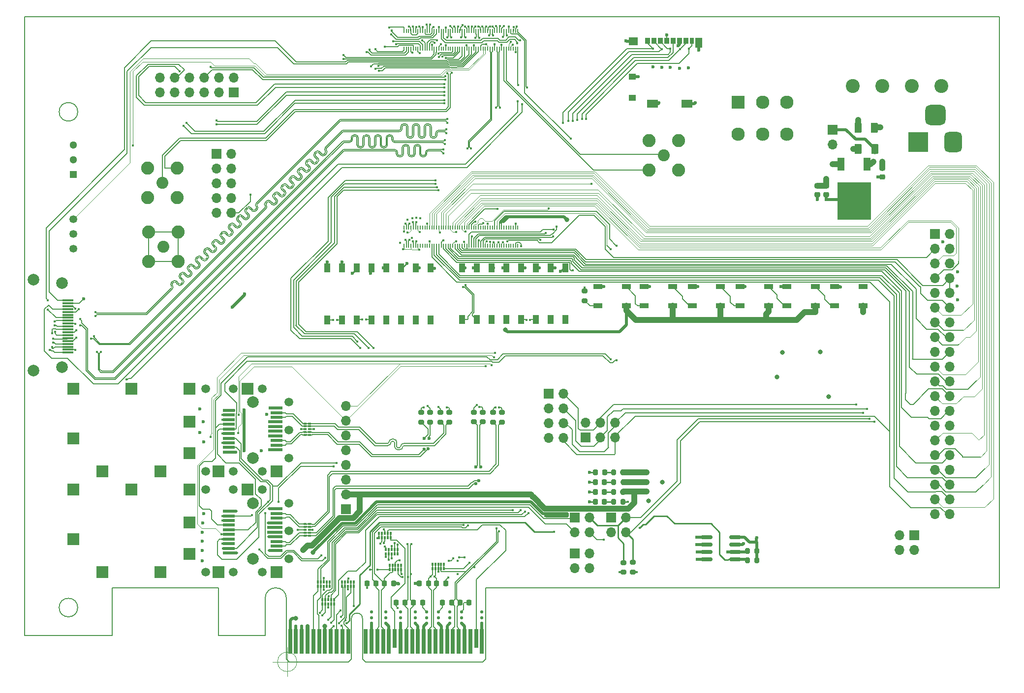
<source format=gtl>
G04 #@! TF.GenerationSoftware,KiCad,Pcbnew,8.0.4*
G04 #@! TF.CreationDate,2024-08-19T13:54:33+02:00*
G04 #@! TF.ProjectId,ULX4M-PCIe-IO_x4_half,554c5834-4d2d-4504-9349-652d494f5f78,rev?*
G04 #@! TF.SameCoordinates,Original*
G04 #@! TF.FileFunction,Copper,L1,Top*
G04 #@! TF.FilePolarity,Positive*
%FSLAX46Y46*%
G04 Gerber Fmt 4.6, Leading zero omitted, Abs format (unit mm)*
G04 Created by KiCad (PCBNEW 8.0.4) date 2024-08-19 13:54:33*
%MOMM*%
%LPD*%
G01*
G04 APERTURE LIST*
G04 Aperture macros list*
%AMRoundRect*
0 Rectangle with rounded corners*
0 $1 Rounding radius*
0 $2 $3 $4 $5 $6 $7 $8 $9 X,Y pos of 4 corners*
0 Add a 4 corners polygon primitive as box body*
4,1,4,$2,$3,$4,$5,$6,$7,$8,$9,$2,$3,0*
0 Add four circle primitives for the rounded corners*
1,1,$1+$1,$2,$3*
1,1,$1+$1,$4,$5*
1,1,$1+$1,$6,$7*
1,1,$1+$1,$8,$9*
0 Add four rect primitives between the rounded corners*
20,1,$1+$1,$2,$3,$4,$5,0*
20,1,$1+$1,$4,$5,$6,$7,0*
20,1,$1+$1,$6,$7,$8,$9,0*
20,1,$1+$1,$8,$9,$2,$3,0*%
G04 Aperture macros list end*
G04 #@! TA.AperFunction,SMDPad,CuDef*
%ADD10RoundRect,0.218750X-0.218750X-0.256250X0.218750X-0.256250X0.218750X0.256250X-0.218750X0.256250X0*%
G04 #@! TD*
G04 #@! TA.AperFunction,SMDPad,CuDef*
%ADD11RoundRect,0.218750X0.218750X0.256250X-0.218750X0.256250X-0.218750X-0.256250X0.218750X-0.256250X0*%
G04 #@! TD*
G04 #@! TA.AperFunction,ConnectorPad*
%ADD12R,0.700000X4.200000*%
G04 #@! TD*
G04 #@! TA.AperFunction,ConnectorPad*
%ADD13R,0.700000X3.200000*%
G04 #@! TD*
G04 #@! TA.AperFunction,SMDPad,CuDef*
%ADD14R,1.100000X1.500000*%
G04 #@! TD*
G04 #@! TA.AperFunction,ComponentPad*
%ADD15C,2.050000*%
G04 #@! TD*
G04 #@! TA.AperFunction,ComponentPad*
%ADD16C,2.250000*%
G04 #@! TD*
G04 #@! TA.AperFunction,ComponentPad*
%ADD17R,1.700000X1.700000*%
G04 #@! TD*
G04 #@! TA.AperFunction,ComponentPad*
%ADD18O,1.700000X1.700000*%
G04 #@! TD*
G04 #@! TA.AperFunction,WasherPad*
%ADD19C,2.000000*%
G04 #@! TD*
G04 #@! TA.AperFunction,SMDPad,CuDef*
%ADD20R,2.000000X0.500000*%
G04 #@! TD*
G04 #@! TA.AperFunction,ComponentPad*
%ADD21R,2.000000X2.000000*%
G04 #@! TD*
G04 #@! TA.AperFunction,ComponentPad*
%ADD22C,1.500000*%
G04 #@! TD*
G04 #@! TA.AperFunction,SMDPad,CuDef*
%ADD23R,0.850000X1.100000*%
G04 #@! TD*
G04 #@! TA.AperFunction,SMDPad,CuDef*
%ADD24R,0.750000X1.100000*%
G04 #@! TD*
G04 #@! TA.AperFunction,SMDPad,CuDef*
%ADD25R,1.200000X1.000000*%
G04 #@! TD*
G04 #@! TA.AperFunction,SMDPad,CuDef*
%ADD26R,1.550000X1.350000*%
G04 #@! TD*
G04 #@! TA.AperFunction,SMDPad,CuDef*
%ADD27R,1.900000X1.350000*%
G04 #@! TD*
G04 #@! TA.AperFunction,SMDPad,CuDef*
%ADD28R,1.170000X1.800000*%
G04 #@! TD*
G04 #@! TA.AperFunction,SMDPad,CuDef*
%ADD29R,1.500000X0.900000*%
G04 #@! TD*
G04 #@! TA.AperFunction,SMDPad,CuDef*
%ADD30R,0.300000X0.550000*%
G04 #@! TD*
G04 #@! TA.AperFunction,SMDPad,CuDef*
%ADD31R,0.400000X0.550000*%
G04 #@! TD*
G04 #@! TA.AperFunction,SMDPad,CuDef*
%ADD32RoundRect,0.200000X0.275000X-0.200000X0.275000X0.200000X-0.275000X0.200000X-0.275000X-0.200000X0*%
G04 #@! TD*
G04 #@! TA.AperFunction,SMDPad,CuDef*
%ADD33RoundRect,0.225000X-0.250000X0.225000X-0.250000X-0.225000X0.250000X-0.225000X0.250000X0.225000X0*%
G04 #@! TD*
G04 #@! TA.AperFunction,ComponentPad*
%ADD34C,1.350000*%
G04 #@! TD*
G04 #@! TA.AperFunction,SMDPad,CuDef*
%ADD35RoundRect,0.200000X0.200000X0.275000X-0.200000X0.275000X-0.200000X-0.275000X0.200000X-0.275000X0*%
G04 #@! TD*
G04 #@! TA.AperFunction,SMDPad,CuDef*
%ADD36R,0.550000X0.300000*%
G04 #@! TD*
G04 #@! TA.AperFunction,SMDPad,CuDef*
%ADD37R,0.550000X0.400000*%
G04 #@! TD*
G04 #@! TA.AperFunction,ComponentPad*
%ADD38C,2.000000*%
G04 #@! TD*
G04 #@! TA.AperFunction,SMDPad,CuDef*
%ADD39R,1.900000X0.300000*%
G04 #@! TD*
G04 #@! TA.AperFunction,SMDPad,CuDef*
%ADD40R,0.200000X0.700000*%
G04 #@! TD*
G04 #@! TA.AperFunction,SMDPad,CuDef*
%ADD41RoundRect,0.150000X-0.825000X-0.150000X0.825000X-0.150000X0.825000X0.150000X-0.825000X0.150000X0*%
G04 #@! TD*
G04 #@! TA.AperFunction,ComponentPad*
%ADD42R,1.300000X1.300000*%
G04 #@! TD*
G04 #@! TA.AperFunction,ComponentPad*
%ADD43C,1.300000*%
G04 #@! TD*
G04 #@! TA.AperFunction,SMDPad,CuDef*
%ADD44RoundRect,0.250000X0.375000X0.625000X-0.375000X0.625000X-0.375000X-0.625000X0.375000X-0.625000X0*%
G04 #@! TD*
G04 #@! TA.AperFunction,ComponentPad*
%ADD45R,2.300000X2.300000*%
G04 #@! TD*
G04 #@! TA.AperFunction,ComponentPad*
%ADD46C,2.300000*%
G04 #@! TD*
G04 #@! TA.AperFunction,ComponentPad*
%ADD47R,3.500000X3.500000*%
G04 #@! TD*
G04 #@! TA.AperFunction,ComponentPad*
%ADD48RoundRect,0.750000X0.750000X1.000000X-0.750000X1.000000X-0.750000X-1.000000X0.750000X-1.000000X0*%
G04 #@! TD*
G04 #@! TA.AperFunction,ComponentPad*
%ADD49RoundRect,0.875000X0.875000X0.875000X-0.875000X0.875000X-0.875000X-0.875000X0.875000X-0.875000X0*%
G04 #@! TD*
G04 #@! TA.AperFunction,SMDPad,CuDef*
%ADD50R,1.200000X2.200000*%
G04 #@! TD*
G04 #@! TA.AperFunction,SMDPad,CuDef*
%ADD51R,5.800000X6.400000*%
G04 #@! TD*
G04 #@! TA.AperFunction,ComponentPad*
%ADD52C,2.400000*%
G04 #@! TD*
G04 #@! TA.AperFunction,ViaPad*
%ADD53C,0.550000*%
G04 #@! TD*
G04 #@! TA.AperFunction,ViaPad*
%ADD54C,0.420000*%
G04 #@! TD*
G04 #@! TA.AperFunction,ViaPad*
%ADD55C,0.600000*%
G04 #@! TD*
G04 #@! TA.AperFunction,ViaPad*
%ADD56C,0.450000*%
G04 #@! TD*
G04 #@! TA.AperFunction,ViaPad*
%ADD57C,0.800000*%
G04 #@! TD*
G04 #@! TA.AperFunction,Conductor*
%ADD58C,0.500000*%
G04 #@! TD*
G04 #@! TA.AperFunction,Conductor*
%ADD59C,0.127000*%
G04 #@! TD*
G04 #@! TA.AperFunction,Conductor*
%ADD60C,0.130000*%
G04 #@! TD*
G04 #@! TA.AperFunction,Conductor*
%ADD61C,0.230000*%
G04 #@! TD*
G04 #@! TA.AperFunction,Conductor*
%ADD62C,0.200000*%
G04 #@! TD*
G04 #@! TA.AperFunction,Conductor*
%ADD63C,0.100000*%
G04 #@! TD*
G04 #@! TA.AperFunction,Conductor*
%ADD64C,0.700000*%
G04 #@! TD*
G04 #@! TA.AperFunction,Conductor*
%ADD65C,1.000000*%
G04 #@! TD*
G04 #@! TA.AperFunction,Profile*
%ADD66C,0.150000*%
G04 #@! TD*
G04 #@! TA.AperFunction,Profile*
%ADD67C,0.050000*%
G04 #@! TD*
G04 APERTURE END LIST*
D10*
X126337500Y-180625000D03*
X127912500Y-180625000D03*
D11*
X124912500Y-180625000D03*
X123337500Y-180625000D03*
D10*
X135337500Y-180625000D03*
X136912500Y-180625000D03*
D11*
X133912500Y-180625000D03*
X132337500Y-180625000D03*
D10*
X139337500Y-183875000D03*
X140912500Y-183875000D03*
D11*
X137912500Y-183875000D03*
X136337500Y-183875000D03*
X129912500Y-183875000D03*
X128337500Y-183875000D03*
D10*
X131337500Y-183875000D03*
X132912500Y-183875000D03*
D12*
X110125000Y-190625000D03*
X111125000Y-190625000D03*
X112125000Y-190625000D03*
X113125000Y-190625000D03*
X114125000Y-190625000D03*
X115125000Y-190625000D03*
X116125000Y-190625000D03*
X117125000Y-190625000D03*
X118125000Y-190625000D03*
X119125000Y-190625000D03*
X120125000Y-190625000D03*
X123125000Y-190625000D03*
X124125000Y-190625000D03*
X125125000Y-190625000D03*
X126125000Y-190625000D03*
X127125000Y-190625000D03*
D13*
X128125000Y-190125000D03*
D12*
X129125000Y-190625000D03*
X130125000Y-190625000D03*
X131125000Y-190625000D03*
X132125000Y-190625000D03*
X133125000Y-190625000D03*
X134125000Y-190625000D03*
X135125000Y-190625000D03*
X136125000Y-190625000D03*
X137125000Y-190625000D03*
X138125000Y-190625000D03*
X139125000Y-190625000D03*
X140125000Y-190625000D03*
X141125000Y-190625000D03*
D13*
X142125000Y-190125000D03*
D12*
X143125000Y-190625000D03*
D14*
X139675000Y-135165000D03*
X142215000Y-135165000D03*
X144755000Y-135165000D03*
X147295000Y-135165000D03*
X149835000Y-135165000D03*
X152375000Y-135165000D03*
X154915000Y-135165000D03*
X157455000Y-135165000D03*
X157455000Y-126265000D03*
X154915000Y-126265000D03*
X152375000Y-126265000D03*
X149835000Y-126265000D03*
X147295000Y-126265000D03*
X144755000Y-126265000D03*
X142215000Y-126265000D03*
X139675000Y-126265000D03*
X116535000Y-135195000D03*
X119075000Y-135195000D03*
X121615000Y-135195000D03*
X124155000Y-135195000D03*
X126695000Y-135195000D03*
X129235000Y-135195000D03*
X131775000Y-135195000D03*
X134315000Y-135195000D03*
X134315000Y-126295000D03*
X131775000Y-126295000D03*
X129235000Y-126295000D03*
X126695000Y-126295000D03*
X124155000Y-126295000D03*
X121615000Y-126295000D03*
X119075000Y-126295000D03*
X116535000Y-126295000D03*
D15*
X88155000Y-111585000D03*
D16*
X85615000Y-109045000D03*
X85615000Y-114125000D03*
X90695000Y-109045000D03*
X90695000Y-114125000D03*
D15*
X88275000Y-122635000D03*
D16*
X85735000Y-120095000D03*
X85735000Y-125175000D03*
X90815000Y-120095000D03*
X90815000Y-125175000D03*
D17*
X100435000Y-96015000D03*
D18*
X100435000Y-93475000D03*
X97895000Y-96015000D03*
X97895000Y-93475000D03*
X95355000Y-96015000D03*
X95355000Y-93475000D03*
X92815000Y-96015000D03*
X92815000Y-93475000D03*
X90275000Y-96015000D03*
X90275000Y-93475000D03*
X87735000Y-96015000D03*
X87735000Y-93475000D03*
D19*
X103710000Y-149395000D03*
X103710000Y-158995000D03*
D20*
X99610000Y-150795000D03*
X99610000Y-151595000D03*
X99610000Y-152395000D03*
X99610000Y-153195000D03*
X99610000Y-153995000D03*
X99610000Y-154795000D03*
X99610000Y-155595000D03*
X99610000Y-156395000D03*
X99610000Y-157195000D03*
X99610000Y-157995000D03*
X107810000Y-157595000D03*
X107810000Y-156795000D03*
X107810000Y-155995000D03*
X107810000Y-155195000D03*
X107810000Y-154395000D03*
X107810000Y-153595000D03*
X107810000Y-152795000D03*
X107810000Y-151995000D03*
X107810000Y-151195000D03*
X107810000Y-150395000D03*
D21*
X72810000Y-147070000D03*
X72810000Y-155645000D03*
X77810000Y-161320000D03*
X82810000Y-147070000D03*
X87810000Y-161320000D03*
X92810000Y-147070000D03*
X92810000Y-152745000D03*
X92810000Y-158145000D03*
D22*
X95610000Y-147070000D03*
X95610000Y-161320000D03*
D21*
X97810000Y-161320000D03*
D22*
X100310000Y-147070000D03*
X100310000Y-161320000D03*
D21*
X102810000Y-147070000D03*
D22*
X105310000Y-147070000D03*
X105310000Y-161320000D03*
D21*
X107810000Y-161320000D03*
D22*
X109910000Y-149395000D03*
X109910000Y-154195000D03*
X109910000Y-158995000D03*
D19*
X103700000Y-166775000D03*
X103700000Y-176375000D03*
D20*
X99600000Y-168175000D03*
X99600000Y-168975000D03*
X99600000Y-169775000D03*
X99600000Y-170575000D03*
X99600000Y-171375000D03*
X99600000Y-172175000D03*
X99600000Y-172975000D03*
X99600000Y-173775000D03*
X99600000Y-174575000D03*
X99600000Y-175375000D03*
X107800000Y-174975000D03*
X107800000Y-174175000D03*
X107800000Y-173375000D03*
X107800000Y-172575000D03*
X107800000Y-171775000D03*
X107800000Y-170975000D03*
X107800000Y-170175000D03*
X107800000Y-169375000D03*
X107800000Y-168575000D03*
X107800000Y-167775000D03*
D21*
X72800000Y-164450000D03*
X72800000Y-173025000D03*
X77800000Y-178700000D03*
X82800000Y-164450000D03*
X87800000Y-178700000D03*
X92800000Y-164450000D03*
X92800000Y-170125000D03*
X92800000Y-175525000D03*
D22*
X95600000Y-164450000D03*
X95600000Y-178700000D03*
D21*
X97800000Y-178700000D03*
D22*
X100300000Y-164450000D03*
X100300000Y-178700000D03*
D21*
X102800000Y-164450000D03*
D22*
X105300000Y-164450000D03*
X105300000Y-178700000D03*
D21*
X107800000Y-178700000D03*
D22*
X109900000Y-166775000D03*
X109900000Y-171575000D03*
X109900000Y-176375000D03*
D17*
X221090000Y-120450000D03*
D18*
X223630000Y-120450000D03*
X221090000Y-122990000D03*
X223630000Y-122990000D03*
X221090000Y-125530000D03*
X223630000Y-125530000D03*
X221090000Y-128070000D03*
X223630000Y-128070000D03*
X221090000Y-130610000D03*
X223630000Y-130610000D03*
X221090000Y-133150000D03*
X223630000Y-133150000D03*
X221090000Y-135690000D03*
X223630000Y-135690000D03*
X221090000Y-138230000D03*
X223630000Y-138230000D03*
X221090000Y-140770000D03*
X223630000Y-140770000D03*
X221090000Y-143310000D03*
X223630000Y-143310000D03*
X221090000Y-145850000D03*
X223630000Y-145850000D03*
X221090000Y-148390000D03*
X223630000Y-148390000D03*
X221090000Y-150930000D03*
X223630000Y-150930000D03*
X221090000Y-153470000D03*
X223630000Y-153470000D03*
X221090000Y-156010000D03*
X223630000Y-156010000D03*
X221090000Y-158550000D03*
X223630000Y-158550000D03*
X221090000Y-161090000D03*
X223630000Y-161090000D03*
X221090000Y-163630000D03*
X223630000Y-163630000D03*
X221090000Y-166170000D03*
X223630000Y-166170000D03*
X221090000Y-168710000D03*
X223630000Y-168710000D03*
D17*
X97450000Y-106620000D03*
D18*
X99990000Y-106620000D03*
X97450000Y-109160000D03*
X99990000Y-109160000D03*
X97450000Y-111700000D03*
X99990000Y-111700000D03*
X97450000Y-114240000D03*
X99990000Y-114240000D03*
X97450000Y-116780000D03*
X99990000Y-116780000D03*
D23*
X171600000Y-87135000D03*
X172700000Y-87135000D03*
X173800000Y-87135000D03*
X174900000Y-87135000D03*
X176000000Y-87135000D03*
X177100000Y-87135000D03*
X178200000Y-87135000D03*
D24*
X179250000Y-87135000D03*
D25*
X168965000Y-93285000D03*
X168965000Y-96985000D03*
D26*
X169140000Y-87260000D03*
D27*
X172465000Y-97960000D03*
X178435000Y-97960000D03*
D28*
X180460000Y-87485000D03*
D17*
X165345000Y-169255000D03*
D18*
X167885000Y-169255000D03*
X165345000Y-171795000D03*
X167885000Y-171795000D03*
D29*
X167975000Y-132795000D03*
X167975000Y-129495000D03*
X163075000Y-129495000D03*
X163075000Y-132795000D03*
D10*
X162627500Y-164825000D03*
X164202500Y-164825000D03*
D30*
X119060000Y-181090000D03*
X119060000Y-180320000D03*
X119560000Y-181090000D03*
X119560000Y-180320000D03*
D31*
X120060000Y-181090000D03*
X120060000Y-180320000D03*
D30*
X120560000Y-181090000D03*
X120560000Y-180320000D03*
X121060000Y-181090000D03*
X121060000Y-180320000D03*
D32*
X132675000Y-152830000D03*
X132675000Y-151180000D03*
D33*
X211995000Y-109070000D03*
X211995000Y-110620000D03*
D34*
X72825000Y-117875000D03*
X72825000Y-120415000D03*
X72825000Y-122955000D03*
D29*
X175965000Y-132795000D03*
X175965000Y-129495000D03*
X171065000Y-129495000D03*
X171065000Y-132795000D03*
X208725000Y-132785000D03*
X208725000Y-129485000D03*
X203825000Y-129485000D03*
X203825000Y-132785000D03*
X192435000Y-132775000D03*
X192435000Y-129475000D03*
X187535000Y-129475000D03*
X187535000Y-132775000D03*
D35*
X167420000Y-166545000D03*
X165770000Y-166545000D03*
D10*
X162617500Y-166535000D03*
X164192500Y-166535000D03*
D30*
X127230000Y-178285000D03*
X127230000Y-177515000D03*
X127730000Y-178285000D03*
X127730000Y-177515000D03*
D31*
X128230000Y-178285000D03*
X128230000Y-177515000D03*
D30*
X128730000Y-178285000D03*
X128730000Y-177515000D03*
X129230000Y-178285000D03*
X129230000Y-177515000D03*
D32*
X141775000Y-152800000D03*
X141775000Y-151150000D03*
D36*
X112660000Y-170375000D03*
X113430000Y-170375000D03*
X112660000Y-170875000D03*
X113430000Y-170875000D03*
D37*
X112660000Y-171375000D03*
X113430000Y-171375000D03*
D36*
X112660000Y-171875000D03*
X113430000Y-171875000D03*
X112660000Y-172375000D03*
X113430000Y-172375000D03*
D30*
X125410000Y-172770000D03*
X125410000Y-172000000D03*
X125910000Y-172770000D03*
X125910000Y-172000000D03*
D31*
X126410000Y-172770000D03*
X126410000Y-172000000D03*
D30*
X126910000Y-172770000D03*
X126910000Y-172000000D03*
X127410000Y-172770000D03*
X127410000Y-172000000D03*
X117680000Y-183435000D03*
X117680000Y-184205000D03*
X117180000Y-183435000D03*
X117180000Y-184205000D03*
D31*
X116680000Y-183435000D03*
X116680000Y-184205000D03*
D30*
X116180000Y-183435000D03*
X116180000Y-184205000D03*
X115680000Y-183435000D03*
X115680000Y-184205000D03*
X126580000Y-175565000D03*
X126580000Y-174795000D03*
X127080000Y-175565000D03*
X127080000Y-174795000D03*
D31*
X127580000Y-175565000D03*
X127580000Y-174795000D03*
D30*
X128080000Y-175565000D03*
X128080000Y-174795000D03*
X128580000Y-175565000D03*
X128580000Y-174795000D03*
D17*
X154630000Y-147905000D03*
D18*
X157170000Y-147905000D03*
X154630000Y-150445000D03*
X157170000Y-150445000D03*
X154630000Y-152985000D03*
X157170000Y-152985000D03*
X154630000Y-155525000D03*
X157170000Y-155525000D03*
D38*
X66000000Y-128250000D03*
X70900000Y-128850000D03*
X70900000Y-143350000D03*
X66000000Y-143950000D03*
D39*
X71900000Y-140850000D03*
X71900000Y-140350000D03*
X71900000Y-139850000D03*
X71900000Y-139350000D03*
X71900000Y-138850000D03*
X71900000Y-138350000D03*
X71900000Y-137850000D03*
X71900000Y-137350000D03*
X71900000Y-136850000D03*
X71900000Y-136350000D03*
X71900000Y-135850000D03*
X71900000Y-135350000D03*
X71900000Y-134850000D03*
X71900000Y-134350000D03*
X71900000Y-133850000D03*
X71900000Y-133350000D03*
X71900000Y-132850000D03*
X71900000Y-132350000D03*
X71900000Y-131850000D03*
D17*
X160980000Y-155490000D03*
D18*
X160980000Y-152950000D03*
X163520000Y-155490000D03*
X163520000Y-152950000D03*
X166060000Y-155490000D03*
X166060000Y-152950000D03*
D32*
X134215000Y-152825000D03*
X134215000Y-151175000D03*
D30*
X114900000Y-181145000D03*
X114900000Y-180375000D03*
X115400000Y-181145000D03*
X115400000Y-180375000D03*
D31*
X115900000Y-181145000D03*
X115900000Y-180375000D03*
D30*
X116400000Y-181145000D03*
X116400000Y-180375000D03*
X116900000Y-181145000D03*
X116900000Y-180375000D03*
D32*
X137495000Y-152810000D03*
X137495000Y-151160000D03*
D40*
X129715000Y-122415000D03*
X129715000Y-119335000D03*
X130115000Y-122415000D03*
X130115000Y-119335000D03*
X130515000Y-122415000D03*
X130515000Y-119335000D03*
X130915000Y-122415000D03*
X130915000Y-119335000D03*
X131315000Y-122415000D03*
X131315000Y-119335000D03*
X131715000Y-122415000D03*
X131715000Y-119335000D03*
X132115000Y-122415000D03*
X132115000Y-119335000D03*
X132515000Y-122415000D03*
X132515000Y-119335000D03*
X132915000Y-122415000D03*
X132915000Y-119335000D03*
X133315000Y-122415000D03*
X133315000Y-119335000D03*
X133715000Y-122415000D03*
X133715000Y-119335000D03*
X134115000Y-122415000D03*
X134115000Y-119335000D03*
X134515000Y-122415000D03*
X134515000Y-119335000D03*
X134915000Y-122415000D03*
X134915000Y-119335000D03*
X135315000Y-122415000D03*
X135315000Y-119335000D03*
X135715000Y-122415000D03*
X135715000Y-119335000D03*
X136115000Y-122415000D03*
X136115000Y-119335000D03*
X136515000Y-122415000D03*
X136515000Y-119335000D03*
X136915000Y-122415000D03*
X136915000Y-119335000D03*
X137315000Y-122415000D03*
X137315000Y-119335000D03*
X137715000Y-122415000D03*
X137715000Y-119335000D03*
X138115000Y-122415000D03*
X138115000Y-119335000D03*
X138515000Y-122415000D03*
X138515000Y-119335000D03*
X138915000Y-122415000D03*
X138915000Y-119335000D03*
X139315000Y-122415000D03*
X139315000Y-119335000D03*
X139715000Y-122415000D03*
X139715000Y-119335000D03*
X140115000Y-122415000D03*
X140115000Y-119335000D03*
X140515000Y-122415000D03*
X140515000Y-119335000D03*
X140915000Y-122415000D03*
X140915000Y-119335000D03*
X141315000Y-122415000D03*
X141315000Y-119335000D03*
X141715000Y-122415000D03*
X141715000Y-119335000D03*
X142115000Y-122415000D03*
X142115000Y-119335000D03*
X142515000Y-122415000D03*
X142515000Y-119335000D03*
X142915000Y-122415000D03*
X142915000Y-119335000D03*
X143315000Y-122415000D03*
X143315000Y-119335000D03*
X143715000Y-122415000D03*
X143715000Y-119335000D03*
X144115000Y-122415000D03*
X144115000Y-119335000D03*
X144515000Y-122415000D03*
X144515000Y-119335000D03*
X144915000Y-122415000D03*
X144915000Y-119335000D03*
X145315000Y-122415000D03*
X145315000Y-119335000D03*
X145715000Y-122415000D03*
X145715000Y-119335000D03*
X146115000Y-122415000D03*
X146115000Y-119335000D03*
X146515000Y-122415000D03*
X146515000Y-119335000D03*
X146915000Y-122415000D03*
X146915000Y-119335000D03*
X147315000Y-122415000D03*
X147315000Y-119335000D03*
X147715000Y-122415000D03*
X147715000Y-119335000D03*
X148115000Y-122415000D03*
X148115000Y-119335000D03*
X148515000Y-122415000D03*
X148515000Y-119335000D03*
X148915000Y-122415000D03*
X148915000Y-119335000D03*
X149315000Y-122415000D03*
X149315000Y-119335000D03*
X129715000Y-88495000D03*
X129715000Y-85415000D03*
X130115000Y-88495000D03*
X130115000Y-85415000D03*
X130515000Y-88495000D03*
X130515000Y-85415000D03*
X130915000Y-88495000D03*
X130915000Y-85415000D03*
X131315000Y-88495000D03*
X131315000Y-85415000D03*
X131715000Y-88495000D03*
X131715000Y-85415000D03*
X132115000Y-88495000D03*
X132115000Y-85415000D03*
X132515000Y-88495000D03*
X132515000Y-85415000D03*
X132915000Y-88495000D03*
X132915000Y-85415000D03*
X133315000Y-88495000D03*
X133315000Y-85415000D03*
X133715000Y-88495000D03*
X133715000Y-85415000D03*
X134115000Y-88495000D03*
X134115000Y-85415000D03*
X134515000Y-88495000D03*
X134515000Y-85415000D03*
X134915000Y-88495000D03*
X134915000Y-85415000D03*
X135315000Y-88495000D03*
X135315000Y-85415000D03*
X135715000Y-88495000D03*
X135715000Y-85415000D03*
X136115000Y-88495000D03*
X136115000Y-85415000D03*
X136515000Y-88495000D03*
X136515000Y-85415000D03*
X136915000Y-88495000D03*
X136915000Y-85415000D03*
X137315000Y-88495000D03*
X137315000Y-85415000D03*
X137715000Y-88495000D03*
X137715000Y-85415000D03*
X138115000Y-88495000D03*
X138115000Y-85415000D03*
X138515000Y-88495000D03*
X138515000Y-85415000D03*
X138915000Y-88495000D03*
X138915000Y-85415000D03*
X139315000Y-88495000D03*
X139315000Y-85415000D03*
X139715000Y-88495000D03*
X139715000Y-85415000D03*
X140115000Y-88495000D03*
X140115000Y-85415000D03*
X140515000Y-88495000D03*
X140515000Y-85415000D03*
X140915000Y-88495000D03*
X140915000Y-85415000D03*
X141315000Y-88495000D03*
X141315000Y-85415000D03*
X141715000Y-88495000D03*
X141715000Y-85415000D03*
X142115000Y-88495000D03*
X142115000Y-85415000D03*
X142515000Y-88495000D03*
X142515000Y-85415000D03*
X142915000Y-88495000D03*
X142915000Y-85415000D03*
X143315000Y-88495000D03*
X143315000Y-85415000D03*
X143715000Y-88495000D03*
X143715000Y-85415000D03*
X144115000Y-88495000D03*
X144115000Y-85415000D03*
X144515000Y-88495000D03*
X144515000Y-85415000D03*
X144915000Y-88495000D03*
X144915000Y-85415000D03*
X145315000Y-88495000D03*
X145315000Y-85415000D03*
X145715000Y-88495000D03*
X145715000Y-85415000D03*
X146115000Y-88495000D03*
X146115000Y-85415000D03*
X146515000Y-88495000D03*
X146515000Y-85415000D03*
X146915000Y-88495000D03*
X146915000Y-85415000D03*
X147315000Y-88495000D03*
X147315000Y-85415000D03*
X147715000Y-88495000D03*
X147715000Y-85415000D03*
X148115000Y-88495000D03*
X148115000Y-85415000D03*
X148515000Y-88495000D03*
X148515000Y-85415000D03*
X148915000Y-88495000D03*
X148915000Y-85415000D03*
X149315000Y-88495000D03*
X149315000Y-85415000D03*
D17*
X159100000Y-169240000D03*
D18*
X161640000Y-169240000D03*
X159100000Y-171780000D03*
X161640000Y-171780000D03*
D17*
X159100000Y-175480000D03*
D18*
X161640000Y-175480000D03*
X159100000Y-178020000D03*
X161640000Y-178020000D03*
D35*
X190430000Y-175055000D03*
X188780000Y-175055000D03*
D15*
X174445000Y-106865000D03*
D16*
X171905000Y-104325000D03*
X171905000Y-109405000D03*
X176985000Y-104325000D03*
X176985000Y-109405000D03*
D29*
X200485000Y-132785000D03*
X200485000Y-129485000D03*
X195585000Y-129485000D03*
X195585000Y-132785000D03*
D32*
X167485000Y-178670000D03*
X167485000Y-177020000D03*
D41*
X181760000Y-172640000D03*
X181760000Y-173910000D03*
X181760000Y-175180000D03*
X181760000Y-176450000D03*
X186710000Y-176450000D03*
X186710000Y-175180000D03*
X186710000Y-173910000D03*
X186710000Y-172640000D03*
D42*
X72845000Y-110185000D03*
D43*
X72845000Y-107645000D03*
X72845000Y-105105000D03*
D44*
X210705000Y-105785000D03*
X207905000Y-105785000D03*
D32*
X135955000Y-152810000D03*
X135955000Y-151160000D03*
D30*
X134600000Y-178050000D03*
X134600000Y-177280000D03*
X135100000Y-178050000D03*
X135100000Y-177280000D03*
D31*
X135600000Y-178050000D03*
X135600000Y-177280000D03*
D30*
X136100000Y-178050000D03*
X136100000Y-177280000D03*
X136600000Y-178050000D03*
X136600000Y-177280000D03*
D32*
X146545000Y-152810000D03*
X146545000Y-151160000D03*
D10*
X162637500Y-163155000D03*
X164212500Y-163155000D03*
D32*
X145015000Y-152810000D03*
X145015000Y-151160000D03*
X143295000Y-152800000D03*
X143295000Y-151150000D03*
X169055000Y-178650000D03*
X169055000Y-177000000D03*
D35*
X190430000Y-176595000D03*
X188780000Y-176595000D03*
D10*
X162642500Y-161465000D03*
X164217500Y-161465000D03*
D45*
X187227500Y-97760900D03*
D46*
X191427500Y-97760900D03*
X195627500Y-97760900D03*
X187227500Y-103260900D03*
X191427500Y-103260900D03*
X195627500Y-103260900D03*
D35*
X167420000Y-161475000D03*
X165770000Y-161475000D03*
D47*
X218195000Y-104602500D03*
D48*
X224195000Y-104602500D03*
D49*
X221195000Y-99902500D03*
D17*
X217540000Y-172310000D03*
D18*
X217540000Y-174850000D03*
X215000000Y-172310000D03*
X215000000Y-174850000D03*
D29*
X184195000Y-132815000D03*
X184195000Y-129515000D03*
X179295000Y-129515000D03*
X179295000Y-132815000D03*
D33*
X200825000Y-112080000D03*
X200825000Y-113630000D03*
D50*
X209425000Y-108410000D03*
D51*
X207145000Y-114710000D03*
D50*
X204865000Y-108410000D03*
D52*
X222155000Y-94957110D03*
X217075000Y-94957110D03*
X211995000Y-94957110D03*
X206915000Y-94957110D03*
D35*
X167420000Y-164825000D03*
X165770000Y-164825000D03*
D33*
X202385000Y-112080000D03*
X202385000Y-113630000D03*
D35*
X167435000Y-163145000D03*
X165785000Y-163145000D03*
D32*
X160805000Y-131920000D03*
X160805000Y-130270000D03*
D17*
X119715000Y-167865000D03*
D18*
X119715000Y-165325000D03*
X119715000Y-162785000D03*
X119715000Y-160245000D03*
X119715000Y-157705000D03*
X119715000Y-155165000D03*
X119715000Y-152625000D03*
X119715000Y-150085000D03*
D36*
X112665000Y-153055000D03*
X113435000Y-153055000D03*
X112665000Y-153555000D03*
X113435000Y-153555000D03*
D37*
X112665000Y-154055000D03*
X113435000Y-154055000D03*
D36*
X112665000Y-154555000D03*
X113435000Y-154555000D03*
X112665000Y-155055000D03*
X113435000Y-155055000D03*
D44*
X210695000Y-102135000D03*
X207895000Y-102135000D03*
D17*
X203445000Y-102445000D03*
D18*
X203445000Y-104985000D03*
D53*
X124125000Y-185500000D03*
X143125000Y-185500000D03*
X135625000Y-185500000D03*
X139625000Y-185500000D03*
X133625000Y-185500000D03*
X129125000Y-185500000D03*
X126625000Y-185500000D03*
X131625000Y-185500000D03*
X137625000Y-185500000D03*
X126625000Y-187500000D03*
D54*
X131095000Y-121065000D03*
D55*
X164095000Y-129455000D03*
X224900000Y-129400000D03*
D53*
X131625000Y-186500000D03*
D56*
X144125000Y-118665000D03*
D54*
X100935000Y-175405000D03*
D55*
X167905000Y-87175000D03*
X145140000Y-126260000D03*
X161675000Y-161495000D03*
X131700000Y-180630000D03*
X170035000Y-93305000D03*
D54*
X128944500Y-176670000D03*
D56*
X141705000Y-87894500D03*
D55*
X134960000Y-126340000D03*
X180295000Y-129495000D03*
X180195000Y-176435000D03*
D56*
X148895500Y-89122089D03*
D55*
X173615000Y-97845000D03*
D53*
X143125000Y-186500000D03*
D56*
X141995000Y-84675000D03*
X132885000Y-87075000D03*
X143865000Y-87725000D03*
D54*
X106475000Y-167785000D03*
D55*
X119050000Y-125260000D03*
D54*
X115900000Y-181750000D03*
X123350000Y-181350000D03*
X143350000Y-118560000D03*
D55*
X204845000Y-129565000D03*
D54*
X130520000Y-84690000D03*
D55*
X95045000Y-170165000D03*
X200825000Y-114465000D03*
X161675000Y-163145000D03*
D54*
X134515000Y-87835000D03*
X114231984Y-154043350D03*
X106385000Y-170205000D03*
D56*
X132315000Y-123115000D03*
D54*
X73300000Y-138300000D03*
D55*
X180115000Y-172655000D03*
X180115000Y-173885000D03*
D54*
X115900000Y-179710000D03*
X143900000Y-121700000D03*
X127570000Y-174160000D03*
D56*
X146925000Y-84605000D03*
D54*
X142010000Y-118330000D03*
X140085000Y-121765000D03*
D55*
X179815000Y-97845000D03*
D54*
X139795000Y-84395000D03*
D56*
X148113915Y-87304500D03*
D55*
X161625000Y-166545000D03*
D54*
X120060000Y-181670000D03*
D53*
X135625000Y-186500000D03*
D55*
X100775000Y-157995000D03*
D56*
X132435000Y-89285000D03*
X140300000Y-120000000D03*
D55*
X194565000Y-129475000D03*
D53*
X137625000Y-187500000D03*
D54*
X73200000Y-140400000D03*
D55*
X106625000Y-155215000D03*
D53*
X113125000Y-188000000D03*
D55*
X116500000Y-125280000D03*
D53*
X139625000Y-187500000D03*
D54*
X127610000Y-176260000D03*
D55*
X106625000Y-152795000D03*
D54*
X140175000Y-84695000D03*
X73300000Y-137000000D03*
X134766987Y-84728911D03*
X130275000Y-117935000D03*
X136490000Y-121550000D03*
D56*
X147715000Y-84725000D03*
D55*
X152960000Y-126220000D03*
X105175000Y-157715000D03*
D53*
X139625000Y-186500000D03*
D55*
X188415000Y-129455000D03*
D53*
X133625000Y-187500000D03*
D54*
X106495000Y-174965000D03*
D55*
X106625000Y-157595000D03*
D54*
X144995000Y-84695000D03*
X137312400Y-179628800D03*
X135610000Y-178590000D03*
D55*
X211245000Y-110615000D03*
D54*
X112012499Y-154070000D03*
X116690000Y-184790000D03*
D55*
X150540000Y-126300000D03*
D53*
X129125000Y-186500000D03*
D56*
X148895000Y-118645000D03*
D55*
X141690000Y-126300000D03*
X146750000Y-126240000D03*
X225000000Y-131800000D03*
D54*
X129000000Y-121900000D03*
X73200000Y-135900000D03*
D55*
X180215000Y-175175000D03*
D53*
X133625000Y-186500000D03*
D54*
X131145000Y-117745000D03*
D55*
X126195000Y-126295000D03*
D54*
X132435000Y-120115000D03*
D53*
X131625000Y-187500000D03*
D55*
X156650000Y-126860000D03*
X106715000Y-150375000D03*
D57*
X116120000Y-187975498D03*
D54*
X126235500Y-171340000D03*
X113960000Y-171370000D03*
D55*
X171935000Y-129495000D03*
X124000000Y-127200000D03*
X132380000Y-126300000D03*
D53*
X124125000Y-187500000D03*
D54*
X132545000Y-117725000D03*
D55*
X140190000Y-126300000D03*
D54*
X128655864Y-184868968D03*
D53*
X135625000Y-187500000D03*
D54*
X100875000Y-168185000D03*
X126255338Y-173683776D03*
D55*
X180405000Y-88785000D03*
D54*
X136887840Y-87879500D03*
D55*
X176865000Y-87985000D03*
D54*
X138980000Y-176710000D03*
X141440000Y-120810000D03*
D55*
X222400000Y-121800000D03*
D54*
X120139107Y-179799107D03*
X144565000Y-84695000D03*
D56*
X146505000Y-87834500D03*
D55*
X100443999Y-150775000D03*
D54*
X134105000Y-121725000D03*
D53*
X126625000Y-186500000D03*
D54*
X116730352Y-182793000D03*
X129685000Y-120025000D03*
D53*
X137625000Y-186500000D03*
D54*
X129575000Y-123075000D03*
X138960000Y-179034500D03*
D55*
X95210000Y-152720000D03*
X161675000Y-164855000D03*
D56*
X149100549Y-84649953D03*
D54*
X131825000Y-117635000D03*
D55*
X130200000Y-125500000D03*
X202355000Y-114465000D03*
D56*
X142495000Y-84710498D03*
D55*
X188125000Y-173775000D03*
D53*
X143125000Y-187500000D03*
D54*
X133705000Y-118615000D03*
D55*
X128820000Y-180660000D03*
X106100000Y-151500000D03*
D54*
X137705000Y-84625000D03*
X138700000Y-121700000D03*
D56*
X138700000Y-120100000D03*
D55*
X155700000Y-126220000D03*
D56*
X140500988Y-87894500D03*
D54*
X73200000Y-133300000D03*
X142550000Y-121520000D03*
D53*
X129125000Y-187500000D03*
D54*
X106425000Y-172595000D03*
D55*
X120800000Y-127200000D03*
D54*
X136914999Y-84855001D03*
X135720000Y-84810000D03*
X130335000Y-120165000D03*
D56*
X135895000Y-120155000D03*
D54*
X111420000Y-171360000D03*
D55*
X225000000Y-126900000D03*
D56*
X145305000Y-87775000D03*
D54*
X131155000Y-89205000D03*
D53*
X124125000Y-186500000D03*
D54*
X136095000Y-87775000D03*
D55*
X171435000Y-161485000D03*
D53*
X111125000Y-188000000D03*
D57*
X211645000Y-102035000D03*
X193905000Y-145095000D03*
X202825000Y-148455000D03*
D53*
X112125000Y-188000000D03*
D57*
X111125000Y-186655000D03*
X211975000Y-107935000D03*
X210485000Y-107935000D03*
D54*
X117600000Y-188000000D03*
X145500000Y-150300000D03*
X145580000Y-98635000D03*
X146050000Y-150342600D03*
X146250000Y-98635000D03*
X130625000Y-118600338D03*
X133756400Y-150037800D03*
X133135000Y-150317200D03*
X130005000Y-118600338D03*
X130859499Y-179020000D03*
X129302759Y-179012759D03*
X130960000Y-173870000D03*
X131205000Y-121681421D03*
X130390501Y-179550000D03*
X131825000Y-121681421D03*
X129477000Y-179554725D03*
X130290000Y-173870000D03*
X125171200Y-178285000D03*
X133604206Y-84345533D03*
X123901200Y-178282600D03*
X139946423Y-170574500D03*
X134225000Y-84346287D03*
X140690600Y-170662600D03*
X132369453Y-84718780D03*
X126595500Y-176042362D03*
X126442448Y-174222192D03*
X132955500Y-84754280D03*
X127064500Y-176556783D03*
X130005000Y-121456598D03*
X128095500Y-173700000D03*
X130625000Y-121456598D03*
X128619814Y-173922324D03*
X137058400Y-150266400D03*
X131825000Y-118376598D03*
X131205000Y-118376598D03*
X135612195Y-150217147D03*
X141270000Y-105725000D03*
X142700532Y-150253589D03*
X140600000Y-105725000D03*
X142265400Y-149885400D03*
X118548000Y-187500000D03*
X115218180Y-185674820D03*
X148400000Y-167970000D03*
X115654579Y-186111219D03*
X149770000Y-167980000D03*
X150510000Y-168220000D03*
X116649317Y-186860683D03*
X117159317Y-187370683D03*
X151130000Y-168480000D03*
X118850000Y-186410000D03*
X126410999Y-88180000D03*
X125151503Y-172860000D03*
X131232625Y-84726548D03*
X131825000Y-84796997D03*
X125609500Y-173740000D03*
X118827000Y-185300000D03*
X121060000Y-184549500D03*
X119840167Y-187509833D03*
X168230000Y-166540000D03*
X155570000Y-171760000D03*
X118995006Y-187853676D03*
X127135000Y-84815000D03*
X119653940Y-186954274D03*
D55*
X100155000Y-133065000D03*
D57*
X147150000Y-136950000D03*
D55*
X74585000Y-131595000D03*
D57*
X174145000Y-163155000D03*
D54*
X146736288Y-121843712D03*
D55*
X102305000Y-130745000D03*
D57*
X200505000Y-133855000D03*
D54*
X145165000Y-121825000D03*
D57*
X208675000Y-133855000D03*
X171805000Y-166375000D03*
D55*
X171425000Y-163155000D03*
X154067806Y-168896763D03*
D57*
X114085000Y-175275000D03*
D54*
X145967907Y-121853417D03*
D55*
X94965000Y-171785000D03*
X177155000Y-91845000D03*
X178695000Y-91815000D03*
D57*
X112335000Y-174895000D03*
X154955000Y-167705000D03*
X157720000Y-117930000D03*
D55*
X95030000Y-174920000D03*
X175555000Y-91695000D03*
X94599999Y-150569999D03*
X190445000Y-172725000D03*
X95015000Y-173365000D03*
X95215000Y-168625000D03*
X171425000Y-164755000D03*
X95255000Y-156255000D03*
D54*
X166775000Y-178665000D03*
D55*
X174905000Y-86085000D03*
D57*
X194845000Y-140785000D03*
D54*
X169795000Y-178635000D03*
D55*
X95030000Y-176740000D03*
X94560000Y-154650000D03*
X102175000Y-150715000D03*
X174075000Y-91675000D03*
X172545000Y-91655000D03*
X102232540Y-157751745D03*
D57*
X201350000Y-140770000D03*
X202395000Y-110965000D03*
X203495000Y-108405000D03*
X207035000Y-105795000D03*
X207875000Y-100765000D03*
D54*
X68405000Y-131805000D03*
X68405000Y-133435000D03*
X68738119Y-140401881D03*
X137175000Y-100580000D03*
D56*
X143180801Y-84673818D03*
D54*
X76645000Y-133880000D03*
X76645000Y-134550000D03*
X69211881Y-139928119D03*
D56*
X143849199Y-84673818D03*
D54*
X137175000Y-101250000D03*
X136985000Y-102400000D03*
X76371881Y-138008119D03*
D56*
X144365000Y-86168235D03*
D54*
X69365000Y-139110000D03*
X136985000Y-103070000D03*
X69365000Y-138440000D03*
D56*
X145065000Y-86168235D03*
D54*
X75898119Y-138481881D03*
X77570000Y-140755000D03*
X69660636Y-137225043D03*
D56*
X145565000Y-84637674D03*
D54*
X136705000Y-104280000D03*
X76900000Y-140755000D03*
X136705000Y-104950000D03*
X69198119Y-137521881D03*
D56*
X146265000Y-84637674D03*
D54*
X74000000Y-135100000D03*
X69575000Y-136160000D03*
D56*
X146765000Y-86467888D03*
D54*
X136525000Y-105880000D03*
D56*
X147429644Y-86248391D03*
D54*
X136525000Y-106550000D03*
X74000000Y-136155000D03*
X69575000Y-135490000D03*
X149305000Y-97595000D03*
X149335000Y-94795000D03*
X81995000Y-145475000D03*
X150075000Y-98025000D03*
X73765000Y-133365000D03*
X150899500Y-95145000D03*
D56*
X140765000Y-84671582D03*
X97455000Y-100865000D03*
X136681273Y-95945532D03*
X138365000Y-84685856D03*
X136825000Y-93225000D03*
X96427512Y-91637512D03*
X97455000Y-101565000D03*
X136675000Y-96525000D03*
X141415084Y-84661689D03*
X139047617Y-84676839D03*
X136854500Y-93834500D03*
X92262488Y-101297512D03*
X136635000Y-97345000D03*
X141965000Y-86615000D03*
X91106738Y-92361714D03*
X139565000Y-86585000D03*
X136695000Y-94565000D03*
X136645000Y-97925000D03*
X91767512Y-101792488D03*
X142665000Y-86615000D03*
X136655000Y-95155000D03*
X140265000Y-86585000D03*
X147490000Y-121710000D03*
X145780000Y-116140000D03*
X161025000Y-100605000D03*
X178725000Y-88505000D03*
D54*
X155360000Y-120840000D03*
D56*
X160345000Y-100635000D03*
X177225000Y-88565000D03*
D54*
X156000000Y-119150000D03*
X155446283Y-119635503D03*
D56*
X159535000Y-100785000D03*
X175535000Y-88505000D03*
X158755000Y-100915000D03*
D54*
X154595000Y-116005000D03*
X154066738Y-120277000D03*
D56*
X158035000Y-100975000D03*
X174085000Y-88545000D03*
X172535000Y-88485000D03*
D54*
X153150000Y-121450000D03*
D56*
X157095000Y-101255000D03*
D54*
X207485000Y-149825000D03*
X208695000Y-151195000D03*
X209345000Y-150595000D03*
X158755000Y-126645000D03*
D55*
X185385000Y-175225000D03*
D54*
X170295000Y-171005000D03*
X161975000Y-111745000D03*
X166255000Y-142185000D03*
X166255000Y-122425000D03*
X209775000Y-152255000D03*
X210635000Y-152775000D03*
X165245000Y-142035000D03*
X165245000Y-123025000D03*
X164060000Y-173080000D03*
D55*
X106415000Y-170995000D03*
X106625000Y-153595000D03*
X106445000Y-171775000D03*
X106625000Y-154395000D03*
D54*
X96450000Y-155390000D03*
D56*
X145395000Y-140945000D03*
X148400000Y-87800000D03*
D54*
X98485000Y-154805000D03*
D55*
X133900000Y-157400000D03*
X134065000Y-155620000D03*
X133171195Y-157471195D03*
X133215000Y-155620000D03*
D54*
X98435000Y-169795000D03*
X148555000Y-84795000D03*
X98345000Y-172145000D03*
D56*
X145195000Y-141665000D03*
D55*
X142040521Y-163400521D03*
X142110000Y-160570000D03*
X142960000Y-160570000D03*
X142610000Y-162900000D03*
D56*
X137906770Y-92677401D03*
X137865000Y-86565000D03*
X137165000Y-92699009D03*
X137165000Y-86565000D03*
X119315000Y-89625000D03*
X119341025Y-90298975D03*
D54*
X98445000Y-152395000D03*
X123308119Y-89101881D03*
X123781881Y-88628119D03*
X103275000Y-113675000D03*
X124813975Y-88613975D03*
D56*
X149692488Y-87087512D03*
D54*
X151430000Y-135245000D03*
X150760000Y-135245000D03*
D56*
X149197512Y-87582488D03*
D54*
X118220000Y-135200000D03*
X127535000Y-86075000D03*
X127575000Y-85335000D03*
X117550000Y-135200000D03*
D56*
X134975000Y-87505000D03*
D54*
X139898961Y-129575000D03*
X140300000Y-129200000D03*
D56*
X135360000Y-87090000D03*
D54*
X122520000Y-135180000D03*
X127848119Y-87248119D03*
X128321881Y-87721881D03*
X123190000Y-135180000D03*
X158395000Y-104015000D03*
X160825000Y-129655000D03*
X124825000Y-91995000D03*
X106329740Y-166553140D03*
X98535000Y-174615000D03*
X117570000Y-160430000D03*
X108127800Y-166547800D03*
X101200000Y-154700000D03*
X144560000Y-121760000D03*
X98465000Y-156385000D03*
X143785000Y-143175000D03*
X125375000Y-92325000D03*
X118090000Y-159850000D03*
X98445000Y-172995000D03*
X149890000Y-122520000D03*
X144750000Y-142990000D03*
X101250000Y-151610000D03*
X98475000Y-151575000D03*
X98465000Y-173775000D03*
X104810000Y-174800000D03*
X125325000Y-91495000D03*
X116140000Y-176250000D03*
X98445000Y-168975000D03*
X124028975Y-91508975D03*
X115530000Y-175750000D03*
X103555800Y-168808400D03*
X105841800Y-168485000D03*
X83065000Y-105155000D03*
X135670000Y-112910000D03*
X136875000Y-90118502D03*
X124440000Y-140070000D03*
X135110000Y-111160000D03*
X122189177Y-140068843D03*
X135625000Y-89355000D03*
X135130000Y-111770000D03*
X135698310Y-89899590D03*
X121710000Y-138920000D03*
X136284975Y-89884975D03*
X123650000Y-140070000D03*
X135350000Y-112380000D03*
X137400482Y-176719518D03*
X138215816Y-176334184D03*
X139195500Y-176118617D03*
X140170000Y-176118617D03*
X134325000Y-179390000D03*
X134995000Y-179390000D03*
X145625277Y-171127502D03*
X141790816Y-177830816D03*
X146075400Y-171602400D03*
X140960000Y-177040000D03*
D58*
X100865000Y-168175000D02*
X100875000Y-168185000D01*
D59*
X132912500Y-184787500D02*
X133625000Y-185500000D01*
D60*
X135715000Y-88155000D02*
X136095000Y-87775000D01*
D61*
X116500000Y-126260000D02*
X116535000Y-126295000D01*
D59*
X134515000Y-85805000D02*
X134515000Y-85415000D01*
D60*
X136915000Y-85415000D02*
X136914999Y-84855001D01*
D58*
X137125000Y-188000000D02*
X137625000Y-187500000D01*
D62*
X126260000Y-173679114D02*
X126255338Y-173683776D01*
D59*
X112665000Y-154055000D02*
X112027499Y-154055000D01*
D58*
X167990000Y-87260000D02*
X167905000Y-87175000D01*
D61*
X124000000Y-127200000D02*
X124000000Y-126450000D01*
D60*
X141715000Y-87904500D02*
X141705000Y-87894500D01*
D63*
X147715000Y-87703415D02*
X148113915Y-87304500D01*
D62*
X123337500Y-180625000D02*
X123337500Y-181337500D01*
D60*
X145315000Y-85415000D02*
X145315000Y-85015000D01*
D62*
X128230000Y-177040000D02*
X128600000Y-176670000D01*
D59*
X72950000Y-137350000D02*
X73300000Y-137000000D01*
D58*
X180140000Y-173910000D02*
X180115000Y-173885000D01*
X106415000Y-170175000D02*
X106385000Y-170205000D01*
D59*
X114220334Y-154055000D02*
X114231984Y-154043350D01*
X135715000Y-85415000D02*
X135715000Y-84815000D01*
X135625000Y-185500000D02*
X136337500Y-184787500D01*
D58*
X206900000Y-114465000D02*
X207145000Y-114710000D01*
D62*
X126410000Y-172000000D02*
X126410000Y-171514500D01*
D59*
X127580000Y-174170000D02*
X127570000Y-174160000D01*
X136110000Y-122410000D02*
X136110000Y-121830000D01*
X113430000Y-171375000D02*
X113955000Y-171375000D01*
D58*
X180460000Y-87485000D02*
X180460000Y-88730000D01*
X211995000Y-110620000D02*
X211250000Y-110620000D01*
D61*
X162637500Y-163155000D02*
X161685000Y-163155000D01*
X131775000Y-126295000D02*
X131780000Y-126300000D01*
D62*
X136912500Y-180625000D02*
X136912500Y-180028700D01*
D58*
X100905000Y-175375000D02*
X100935000Y-175405000D01*
D64*
X113125000Y-190625000D02*
X113125000Y-188000000D01*
D59*
X142710000Y-118700000D02*
X142750000Y-118700000D01*
X72750000Y-138850000D02*
X73300000Y-138300000D01*
X71900000Y-140350000D02*
X73150000Y-140350000D01*
D58*
X202355000Y-114465000D02*
X206900000Y-114465000D01*
D61*
X119050000Y-125260000D02*
X119050000Y-126270000D01*
D63*
X132115000Y-119335000D02*
X132115000Y-119795000D01*
D60*
X130915000Y-88965000D02*
X131155000Y-89205000D01*
D58*
X180220000Y-175180000D02*
X180215000Y-175175000D01*
X107810000Y-157595000D02*
X106625000Y-157595000D01*
X107800000Y-172575000D02*
X106445000Y-172575000D01*
D59*
X133315000Y-85892000D02*
X133483000Y-86060000D01*
D58*
X178435000Y-97960000D02*
X179700000Y-97960000D01*
D59*
X131170000Y-86160000D02*
X130915000Y-85905000D01*
D60*
X132115000Y-88495000D02*
X132115000Y-88965000D01*
D58*
X177100000Y-87750000D02*
X176865000Y-87985000D01*
D60*
X140515000Y-85035000D02*
X140175000Y-84695000D01*
D61*
X131780000Y-126300000D02*
X132380000Y-126300000D01*
D60*
X141715000Y-84955000D02*
X141995000Y-84675000D01*
D63*
X129715000Y-119335000D02*
X129715000Y-119995000D01*
D61*
X146775000Y-126265000D02*
X146750000Y-126240000D01*
D58*
X133125000Y-188000000D02*
X133625000Y-187500000D01*
D59*
X142520000Y-119330000D02*
X142520000Y-118890000D01*
D58*
X106735000Y-150395000D02*
X106715000Y-150375000D01*
D62*
X136912500Y-180028700D02*
X137312400Y-179628800D01*
D58*
X180460000Y-88730000D02*
X180405000Y-88785000D01*
D63*
X133715000Y-118625000D02*
X133705000Y-118615000D01*
X129715000Y-122935000D02*
X129575000Y-123075000D01*
D60*
X139420000Y-85310000D02*
X139420000Y-84870000D01*
X149100549Y-84811501D02*
X149100549Y-84649953D01*
D62*
X123337500Y-181337500D02*
X123350000Y-181350000D01*
D58*
X106445000Y-172575000D02*
X106425000Y-172595000D01*
D61*
X144755000Y-126265000D02*
X144760000Y-126260000D01*
D58*
X163075000Y-129495000D02*
X164055000Y-129495000D01*
D59*
X132912500Y-183875000D02*
X132912500Y-184787500D01*
X133315000Y-85415000D02*
X133315000Y-85892000D01*
D62*
X135600000Y-178050000D02*
X135600000Y-177280000D01*
D60*
X136915000Y-88495000D02*
X136915000Y-87906660D01*
D59*
X148915000Y-119335000D02*
X148915000Y-118665000D01*
D60*
X134515000Y-88495000D02*
X134515000Y-87835000D01*
D63*
X129575000Y-123075000D02*
X131025000Y-123075000D01*
D61*
X152420000Y-126220000D02*
X152960000Y-126220000D01*
X155655000Y-126265000D02*
X155700000Y-126220000D01*
D58*
X99610000Y-157995000D02*
X100775000Y-157995000D01*
D61*
X144760000Y-126260000D02*
X145140000Y-126260000D01*
D63*
X143900000Y-121700000D02*
X143715000Y-121885000D01*
X135715000Y-119975000D02*
X135895000Y-120155000D01*
D61*
X116500000Y-125280000D02*
X116500000Y-126260000D01*
D58*
X173500000Y-97960000D02*
X173615000Y-97845000D01*
D59*
X112027499Y-154055000D02*
X112012499Y-154070000D01*
D63*
X140115000Y-122415000D02*
X140115000Y-121795000D01*
X144115000Y-118675000D02*
X144125000Y-118665000D01*
D60*
X140515000Y-85415000D02*
X140515000Y-85035000D01*
D59*
X142010000Y-118330000D02*
X141810000Y-118330000D01*
D58*
X124125000Y-190625000D02*
X124125000Y-187500000D01*
D61*
X154915000Y-126265000D02*
X155655000Y-126265000D01*
D59*
X130915000Y-85415000D02*
X130828500Y-85328500D01*
D58*
X132125000Y-188000000D02*
X131625000Y-187500000D01*
D61*
X126195000Y-126295000D02*
X126695000Y-126295000D01*
D62*
X116680000Y-182843352D02*
X116730352Y-182793000D01*
D60*
X145315000Y-87785000D02*
X145305000Y-87775000D01*
D61*
X157455000Y-126265000D02*
X157245000Y-126265000D01*
X141725000Y-126265000D02*
X141690000Y-126300000D01*
D59*
X142550000Y-121620000D02*
X142550000Y-121520000D01*
D63*
X140115000Y-121795000D02*
X140085000Y-121765000D01*
D59*
X134515000Y-84980898D02*
X134766987Y-84728911D01*
X128337500Y-183875000D02*
X128337500Y-184550604D01*
D63*
X133715000Y-119335000D02*
X133715000Y-118625000D01*
D58*
X99600000Y-175375000D02*
X100905000Y-175375000D01*
D61*
X157245000Y-126265000D02*
X156650000Y-126860000D01*
D60*
X142810000Y-85310000D02*
X142810000Y-84870000D01*
D59*
X141300000Y-119320000D02*
X141315000Y-119335000D01*
D63*
X148915000Y-89102589D02*
X148895500Y-89122089D01*
D59*
X127580000Y-174795000D02*
X127580000Y-174170000D01*
D58*
X137125000Y-190625000D02*
X137125000Y-188000000D01*
D60*
X142915000Y-88495000D02*
X142915000Y-88015000D01*
D62*
X128600000Y-176670000D02*
X128944500Y-176670000D01*
D58*
X168965000Y-93285000D02*
X170015000Y-93285000D01*
D63*
X135715000Y-119335000D02*
X135715000Y-119975000D01*
D61*
X120800000Y-127200000D02*
X121615000Y-126385000D01*
D59*
X142520000Y-118890000D02*
X142710000Y-118700000D01*
D58*
X171065000Y-129495000D02*
X171935000Y-129495000D01*
D60*
X139795000Y-84495000D02*
X139795000Y-84395000D01*
D59*
X140912500Y-183875000D02*
X140125000Y-183875000D01*
D58*
X179700000Y-97960000D02*
X179815000Y-97845000D01*
D59*
X140125000Y-183875000D02*
X140000000Y-184000000D01*
D62*
X126260000Y-173500000D02*
X126260000Y-173679114D01*
D58*
X106485000Y-167775000D02*
X106475000Y-167785000D01*
X203825000Y-129485000D02*
X204765000Y-129485000D01*
D60*
X136915000Y-87906660D02*
X136887840Y-87879500D01*
D63*
X148915000Y-118665000D02*
X148895000Y-118645000D01*
D58*
X181760000Y-176450000D02*
X180210000Y-176450000D01*
X180275000Y-129515000D02*
X180295000Y-129495000D01*
D60*
X139315000Y-85415000D02*
X139420000Y-85310000D01*
X143205000Y-87725000D02*
X143865000Y-87725000D01*
D59*
X141315000Y-120935000D02*
X141440000Y-120810000D01*
D58*
X140125000Y-188000000D02*
X139625000Y-187500000D01*
D63*
X132115000Y-122915000D02*
X132315000Y-123115000D01*
D61*
X149835000Y-126265000D02*
X150505000Y-126265000D01*
D60*
X141715000Y-85415000D02*
X141715000Y-84955000D01*
D58*
X127125000Y-190625000D02*
X127125000Y-188000000D01*
D60*
X130915000Y-88495000D02*
X130915000Y-88965000D01*
D59*
X141315000Y-122415000D02*
X141315000Y-120935000D01*
X130667000Y-84690000D02*
X130520000Y-84690000D01*
D61*
X162617500Y-166535000D02*
X161635000Y-166535000D01*
X134315000Y-126295000D02*
X134915000Y-126295000D01*
X130200000Y-125500000D02*
X129405000Y-126295000D01*
D59*
X141810000Y-118330000D02*
X141300000Y-118840000D01*
X136115000Y-122415000D02*
X136110000Y-122410000D01*
D60*
X138115000Y-85035000D02*
X137705000Y-84625000D01*
D59*
X136337500Y-184787500D02*
X136337500Y-183875000D01*
D60*
X145315000Y-88495000D02*
X145315000Y-87785000D01*
D62*
X135600000Y-178050000D02*
X135600000Y-178580000D01*
D60*
X133315000Y-87505000D02*
X132885000Y-87075000D01*
D59*
X130828500Y-84851500D02*
X130667000Y-84690000D01*
D58*
X187990000Y-173910000D02*
X188125000Y-173775000D01*
D63*
X134115000Y-122415000D02*
X134115000Y-121735000D01*
D59*
X71900000Y-132850000D02*
X72750000Y-132850000D01*
D58*
X107810000Y-150395000D02*
X106735000Y-150395000D01*
D61*
X139710000Y-126300000D02*
X140190000Y-126300000D01*
D63*
X130915000Y-119785000D02*
X130535000Y-120165000D01*
D58*
X128785000Y-180625000D02*
X128820000Y-180660000D01*
D61*
X129405000Y-126295000D02*
X129235000Y-126295000D01*
D58*
X180210000Y-176450000D02*
X180195000Y-176435000D01*
D63*
X130915000Y-122415000D02*
X130915000Y-122965000D01*
D60*
X148915000Y-85415000D02*
X148915000Y-84997050D01*
X142650498Y-84710498D02*
X142495000Y-84710498D01*
D58*
X180130000Y-172640000D02*
X180115000Y-172655000D01*
D59*
X132115000Y-85892000D02*
X131847000Y-86160000D01*
D60*
X133315000Y-88495000D02*
X133315000Y-87505000D01*
X144220000Y-84870000D02*
X144395000Y-84695000D01*
D58*
X106645000Y-155195000D02*
X106625000Y-155215000D01*
D62*
X126410000Y-171514500D02*
X126235500Y-171340000D01*
D59*
X131847000Y-86160000D02*
X131170000Y-86160000D01*
D62*
X126410000Y-173350000D02*
X126260000Y-173500000D01*
D59*
X127580000Y-176230000D02*
X127610000Y-176260000D01*
X142515000Y-122415000D02*
X142500000Y-122400000D01*
X120060000Y-181090000D02*
X120060000Y-181670000D01*
X71900000Y-138850000D02*
X72750000Y-138850000D01*
D58*
X116125000Y-187980498D02*
X116120000Y-187975498D01*
D60*
X132115000Y-88965000D02*
X132435000Y-89285000D01*
D59*
X73150000Y-140350000D02*
X73200000Y-140400000D01*
D58*
X181760000Y-172640000D02*
X180130000Y-172640000D01*
D59*
X71900000Y-135850000D02*
X73150000Y-135850000D01*
D58*
X143125000Y-190625000D02*
X143125000Y-187500000D01*
D59*
X142500000Y-122400000D02*
X142500000Y-121670000D01*
D63*
X138115000Y-122065000D02*
X138480000Y-121700000D01*
D60*
X146515000Y-88495000D02*
X146515000Y-87844500D01*
D63*
X143715000Y-121885000D02*
X143715000Y-122415000D01*
X138130000Y-120100000D02*
X137715000Y-119685000D01*
D58*
X140125000Y-190625000D02*
X140125000Y-188000000D01*
X127912500Y-180625000D02*
X128785000Y-180625000D01*
D59*
X130915000Y-85905000D02*
X130915000Y-85415000D01*
D60*
X140515000Y-88495000D02*
X140515000Y-87908512D01*
D59*
X120060000Y-179878214D02*
X120139107Y-179799107D01*
D58*
X107800000Y-167775000D02*
X106485000Y-167775000D01*
D62*
X126410000Y-172770000D02*
X126410000Y-173350000D01*
D63*
X140030000Y-120000000D02*
X140300000Y-120000000D01*
D58*
X100423999Y-150795000D02*
X100443999Y-150775000D01*
D63*
X139715000Y-119335000D02*
X139715000Y-119685000D01*
D58*
X107810000Y-155195000D02*
X106645000Y-155195000D01*
D63*
X130535000Y-120165000D02*
X130335000Y-120165000D01*
X130915000Y-119335000D02*
X130915000Y-119785000D01*
D58*
X133125000Y-190625000D02*
X133125000Y-188000000D01*
D62*
X115900000Y-181145000D02*
X115900000Y-181750000D01*
D63*
X130915000Y-122965000D02*
X131065000Y-123115000D01*
D58*
X99600000Y-168175000D02*
X100865000Y-168175000D01*
D63*
X131025000Y-123075000D02*
X131065000Y-123115000D01*
D59*
X142750000Y-118700000D02*
X143210000Y-118700000D01*
D60*
X147715000Y-85415000D02*
X147715000Y-84725000D01*
D58*
X195585000Y-129485000D02*
X194575000Y-129485000D01*
X132125000Y-190625000D02*
X132125000Y-188000000D01*
D60*
X144395000Y-84695000D02*
X144565000Y-84695000D01*
D61*
X161705000Y-164825000D02*
X161675000Y-164855000D01*
D58*
X107810000Y-152795000D02*
X106625000Y-152795000D01*
D63*
X137715000Y-119685000D02*
X137715000Y-119335000D01*
D61*
X161685000Y-163155000D02*
X161675000Y-163145000D01*
D58*
X187535000Y-129475000D02*
X188395000Y-129475000D01*
X164055000Y-129495000D02*
X164095000Y-129455000D01*
D59*
X127580000Y-175565000D02*
X127580000Y-176230000D01*
D61*
X161635000Y-166535000D02*
X161625000Y-166545000D01*
D58*
X194575000Y-129485000D02*
X194565000Y-129475000D01*
D60*
X139420000Y-84870000D02*
X139795000Y-84495000D01*
D58*
X204765000Y-129485000D02*
X204845000Y-129565000D01*
D59*
X133483000Y-86060000D02*
X134260000Y-86060000D01*
D58*
X181760000Y-173910000D02*
X180140000Y-173910000D01*
D60*
X146515000Y-85415000D02*
X146515000Y-85015000D01*
X142915000Y-85415000D02*
X142810000Y-85310000D01*
D61*
X139675000Y-126265000D02*
X139710000Y-126300000D01*
D58*
X188395000Y-129475000D02*
X188415000Y-129455000D01*
X202385000Y-114435000D02*
X202355000Y-114465000D01*
D62*
X135600000Y-178580000D02*
X135610000Y-178590000D01*
D61*
X147295000Y-126265000D02*
X146775000Y-126265000D01*
D63*
X147715000Y-88495000D02*
X147715000Y-87703415D01*
D58*
X129125000Y-190625000D02*
X129125000Y-187500000D01*
D61*
X150505000Y-126265000D02*
X150540000Y-126300000D01*
X162627500Y-164825000D02*
X161705000Y-164825000D01*
X134915000Y-126295000D02*
X134960000Y-126340000D01*
X152375000Y-126265000D02*
X152420000Y-126220000D01*
X162642500Y-161465000D02*
X161705000Y-161465000D01*
D59*
X113435000Y-154055000D02*
X114220334Y-154055000D01*
X132115000Y-85415000D02*
X132115000Y-85892000D01*
D60*
X142915000Y-88015000D02*
X143205000Y-87725000D01*
D63*
X138700000Y-120100000D02*
X138130000Y-120100000D01*
D60*
X148915000Y-84997050D02*
X149100549Y-84811501D01*
D58*
X107800000Y-170175000D02*
X106415000Y-170175000D01*
D59*
X140000000Y-185125000D02*
X139625000Y-185500000D01*
X142515000Y-119335000D02*
X142520000Y-119330000D01*
D63*
X138480000Y-121700000D02*
X138700000Y-121700000D01*
D59*
X134515000Y-85415000D02*
X134515000Y-84980898D01*
D63*
X129715000Y-119995000D02*
X129685000Y-120025000D01*
D58*
X181760000Y-175180000D02*
X180220000Y-175180000D01*
D59*
X72750000Y-132850000D02*
X73200000Y-133300000D01*
D61*
X161705000Y-161465000D02*
X161675000Y-161495000D01*
D58*
X132337500Y-180625000D02*
X131705000Y-180625000D01*
D63*
X132115000Y-122415000D02*
X132115000Y-122915000D01*
D58*
X179295000Y-129515000D02*
X180275000Y-129515000D01*
D60*
X141715000Y-88495000D02*
X141715000Y-87904500D01*
D59*
X130828500Y-85328500D02*
X130828500Y-84851500D01*
D60*
X135715000Y-88495000D02*
X135715000Y-88155000D01*
X144115000Y-85415000D02*
X144220000Y-85310000D01*
D58*
X127125000Y-188000000D02*
X126625000Y-187500000D01*
X170015000Y-93285000D02*
X170035000Y-93305000D01*
D59*
X111435000Y-171375000D02*
X111420000Y-171360000D01*
D63*
X144115000Y-87975000D02*
X143865000Y-87725000D01*
D60*
X138115000Y-85415000D02*
X138115000Y-85035000D01*
D58*
X136125000Y-190625000D02*
X136125000Y-188000000D01*
D59*
X142500000Y-121670000D02*
X142550000Y-121620000D01*
D58*
X99610000Y-150795000D02*
X100423999Y-150795000D01*
D59*
X128337500Y-184550604D02*
X128655864Y-184868968D01*
X116690000Y-184215000D02*
X116690000Y-184790000D01*
D60*
X146515000Y-87844500D02*
X146505000Y-87834500D01*
D58*
X169140000Y-87260000D02*
X167990000Y-87260000D01*
D59*
X135715000Y-84815000D02*
X135720000Y-84810000D01*
D62*
X128230000Y-177515000D02*
X128230000Y-177040000D01*
D63*
X139715000Y-119685000D02*
X140030000Y-120000000D01*
D60*
X144220000Y-85310000D02*
X144220000Y-84870000D01*
D59*
X112660000Y-171375000D02*
X111435000Y-171375000D01*
D58*
X172465000Y-97960000D02*
X173500000Y-97960000D01*
X200825000Y-113630000D02*
X200825000Y-114465000D01*
D63*
X144115000Y-119335000D02*
X144115000Y-118675000D01*
D61*
X119050000Y-126270000D02*
X119075000Y-126295000D01*
D60*
X142810000Y-84870000D02*
X142650498Y-84710498D01*
D59*
X140000000Y-184000000D02*
X140000000Y-185125000D01*
D62*
X128230000Y-178285000D02*
X128230000Y-177515000D01*
D59*
X143210000Y-118700000D02*
X143350000Y-118560000D01*
D63*
X148915000Y-88495000D02*
X148915000Y-89102589D01*
X132115000Y-119795000D02*
X132435000Y-120115000D01*
D59*
X73150000Y-135850000D02*
X73200000Y-135900000D01*
X113955000Y-171375000D02*
X113960000Y-171370000D01*
D63*
X138115000Y-122415000D02*
X138115000Y-122065000D01*
D59*
X134260000Y-86060000D02*
X134515000Y-85805000D01*
D58*
X106505000Y-174975000D02*
X106495000Y-174965000D01*
D61*
X121615000Y-126385000D02*
X121615000Y-126295000D01*
D58*
X107800000Y-174975000D02*
X106505000Y-174975000D01*
D59*
X120060000Y-180320000D02*
X120060000Y-179878214D01*
D63*
X129715000Y-122415000D02*
X129715000Y-122935000D01*
D62*
X116680000Y-183435000D02*
X116680000Y-182843352D01*
D59*
X116680000Y-184205000D02*
X116690000Y-184215000D01*
D61*
X142215000Y-126265000D02*
X141725000Y-126265000D01*
D62*
X115900000Y-180375000D02*
X115900000Y-179710000D01*
D59*
X136110000Y-121830000D02*
X136390000Y-121550000D01*
D58*
X131705000Y-180625000D02*
X131700000Y-180630000D01*
D61*
X124000000Y-126450000D02*
X124155000Y-126295000D01*
D63*
X144115000Y-88495000D02*
X144115000Y-87975000D01*
D58*
X186710000Y-173910000D02*
X187990000Y-173910000D01*
X211250000Y-110620000D02*
X211245000Y-110615000D01*
X202385000Y-113630000D02*
X202385000Y-114435000D01*
D60*
X140515000Y-87908512D02*
X140500988Y-87894500D01*
D58*
X177100000Y-87135000D02*
X177100000Y-87750000D01*
D60*
X146515000Y-85015000D02*
X146925000Y-84605000D01*
D58*
X136125000Y-188000000D02*
X135625000Y-187500000D01*
D60*
X145315000Y-85015000D02*
X144995000Y-84695000D01*
D58*
X116125000Y-190625000D02*
X116125000Y-187980498D01*
D59*
X71900000Y-137350000D02*
X72950000Y-137350000D01*
D63*
X131065000Y-123115000D02*
X132315000Y-123115000D01*
D59*
X141300000Y-118840000D02*
X141300000Y-119320000D01*
X136390000Y-121550000D02*
X136490000Y-121550000D01*
D63*
X134115000Y-121735000D02*
X134105000Y-121725000D01*
D65*
X171435000Y-161485000D02*
X167430000Y-161485000D01*
D58*
X111125000Y-188000000D02*
X111125000Y-190625000D01*
X110475000Y-186655000D02*
X111125000Y-186655000D01*
D65*
X167430000Y-161485000D02*
X167420000Y-161475000D01*
D58*
X112125000Y-190625000D02*
X112125000Y-188000000D01*
D65*
X209425000Y-108410000D02*
X210010000Y-108410000D01*
X210795000Y-102035000D02*
X210695000Y-102135000D01*
D58*
X110125000Y-190625000D02*
X110125000Y-187005000D01*
D65*
X210010000Y-108410000D02*
X210485000Y-107935000D01*
X211645000Y-102035000D02*
X210795000Y-102035000D01*
D58*
X110125000Y-187005000D02*
X110475000Y-186655000D01*
D65*
X211995000Y-107955000D02*
X211975000Y-107935000D01*
X211995000Y-109070000D02*
X211995000Y-107955000D01*
D59*
X117125000Y-188475000D02*
X117600000Y-188000000D01*
X117125000Y-190625000D02*
X117125000Y-188475000D01*
D62*
X145015000Y-150603000D02*
X145015000Y-151160000D01*
X145318000Y-150300000D02*
X145015000Y-150603000D01*
D60*
X145800000Y-89105001D02*
X145800000Y-98415000D01*
X145715000Y-89020001D02*
X145800000Y-89105001D01*
X145715000Y-88495000D02*
X145715000Y-89020001D01*
D62*
X145500000Y-150300000D02*
X145318000Y-150300000D01*
D60*
X145800000Y-98415000D02*
X145580000Y-98635000D01*
X146028000Y-89107001D02*
X146028000Y-98413000D01*
D62*
X146354800Y-150342600D02*
X146050000Y-150342600D01*
D60*
X146115000Y-89020001D02*
X146028000Y-89107001D01*
X146028000Y-98413000D02*
X146250000Y-98635000D01*
X146115000Y-88495000D02*
X146115000Y-89020001D01*
D62*
X146532600Y-151147600D02*
X146532600Y-150520400D01*
X146532600Y-150520400D02*
X146354800Y-150342600D01*
X146545000Y-151160000D02*
X146532600Y-151147600D01*
X134215000Y-150496400D02*
X133756400Y-150037800D01*
X130515000Y-118710338D02*
X130625000Y-118600338D01*
X130515000Y-119335000D02*
X130515000Y-118710338D01*
X134215000Y-151175000D02*
X134215000Y-150496400D01*
X132675000Y-150458800D02*
X132816600Y-150317200D01*
X132816600Y-150317200D02*
X133135000Y-150317200D01*
X132675000Y-151180000D02*
X132675000Y-150458800D01*
X130115000Y-119335000D02*
X130115000Y-118710338D01*
X130115000Y-118710338D02*
X130005000Y-118600338D01*
X130850001Y-173979999D02*
X130960000Y-173870000D01*
X131315000Y-122415000D02*
X131315000Y-121791421D01*
D59*
X129230000Y-178940000D02*
X129302759Y-179012759D01*
D62*
X131125000Y-190625000D02*
X131125000Y-188375000D01*
D59*
X129230000Y-178285000D02*
X129230000Y-178940000D01*
D62*
X131337500Y-183875000D02*
X130850001Y-183387501D01*
X130825000Y-188075000D02*
X130825000Y-185050000D01*
X131315000Y-121791421D02*
X131205000Y-121681421D01*
X130850001Y-183387501D02*
X130850001Y-173979999D01*
X131125000Y-188375000D02*
X130825000Y-188075000D01*
X130825000Y-185050000D02*
X131337500Y-184537500D01*
D59*
X129230000Y-177515000D02*
X129230000Y-178285000D01*
D62*
X131337500Y-184537500D02*
X131337500Y-183875000D01*
X130399999Y-183387501D02*
X130399999Y-173979999D01*
D59*
X129477000Y-179554725D02*
X129245805Y-179554725D01*
D62*
X129912500Y-184537500D02*
X129912500Y-183875000D01*
X130125000Y-188375000D02*
X130425000Y-188075000D01*
X131715000Y-122415000D02*
X131715000Y-121791421D01*
X130399999Y-173979999D02*
X130290000Y-173870000D01*
X131715000Y-121791421D02*
X131825000Y-121681421D01*
X130125000Y-190625000D02*
X130125000Y-188375000D01*
X130425000Y-185050000D02*
X129912500Y-184537500D01*
D59*
X128730000Y-178285000D02*
X128730000Y-177515000D01*
D62*
X129912500Y-183875000D02*
X130399999Y-183387501D01*
D59*
X129245805Y-179554725D02*
X128730000Y-179038920D01*
X128730000Y-179038920D02*
X128730000Y-178285000D01*
D62*
X130425000Y-188075000D02*
X130425000Y-185050000D01*
D59*
X127230000Y-178285000D02*
X127230000Y-177515000D01*
D62*
X133715000Y-85415000D02*
X133715000Y-84456327D01*
X124912500Y-181268750D02*
X124912500Y-180625000D01*
X125171200Y-178285000D02*
X127230000Y-178285000D01*
X124260000Y-171830377D02*
X125591372Y-170499005D01*
X125425000Y-181781250D02*
X124912500Y-181268750D01*
X123901200Y-178282600D02*
X124260000Y-178282600D01*
X124260000Y-178282600D02*
X124260000Y-171830377D01*
X124260000Y-179972500D02*
X124260000Y-178282600D01*
X125125000Y-188375000D02*
X125425000Y-188075000D01*
X133715000Y-84456327D02*
X133604206Y-84345533D01*
X139870928Y-170499005D02*
X139946423Y-170574500D01*
X125591372Y-170499005D02*
X139870928Y-170499005D01*
X125125000Y-190625000D02*
X125125000Y-188375000D01*
X124912500Y-180625000D02*
X124260000Y-179972500D01*
X125425000Y-188075000D02*
X125425000Y-181781250D01*
X126337500Y-181287500D02*
X126337500Y-180625000D01*
D59*
X127730000Y-178637000D02*
X127593500Y-178773500D01*
D62*
X134115000Y-84456287D02*
X134225000Y-84346287D01*
X125825000Y-188075000D02*
X125825000Y-181800000D01*
X139587184Y-170865800D02*
X125719551Y-170865800D01*
X125719551Y-170865800D02*
X124610000Y-171975351D01*
D59*
X127730000Y-178285000D02*
X127730000Y-177515000D01*
D62*
X126125000Y-188375000D02*
X125825000Y-188075000D01*
X139755884Y-171034500D02*
X139587184Y-170865800D01*
D59*
X127593500Y-178773500D02*
X127347300Y-178773500D01*
D62*
X126125000Y-190625000D02*
X126125000Y-188375000D01*
D59*
X126337500Y-179783300D02*
X126337500Y-180625000D01*
D62*
X140690600Y-170662600D02*
X140318700Y-171034500D01*
D59*
X127347300Y-178773500D02*
X126337500Y-179783300D01*
D62*
X124610000Y-171975351D02*
X124610000Y-178897500D01*
D59*
X127730000Y-178285000D02*
X127730000Y-178637000D01*
D62*
X134115000Y-85415000D02*
X134115000Y-84456287D01*
X140318700Y-171034500D02*
X139755884Y-171034500D01*
X124610000Y-178897500D02*
X126337500Y-180625000D01*
X125825000Y-181800000D02*
X126337500Y-181287500D01*
D60*
X126580000Y-174795000D02*
X126580000Y-174359744D01*
X126580000Y-174359744D02*
X126442448Y-174222192D01*
D59*
X126580000Y-176026862D02*
X126595500Y-176042362D01*
D62*
X132515000Y-85415000D02*
X132515000Y-84864327D01*
D59*
X126580000Y-175565000D02*
X126580000Y-176026862D01*
D62*
X132515000Y-84864327D02*
X132369453Y-84718780D01*
X132915000Y-85415000D02*
X132915000Y-84794780D01*
D59*
X127080000Y-174795000D02*
X127080000Y-175565000D01*
D62*
X132915000Y-84794780D02*
X132955500Y-84754280D01*
D59*
X127080000Y-175565000D02*
X127080000Y-176320000D01*
X127080000Y-176320000D02*
X127020000Y-176380000D01*
D62*
X130115000Y-121566598D02*
X130005000Y-121456598D01*
D59*
X128080000Y-174795000D02*
X128080000Y-173715500D01*
X128080000Y-174795000D02*
X128080000Y-175565000D01*
X128080000Y-173715500D02*
X128095500Y-173700000D01*
D62*
X130115000Y-122415000D02*
X130115000Y-121566598D01*
X130515000Y-121566598D02*
X130625000Y-121456598D01*
X130515000Y-122415000D02*
X130515000Y-121566598D01*
D59*
X128580000Y-174795000D02*
X128580000Y-173962138D01*
X128580000Y-174795000D02*
X128580000Y-175565000D01*
X128580000Y-173962138D02*
X128619814Y-173922324D01*
D62*
X131715000Y-119335000D02*
X131715000Y-118486598D01*
X131715000Y-118486598D02*
X131825000Y-118376598D01*
X137495000Y-150423600D02*
X137337800Y-150266400D01*
X137495000Y-151160000D02*
X137495000Y-150423600D01*
X137337800Y-150266400D02*
X137058400Y-150266400D01*
X135955000Y-151160000D02*
X135955000Y-150559952D01*
X131315000Y-119335000D02*
X131315000Y-118486598D01*
X135955000Y-150559952D02*
X135612195Y-150217147D01*
X131315000Y-118486598D02*
X131205000Y-118376598D01*
D60*
X144828000Y-89107001D02*
X144828000Y-100736351D01*
X141000000Y-104564351D02*
X141000000Y-105455000D01*
X141000000Y-105455000D02*
X141270000Y-105725000D01*
X144828000Y-100736351D02*
X141000000Y-104564351D01*
X143295000Y-150483200D02*
X143295000Y-151150000D01*
X144915000Y-89020001D02*
X144828000Y-89107001D01*
X142713121Y-150241000D02*
X143052800Y-150241000D01*
X143052800Y-150241000D02*
X143295000Y-150483200D01*
X144915000Y-88495000D02*
X144915000Y-89020001D01*
X142700532Y-150253589D02*
X142713121Y-150241000D01*
X141775000Y-150375800D02*
X141775000Y-151150000D01*
X144515000Y-88495000D02*
X144515000Y-89020001D01*
X140772000Y-104428000D02*
X140772000Y-105553000D01*
X144600000Y-100600000D02*
X140772000Y-104428000D01*
X142265400Y-149885400D02*
X141775000Y-150375800D01*
X144515000Y-89020001D02*
X144600000Y-89105001D01*
X144600000Y-89105001D02*
X144600000Y-100600000D01*
X140772000Y-105553000D02*
X140600000Y-105725000D01*
D59*
X119560000Y-186450000D02*
X119560000Y-181090000D01*
X118548000Y-187500000D02*
X118548000Y-187462000D01*
X119560000Y-180320000D02*
X119560000Y-181090000D01*
X118548000Y-187462000D02*
X119560000Y-186450000D01*
X115680000Y-182678968D02*
X116538968Y-181820000D01*
X125090000Y-167970000D02*
X148400000Y-167970000D01*
X115680000Y-183435000D02*
X115680000Y-184205000D01*
X116953500Y-181820000D02*
X117350000Y-181423500D01*
X115680000Y-185213000D02*
X115218180Y-185674820D01*
X121746904Y-171300000D02*
X124996407Y-168050497D01*
X115680000Y-184205000D02*
X115680000Y-185213000D01*
X116538968Y-181820000D02*
X116953500Y-181820000D01*
X117350000Y-173550000D02*
X119600000Y-171300000D01*
X117350000Y-181423500D02*
X117350000Y-173550000D01*
X124996407Y-168050497D02*
X125009503Y-168050497D01*
X125009503Y-168050497D02*
X125090000Y-167970000D01*
X115680000Y-183435000D02*
X115680000Y-182678968D01*
X119600000Y-171300000D02*
X121746904Y-171300000D01*
X149356501Y-168393499D02*
X149770000Y-167980000D01*
X117670000Y-173670000D02*
X119720000Y-171620000D01*
X125044437Y-168393499D02*
X149356501Y-168393499D01*
X116180000Y-183435000D02*
X116180000Y-182740000D01*
X119720000Y-171620000D02*
X121817936Y-171620000D01*
X117293499Y-182096501D02*
X117670000Y-181720000D01*
X116180000Y-185585798D02*
X115654579Y-186111219D01*
X116180000Y-184205000D02*
X116180000Y-185585798D01*
X116180000Y-183435000D02*
X116180000Y-184205000D01*
X117670000Y-181720000D02*
X117670000Y-173670000D01*
X121817936Y-171620000D02*
X125044437Y-168393499D01*
X116823499Y-182096501D02*
X117293499Y-182096501D01*
X116180000Y-182740000D02*
X116823499Y-182096501D01*
X117180000Y-183435000D02*
X117180000Y-184205000D01*
X117180000Y-184205000D02*
X117180000Y-186330000D01*
X149960000Y-168770000D02*
X150510000Y-168220000D01*
X117180000Y-182608968D02*
X117950000Y-181838968D01*
X125058969Y-168770000D02*
X149960000Y-168770000D01*
X117950000Y-173810000D02*
X119846501Y-171913499D01*
X119846501Y-171913499D02*
X121915469Y-171913499D01*
X121915469Y-171913499D02*
X125058969Y-168770000D01*
X117180000Y-186330000D02*
X116649317Y-186860683D01*
X117950000Y-181838968D02*
X117950000Y-173810000D01*
X117180000Y-183435000D02*
X117180000Y-182608968D01*
X123100000Y-171470000D02*
X125460000Y-169110000D01*
X121536501Y-178533499D02*
X123100000Y-176970000D01*
X117690000Y-186840000D02*
X117159317Y-187370683D01*
X125460000Y-169110000D02*
X150500000Y-169110000D01*
X117680000Y-183310000D02*
X118460000Y-182530000D01*
X120026501Y-178533499D02*
X121536501Y-178533499D01*
X117680000Y-183435000D02*
X117680000Y-183310000D01*
X118460000Y-180100000D02*
X120026501Y-178533499D01*
X117680000Y-183435000D02*
X117680000Y-184205000D01*
X117690000Y-184215000D02*
X117690000Y-186840000D01*
X118460000Y-182530000D02*
X118460000Y-180100000D01*
X150500000Y-169110000D02*
X151130000Y-168480000D01*
X117680000Y-184205000D02*
X117690000Y-184215000D01*
X123100000Y-176970000D02*
X123100000Y-171470000D01*
D60*
X128882550Y-87934500D02*
X128637050Y-88180000D01*
D59*
X119250000Y-181632000D02*
X119196500Y-181578500D01*
X118850000Y-186410000D02*
X119250000Y-186010000D01*
D60*
X131294500Y-87934500D02*
X128882550Y-87934500D01*
D59*
X119060000Y-180320000D02*
X119060000Y-181090000D01*
D60*
X128637050Y-88180000D02*
X126410999Y-88180000D01*
D59*
X119250000Y-186010000D02*
X119250000Y-181632000D01*
X119196500Y-181226500D02*
X119060000Y-181090000D01*
D60*
X131315000Y-87955000D02*
X131294500Y-87934500D01*
X131315000Y-88495000D02*
X131315000Y-87955000D01*
D59*
X119196500Y-181578500D02*
X119196500Y-181226500D01*
D62*
X131315000Y-85415000D02*
X131315000Y-84808923D01*
D59*
X125410000Y-172770000D02*
X125241503Y-172770000D01*
D62*
X131315000Y-84808923D02*
X131232625Y-84726548D01*
D59*
X125410000Y-172000000D02*
X125410000Y-172770000D01*
X125241503Y-172770000D02*
X125151503Y-172860000D01*
X125910000Y-172770000D02*
X125910000Y-173439500D01*
D62*
X131715000Y-85415000D02*
X131715000Y-84906997D01*
D59*
X125910000Y-173439500D02*
X125609500Y-173740000D01*
X125910000Y-172000000D02*
X125910000Y-172770000D01*
D62*
X131715000Y-84906997D02*
X131825000Y-84796997D01*
D59*
X125174841Y-167090000D02*
X151421357Y-167090000D01*
X121534841Y-170730000D02*
X125174841Y-167090000D01*
X158883998Y-169456002D02*
X159100000Y-169240000D01*
X153787359Y-169456002D02*
X158883998Y-169456002D01*
X116567495Y-176521474D02*
X116567495Y-173412505D01*
X114125000Y-190625000D02*
X114125000Y-182735000D01*
X151421357Y-167090000D02*
X153787359Y-169456002D01*
X119250000Y-170730000D02*
X121534841Y-170730000D01*
X114125000Y-182735000D02*
X114900000Y-181960000D01*
X116567495Y-173412505D02*
X119250000Y-170730000D01*
X114900000Y-181960000D02*
X114900000Y-181145000D01*
X114900000Y-178188969D02*
X116567495Y-176521474D01*
X114900000Y-180375000D02*
X114900000Y-178188969D01*
X114900000Y-180375000D02*
X114900000Y-181145000D01*
X153983753Y-170346501D02*
X157666501Y-170346501D01*
X115400000Y-182996500D02*
X115400000Y-180375000D01*
X115400000Y-178098969D02*
X116843996Y-176654973D01*
X125016501Y-167693499D02*
X125180000Y-167530000D01*
X151167252Y-167530000D02*
X153983753Y-170346501D01*
X125180000Y-167530000D02*
X151167252Y-167530000D01*
X114829680Y-185835742D02*
X114829680Y-183566820D01*
X116843996Y-176654973D02*
X116843996Y-173626004D01*
X114829680Y-183566820D02*
X115400000Y-182996500D01*
X124962373Y-167693499D02*
X125016501Y-167693499D01*
X115100000Y-188850000D02*
X115100000Y-186106062D01*
X115125000Y-190625000D02*
X115125000Y-188875000D01*
X119460000Y-171010000D02*
X121645872Y-171010000D01*
X157666501Y-170346501D02*
X159100000Y-171780000D01*
X121645872Y-171010000D02*
X124962373Y-167693499D01*
X115125000Y-188875000D02*
X115100000Y-188850000D01*
X116843996Y-173626004D02*
X119460000Y-171010000D01*
X115100000Y-186106062D02*
X114829680Y-185835742D01*
X115400000Y-180375000D02*
X115400000Y-178098969D01*
X118125000Y-186002000D02*
X118125000Y-190625000D01*
X121060000Y-181090000D02*
X121060000Y-184549500D01*
X121060000Y-180320000D02*
X121060000Y-181090000D01*
X118827000Y-185300000D02*
X118125000Y-186002000D01*
D61*
X120337452Y-187012548D02*
X120337452Y-185962548D01*
X120337452Y-185962548D02*
X122090000Y-184210000D01*
X168225000Y-166545000D02*
X168230000Y-166540000D01*
X125440393Y-170134502D02*
X138270393Y-170134502D01*
X122090000Y-179204800D02*
X123854502Y-177440298D01*
D62*
X119125000Y-187983670D02*
X118995006Y-187853676D01*
D61*
X119840167Y-187509833D02*
X120337452Y-187012548D01*
D62*
X119125000Y-190625000D02*
X119125000Y-187983670D01*
D61*
X123854502Y-177440298D02*
X123854502Y-171720393D01*
X152170000Y-171760000D02*
X155570000Y-171760000D01*
X150510000Y-170100000D02*
X152170000Y-171760000D01*
X138270393Y-170134502D02*
X138304895Y-170100000D01*
X122090000Y-184210000D02*
X122090000Y-179204800D01*
X167420000Y-166545000D02*
X168225000Y-166545000D01*
X123854502Y-171720393D02*
X125440393Y-170134502D01*
X138304895Y-170100000D02*
X150510000Y-170100000D01*
D60*
X127195000Y-84755000D02*
X127135000Y-84815000D01*
X119653940Y-186749918D02*
X119838500Y-186565358D01*
X129715000Y-85415000D02*
X129715000Y-84845000D01*
X120125000Y-188395000D02*
X120125000Y-190625000D01*
X129715000Y-84845000D02*
X129625000Y-84755000D01*
X127195000Y-84755000D02*
X129625000Y-84755000D01*
X119653940Y-186954274D02*
X119653940Y-186749918D01*
X119350000Y-187258214D02*
X119350000Y-187620000D01*
X119838500Y-186565358D02*
X119838500Y-182971500D01*
X119653940Y-186954274D02*
X119350000Y-187258214D01*
X119350000Y-187620000D02*
X120125000Y-188395000D01*
X119838500Y-182971500D02*
X120560000Y-182250000D01*
X120560000Y-182250000D02*
X120560000Y-181090000D01*
D59*
X120560000Y-180320000D02*
X120560000Y-181090000D01*
X129900000Y-180630000D02*
X127510000Y-183020000D01*
X127410000Y-173172000D02*
X128468410Y-173172000D01*
X127410000Y-172000000D02*
X127410000Y-172770000D01*
X128125000Y-185405000D02*
X128125000Y-190125000D01*
X127510000Y-183020000D02*
X127510000Y-184790000D01*
X129900000Y-174603590D02*
X129900000Y-180630000D01*
X127510000Y-184790000D02*
X128125000Y-185405000D01*
X128468410Y-173172000D02*
X129900000Y-174603590D01*
X127410000Y-172770000D02*
X127410000Y-173172000D01*
X147200000Y-174900000D02*
X142125000Y-179975000D01*
X143200000Y-170500000D02*
X146200000Y-170500000D01*
X142125000Y-179975000D02*
X142125000Y-190125000D01*
X142300000Y-171400000D02*
X143200000Y-170500000D01*
X126910000Y-172000000D02*
X126910000Y-172770000D01*
X127100000Y-171400000D02*
X142300000Y-171400000D01*
X126910000Y-171590000D02*
X127100000Y-171400000D01*
X147200000Y-171500000D02*
X147200000Y-174900000D01*
X146200000Y-170500000D02*
X147200000Y-171500000D01*
X126910000Y-172000000D02*
X126910000Y-171590000D01*
D62*
X116400000Y-180375000D02*
X116400000Y-181145000D01*
X116900000Y-180375000D02*
X116900000Y-181145000D01*
D59*
X71900000Y-132350000D02*
X73830000Y-132350000D01*
D58*
X210705000Y-105785000D02*
X210705000Y-106405000D01*
D65*
X175965000Y-132795000D02*
X175935000Y-132825000D01*
D63*
X146115000Y-122415000D02*
X146115000Y-122000510D01*
D58*
X167985000Y-136115000D02*
X167985000Y-132805000D01*
D65*
X175935000Y-132825000D02*
X175935000Y-133705000D01*
X167975000Y-133645000D02*
X167985000Y-133655000D01*
X171425000Y-163155000D02*
X167445000Y-163155000D01*
D58*
X147150000Y-136950000D02*
X147505000Y-137305000D01*
X209020000Y-104100000D02*
X210705000Y-105785000D01*
D65*
X167445000Y-163155000D02*
X167435000Y-163145000D01*
D58*
X167985000Y-132805000D02*
X167975000Y-132795000D01*
D65*
X192435000Y-132775000D02*
X192435000Y-133805000D01*
X175905000Y-135225000D02*
X169555000Y-135225000D01*
X184195000Y-133675000D02*
X184165000Y-133705000D01*
X184165000Y-133705000D02*
X184165000Y-134915000D01*
D58*
X102305000Y-130745000D02*
X102305000Y-130915000D01*
X125010000Y-166600000D02*
X151586139Y-166600000D01*
D65*
X184475000Y-135225000D02*
X175905000Y-135225000D01*
D58*
X121345499Y-170264501D02*
X125010000Y-166600000D01*
D63*
X144915000Y-122075000D02*
X144915000Y-122415000D01*
D58*
X166795000Y-137305000D02*
X167985000Y-136115000D01*
D65*
X175935000Y-135195000D02*
X175905000Y-135225000D01*
D63*
X146736288Y-121843712D02*
X146915000Y-122022424D01*
D65*
X184195000Y-132815000D02*
X184195000Y-133675000D01*
X169555000Y-135225000D02*
X167985000Y-133655000D01*
D59*
X73830000Y-132350000D02*
X74585000Y-131595000D01*
D58*
X154164044Y-168993001D02*
X154067806Y-168896763D01*
D63*
X145165000Y-121825000D02*
X144915000Y-122075000D01*
X146736288Y-121843712D02*
X146515000Y-122065000D01*
D65*
X200485000Y-133835000D02*
X200505000Y-133855000D01*
X208725000Y-133805000D02*
X208675000Y-133855000D01*
X192435000Y-133805000D02*
X192445000Y-133815000D01*
D58*
X114085000Y-175225000D02*
X119045499Y-170264501D01*
X207400000Y-104100000D02*
X205745000Y-102445000D01*
D65*
X192055000Y-135225000D02*
X184475000Y-135225000D01*
X197295000Y-135225000D02*
X192055000Y-135225000D01*
D58*
X205745000Y-102445000D02*
X203445000Y-102445000D01*
X119045499Y-170264501D02*
X121345499Y-170264501D01*
X157850000Y-168605000D02*
X157850000Y-168993001D01*
D65*
X200485000Y-132785000D02*
X200485000Y-133835000D01*
D58*
X114085000Y-175275000D02*
X114085000Y-175225000D01*
D63*
X145315000Y-121975000D02*
X145315000Y-122415000D01*
D58*
X207400000Y-104100000D02*
X209020000Y-104100000D01*
D65*
X175935000Y-133705000D02*
X175935000Y-135195000D01*
X184165000Y-134915000D02*
X184475000Y-135225000D01*
D58*
X102305000Y-130915000D02*
X100155000Y-133065000D01*
D65*
X198665000Y-133855000D02*
X197295000Y-135225000D01*
D63*
X145165000Y-121825000D02*
X145315000Y-121975000D01*
D58*
X151586139Y-166600000D02*
X153591139Y-168605000D01*
D65*
X192055000Y-134205000D02*
X192055000Y-135225000D01*
X192445000Y-133815000D02*
X192055000Y-134205000D01*
D58*
X153591139Y-168605000D02*
X157850000Y-168605000D01*
D65*
X200505000Y-133855000D02*
X198665000Y-133855000D01*
D63*
X145715000Y-122106324D02*
X145967907Y-121853417D01*
X146915000Y-122022424D02*
X146915000Y-122415000D01*
D58*
X157850000Y-168993001D02*
X154164044Y-168993001D01*
D65*
X175965000Y-132795000D02*
X175975000Y-132805000D01*
D58*
X147505000Y-137305000D02*
X166795000Y-137305000D01*
D65*
X167975000Y-132795000D02*
X167975000Y-133645000D01*
D63*
X146115000Y-122000510D02*
X145967907Y-121853417D01*
X146515000Y-122065000D02*
X146515000Y-122415000D01*
D65*
X208725000Y-132785000D02*
X208725000Y-133805000D01*
D63*
X145715000Y-122415000D02*
X145715000Y-122106324D01*
D65*
X122135000Y-168202914D02*
X120972914Y-169365000D01*
D58*
X147245000Y-117435000D02*
X147645000Y-117435000D01*
D61*
X167485000Y-178670000D02*
X166780000Y-178670000D01*
D58*
X189165000Y-173465000D02*
X190365000Y-173465000D01*
X147645000Y-117455000D02*
X146785000Y-118315000D01*
D65*
X167490000Y-164755000D02*
X167420000Y-164825000D01*
X169355000Y-164755000D02*
X169355000Y-166687000D01*
D61*
X169055000Y-178650000D02*
X169780000Y-178650000D01*
X166780000Y-178670000D02*
X166775000Y-178665000D01*
D65*
X151552195Y-165315000D02*
X122135000Y-165315000D01*
D59*
X146115000Y-119335000D02*
X146115000Y-118565000D01*
D65*
X120972914Y-169365000D02*
X118585000Y-169365000D01*
D61*
X169780000Y-178650000D02*
X169795000Y-178635000D01*
D58*
X102175000Y-150715000D02*
X102232540Y-150772540D01*
X102232540Y-150772540D02*
X102232540Y-157751745D01*
D65*
X169355000Y-166687000D02*
X168337000Y-167705000D01*
D58*
X190365000Y-173465000D02*
X190430000Y-173530000D01*
X157720000Y-117930000D02*
X157245000Y-117455000D01*
D65*
X113855000Y-174095000D02*
X113135000Y-174095000D01*
X113135000Y-174095000D02*
X112335000Y-174895000D01*
X171425000Y-164755000D02*
X169355000Y-164755000D01*
X153963225Y-167705000D02*
X151958724Y-165700499D01*
D58*
X146315000Y-118365000D02*
X147245000Y-117435000D01*
X190430000Y-176595000D02*
X190430000Y-175055000D01*
D65*
X156085000Y-167705000D02*
X153963225Y-167705000D01*
D58*
X186710000Y-172640000D02*
X188340000Y-172640000D01*
D65*
X168337000Y-167705000D02*
X156085000Y-167705000D01*
D62*
X174900000Y-87135000D02*
X174900000Y-86090000D01*
D65*
X156085000Y-167705000D02*
X154955000Y-167705000D01*
D59*
X146515000Y-118585000D02*
X146785000Y-118315000D01*
D65*
X122135000Y-165315000D02*
X122135000Y-168202914D01*
D58*
X147645000Y-117435000D02*
X147645000Y-117455000D01*
D59*
X146515000Y-119335000D02*
X146515000Y-118585000D01*
D58*
X188340000Y-172640000D02*
X189165000Y-173465000D01*
X190365000Y-172805000D02*
X190445000Y-172725000D01*
D59*
X146115000Y-118565000D02*
X146315000Y-118365000D01*
D65*
X122135000Y-165315000D02*
X119725000Y-165315000D01*
D62*
X174900000Y-86090000D02*
X174905000Y-86085000D01*
D65*
X118585000Y-169365000D02*
X113855000Y-174095000D01*
X151937694Y-165700499D02*
X151552195Y-165315000D01*
D58*
X190365000Y-173465000D02*
X190365000Y-172805000D01*
X157245000Y-117455000D02*
X147645000Y-117455000D01*
D65*
X169355000Y-164755000D02*
X167490000Y-164755000D01*
X119725000Y-165315000D02*
X119715000Y-165325000D01*
D58*
X190430000Y-173530000D02*
X190430000Y-175055000D01*
D65*
X151958724Y-165700499D02*
X151937694Y-165700499D01*
X204865000Y-108410000D02*
X203500000Y-108410000D01*
X202385000Y-112080000D02*
X202385000Y-110975000D01*
X200825000Y-112080000D02*
X202385000Y-112080000D01*
X202385000Y-110975000D02*
X202395000Y-110965000D01*
X203500000Y-108410000D02*
X203495000Y-108405000D01*
D61*
X164217500Y-161465000D02*
X165760000Y-161465000D01*
X165760000Y-161465000D02*
X165770000Y-161475000D01*
X164212500Y-163155000D02*
X165775000Y-163155000D01*
X165775000Y-163155000D02*
X165785000Y-163145000D01*
X164202500Y-164825000D02*
X165770000Y-164825000D01*
X164192500Y-166535000D02*
X165760000Y-166535000D01*
X165760000Y-166535000D02*
X165770000Y-166545000D01*
D65*
X207035000Y-105795000D02*
X207895000Y-105795000D01*
X207895000Y-105795000D02*
X207905000Y-105785000D01*
X207895000Y-100785000D02*
X207875000Y-100765000D01*
X207895000Y-102135000D02*
X207895000Y-100785000D01*
D59*
X71900000Y-134850000D02*
X69820000Y-134850000D01*
D60*
X139715000Y-89725000D02*
X139075000Y-90365000D01*
X86205000Y-87165000D02*
X81605000Y-91765000D01*
X68135000Y-119365000D02*
X68135000Y-131535000D01*
D59*
X69820000Y-134850000D02*
X68405000Y-133435000D01*
D60*
X137042550Y-90523002D02*
X119936998Y-90523002D01*
X81605000Y-91765000D02*
X81605000Y-105895000D01*
X139715000Y-88495000D02*
X139715000Y-89725000D01*
X138278987Y-90378003D02*
X137187549Y-90378003D01*
X137187549Y-90378003D02*
X137042550Y-90523002D01*
X119665000Y-90795000D02*
X111165000Y-90795000D01*
X111165000Y-90795000D02*
X107535000Y-87165000D01*
X81605000Y-105895000D02*
X68135000Y-119365000D01*
X138291990Y-90365000D02*
X138278987Y-90378003D01*
X119936998Y-90523002D02*
X119665000Y-90795000D01*
X107535000Y-87165000D02*
X86205000Y-87165000D01*
X139075000Y-90365000D02*
X138291990Y-90365000D01*
X68135000Y-131535000D02*
X68405000Y-131805000D01*
X137150039Y-90782503D02*
X120117497Y-90782503D01*
X70130000Y-131850000D02*
X71900000Y-131850000D01*
X86165000Y-88295000D02*
X82075000Y-92385000D01*
X107965000Y-88295000D02*
X86165000Y-88295000D01*
X68665000Y-130385000D02*
X70130000Y-131850000D01*
X82075000Y-106515000D02*
X68665000Y-119925000D01*
X140115000Y-88495000D02*
X140115000Y-89975000D01*
X68665000Y-119925000D02*
X68665000Y-130385000D01*
X138398980Y-90625000D02*
X138386476Y-90637504D01*
X138386476Y-90637504D02*
X137295038Y-90637504D01*
X139465000Y-90625000D02*
X138398980Y-90625000D01*
X82075000Y-92385000D02*
X82075000Y-106515000D01*
X110765000Y-91095000D02*
X107965000Y-88295000D01*
X120117497Y-90782503D02*
X119805000Y-91095000D01*
X140115000Y-89975000D02*
X139465000Y-90625000D01*
X137295038Y-90637504D02*
X137150039Y-90782503D01*
X119805000Y-91095000D02*
X110765000Y-91095000D01*
X92207335Y-127373884D02*
X92126726Y-127293275D01*
X98329474Y-121090524D02*
X98410083Y-121171133D01*
X91358363Y-127144633D02*
X91109758Y-127393237D01*
X92672614Y-126747384D02*
X92753224Y-126827994D01*
X102733338Y-117009101D02*
X102881964Y-117157727D01*
X98093415Y-121946243D02*
X97944807Y-121797635D01*
X96915258Y-122504739D02*
X96995868Y-122585349D01*
X96449980Y-123131239D02*
X96369371Y-123050630D01*
X100921858Y-119117826D02*
X100773237Y-118969205D01*
X92833833Y-126908606D02*
X92982462Y-127057235D01*
X101319123Y-118423316D02*
X101467745Y-118571938D01*
X93621552Y-125959670D02*
X93621550Y-125959669D01*
X137030000Y-100725000D02*
X118695000Y-100725000D01*
X101257878Y-117245131D02*
X101009266Y-117493742D01*
X93621550Y-125959669D02*
X93540941Y-125879060D01*
X89452446Y-129967554D02*
X85348000Y-134072000D01*
X99359022Y-120383420D02*
X99278412Y-120302810D01*
X103440446Y-115979555D02*
X103291804Y-115830913D01*
X95810906Y-124526100D02*
X95562300Y-124774707D01*
X100773237Y-118969205D02*
X100692627Y-118888595D01*
X69604999Y-140850000D02*
X71900000Y-140850000D01*
X100053530Y-120283397D02*
X99804887Y-120532041D01*
X94167439Y-125413782D02*
X94248048Y-125494391D01*
X99278412Y-120302810D02*
X99278410Y-120302809D01*
X97864195Y-121717024D02*
X97783586Y-121636415D01*
X99843663Y-118659346D02*
X99595051Y-118907957D01*
X92772578Y-125730418D02*
X92523973Y-125979022D01*
X95601067Y-122902008D02*
X95352422Y-123150652D01*
X68738119Y-140401881D02*
X68943180Y-140401881D01*
X97225124Y-123111892D02*
X96976522Y-123360495D01*
X98410084Y-121171137D02*
X98490693Y-121251746D01*
X101009266Y-118113456D02*
X101157904Y-118262094D01*
X99904908Y-119837531D02*
X100053530Y-119986153D01*
X103521055Y-116060164D02*
X103440446Y-115979555D01*
X95035767Y-124545455D02*
X95035765Y-124545454D01*
X100612016Y-118807985D02*
X100463377Y-118659346D01*
X99824299Y-119756922D02*
X99904908Y-119837531D01*
X90645337Y-128640316D02*
X90564727Y-128559706D01*
X96369371Y-123050630D02*
X96220749Y-122902008D01*
X102423478Y-116699238D02*
X102572119Y-116847879D01*
X99743689Y-119676309D02*
X99824298Y-119756918D01*
X92287946Y-127454497D02*
X92207336Y-127373887D01*
X137175000Y-100580000D02*
X137030000Y-100725000D01*
X92753224Y-126827994D02*
X92753224Y-126827997D01*
X96679236Y-123360494D02*
X96530592Y-123211850D01*
X94396677Y-125940278D02*
X94148048Y-126188908D01*
X81532592Y-134072000D02*
X76837000Y-134072000D01*
X91568248Y-128768706D02*
X91319615Y-129017340D01*
X93938174Y-125184515D02*
X94086829Y-125333170D01*
X92753224Y-126827997D02*
X92833833Y-126908606D01*
X92523973Y-126598743D02*
X92672614Y-126747384D01*
X85348000Y-134072000D02*
X81532592Y-134072000D01*
X103601666Y-116140776D02*
X103521057Y-116060167D01*
X102106843Y-117474381D02*
X102106840Y-117474379D01*
X98410083Y-121171133D02*
X98410084Y-121171137D01*
X101467745Y-118869182D02*
X101219102Y-119117826D01*
X94186752Y-124316190D02*
X93938174Y-124564767D01*
X69319999Y-140565000D02*
X69604999Y-140850000D01*
X92436574Y-127603125D02*
X92287946Y-127454497D01*
X101157904Y-118262094D02*
X101238513Y-118342703D01*
X95581654Y-123999567D02*
X95662263Y-124080176D01*
X118695000Y-100725000D02*
X104301703Y-115118297D01*
X143325000Y-84818017D02*
X143180801Y-84673818D01*
X94086829Y-125333170D02*
X94167438Y-125413779D01*
X98429448Y-120073561D02*
X98180836Y-120322172D01*
X99197801Y-120222200D02*
X99049162Y-120073561D01*
X102881965Y-117454975D02*
X102633325Y-117703616D01*
X91339009Y-128242209D02*
X91339009Y-128242212D01*
X97944807Y-121797635D02*
X97864198Y-121717026D01*
X102187452Y-117554990D02*
X102106843Y-117474381D01*
X90873731Y-128868712D02*
X90793121Y-128788102D01*
X102106840Y-117474379D02*
X102026231Y-117393770D01*
X94167438Y-125413779D02*
X94167439Y-125413782D01*
X76837000Y-134072000D02*
X76645000Y-133880000D01*
X143325000Y-84879999D02*
X143325000Y-84818017D01*
X93850790Y-126188908D02*
X93702162Y-126040280D01*
X103521057Y-116060167D02*
X103521055Y-116060164D01*
X93540941Y-125879060D02*
X93392299Y-125730418D01*
X90793120Y-128788099D02*
X90645337Y-128640316D01*
X100692627Y-118888595D02*
X100692625Y-118888594D01*
X91022359Y-129017340D02*
X90873731Y-128868712D01*
X97015282Y-121487793D02*
X96766637Y-121736437D01*
X102026231Y-117393770D02*
X101877592Y-117245131D01*
X94955156Y-124464845D02*
X94806500Y-124316190D01*
X93702162Y-126040280D02*
X93621552Y-125959670D01*
X99278410Y-120302809D02*
X99197801Y-120222200D01*
X102672083Y-115830913D02*
X102423478Y-116079517D01*
X90793121Y-128788102D02*
X90793120Y-128788099D01*
X96995869Y-122585352D02*
X97076478Y-122665961D01*
X89946723Y-128559706D02*
X89696401Y-128810027D01*
X95352422Y-123770333D02*
X95501043Y-123918954D01*
X102652729Y-116928489D02*
X102652729Y-116928492D01*
X143315000Y-84889999D02*
X143325000Y-84879999D01*
X91339009Y-128242212D02*
X91419618Y-128322821D01*
X97783586Y-121636415D02*
X97634964Y-121487793D01*
X143315000Y-85415000D02*
X143315000Y-84889999D01*
X98639303Y-121697571D02*
X98390631Y-121946244D01*
X101238514Y-118342707D02*
X101319123Y-118423316D01*
X99595051Y-119527671D02*
X99743689Y-119676309D01*
X98180836Y-120941886D02*
X98329474Y-121090524D01*
X68943180Y-140401881D02*
X69106299Y-140565000D01*
X99824298Y-119756918D02*
X99824299Y-119756922D01*
X96449983Y-123131241D02*
X96449980Y-123131239D01*
X95265018Y-124774706D02*
X95116377Y-124626065D01*
X95035765Y-124545454D02*
X94955156Y-124464845D01*
X96766637Y-122356118D02*
X96915258Y-122504739D01*
X100692625Y-118888594D02*
X100612016Y-118807985D01*
X101238513Y-118342703D02*
X101238514Y-118342707D01*
X91419618Y-128322821D02*
X91568247Y-128471450D01*
X94248048Y-125494391D02*
X94396677Y-125643020D01*
X96530592Y-123211850D02*
X96449983Y-123131241D01*
X103749437Y-116288547D02*
X103601666Y-116140776D01*
X96995868Y-122585349D02*
X96995869Y-122585352D01*
X95501043Y-123918954D02*
X95581653Y-123999564D01*
X95581653Y-123999564D02*
X95581654Y-123999567D01*
X97076478Y-122665961D02*
X97225123Y-122814606D01*
X97864198Y-121717026D02*
X97864195Y-121717024D01*
X95116377Y-124626065D02*
X95035767Y-124545455D01*
X69106299Y-140565000D02*
X69319999Y-140565000D01*
X91109758Y-128012958D02*
X91258399Y-128161599D01*
X98490693Y-121251746D02*
X98639302Y-121400355D01*
X102572119Y-116847879D02*
X102652729Y-116928489D01*
X89696401Y-129723597D02*
X89452446Y-129967554D01*
X91258399Y-128161599D02*
X91339009Y-128242209D01*
X104301703Y-116031822D02*
X104044979Y-116288547D01*
X92207336Y-127373887D02*
X92207335Y-127373884D01*
X92126726Y-127293275D02*
X91978084Y-127144633D01*
X102652729Y-116928492D02*
X102733338Y-117009101D01*
X95662263Y-124080176D02*
X95810905Y-124228818D01*
X92982463Y-127354491D02*
X92733830Y-127603125D01*
X99507643Y-120532041D02*
X99359022Y-120383420D01*
X102336077Y-117703615D02*
X102187452Y-117554990D01*
X104301703Y-115118297D02*
X104301704Y-115118298D01*
X102881964Y-117157727D02*
G75*
G02*
X102882014Y-117455023I-148664J-148673D01*
G01*
X94396677Y-125643020D02*
G75*
G02*
X94396628Y-125940229I-148577J-148580D01*
G01*
X96220749Y-122902008D02*
G75*
G03*
X95601067Y-122902008I-309841J-309842D01*
G01*
X101009266Y-117493742D02*
G75*
G03*
X101009265Y-118113457I309834J-309858D01*
G01*
X95562300Y-124774707D02*
G75*
G02*
X95265059Y-124774666I-148600J148607D01*
G01*
X101219102Y-119117826D02*
G75*
G02*
X100921858Y-119117826I-148622J148619D01*
G01*
X95352422Y-123150652D02*
G75*
G03*
X95352414Y-123770340I309878J-309848D01*
G01*
X101467745Y-118571938D02*
G75*
G02*
X101467785Y-118869222I-148645J-148662D01*
G01*
X89696401Y-128810027D02*
G75*
G03*
X89696430Y-129428002I308999J-308973D01*
G01*
X91319615Y-129017340D02*
G75*
G02*
X91022359Y-129017340I-148628J148627D01*
G01*
X91568247Y-128471450D02*
G75*
G02*
X91568270Y-128768727I-148647J-148650D01*
G01*
X97634964Y-121487793D02*
G75*
G03*
X97015282Y-121487793I-309841J-309842D01*
G01*
X104301704Y-115118298D02*
G75*
G03*
X104301692Y-115736290I308996J-309002D01*
G01*
X94148048Y-126188908D02*
G75*
G02*
X93850790Y-126188908I-148629J148626D01*
G01*
X103291804Y-115830913D02*
G75*
G03*
X102672084Y-115830913I-309860J-309859D01*
G01*
X99595051Y-118907957D02*
G75*
G03*
X99595065Y-119527657I309849J-309843D01*
G01*
X91109758Y-127393237D02*
G75*
G03*
X91109755Y-128012961I309842J-309863D01*
G01*
X102423478Y-116079517D02*
G75*
G03*
X102423455Y-116699261I309822J-309883D01*
G01*
X98639302Y-121400355D02*
G75*
G02*
X98639340Y-121697607I-148602J-148645D01*
G01*
X92982462Y-127057235D02*
G75*
G02*
X92982500Y-127354527I-148662J-148665D01*
G01*
X100053530Y-119986153D02*
G75*
G02*
X100053555Y-120283422I-148630J-148647D01*
G01*
X104044979Y-116288547D02*
G75*
G02*
X103749437Y-116288547I-147771J147770D01*
G01*
X99049162Y-120073561D02*
G75*
G03*
X98429448Y-120073561I-309857J-309857D01*
G01*
X104301704Y-115736278D02*
G75*
G02*
X104301654Y-116031773I-147804J-147722D01*
G01*
X93938174Y-124564767D02*
G75*
G03*
X93938215Y-125184474I309826J-309833D01*
G01*
X96766637Y-121736437D02*
G75*
G03*
X96766614Y-122356140I309863J-309863D01*
G01*
X89696401Y-129428031D02*
G75*
G02*
X89696387Y-129723583I-147801J-147769D01*
G01*
X93392299Y-125730418D02*
G75*
G03*
X92772579Y-125730418I-309860J-309859D01*
G01*
X92523973Y-125979022D02*
G75*
G03*
X92523955Y-126598761I309827J-309878D01*
G01*
X97225123Y-122814606D02*
G75*
G02*
X97225075Y-123111842I-148623J-148594D01*
G01*
X100463377Y-118659346D02*
G75*
G03*
X99843663Y-118659346I-309857J-309857D01*
G01*
X102633325Y-117703616D02*
G75*
G02*
X102336075Y-117703616I-148625J148616D01*
G01*
X94806500Y-124316190D02*
G75*
G03*
X94186752Y-124316190I-309874J-309874D01*
G01*
X98180836Y-120322172D02*
G75*
G03*
X98180865Y-120941857I309864J-309828D01*
G01*
X99804887Y-120532041D02*
G75*
G02*
X99507643Y-120532041I-148622J148619D01*
G01*
X101877592Y-117245131D02*
G75*
G03*
X101257878Y-117245131I-309857J-309857D01*
G01*
X92733830Y-127603125D02*
G75*
G02*
X92436574Y-127603125I-148628J148627D01*
G01*
X90564727Y-128559706D02*
G75*
G03*
X89946723Y-128559706I-309002J-309001D01*
G01*
X96976522Y-123360495D02*
G75*
G02*
X96679256Y-123360474I-148622J148695D01*
G01*
X98390631Y-121946244D02*
G75*
G02*
X98093392Y-121946267I-148631J148644D01*
G01*
X91978084Y-127144633D02*
G75*
G03*
X91358362Y-127144632I-309861J-309859D01*
G01*
X95810905Y-124228818D02*
G75*
G02*
X95810947Y-124526141I-148605J-148682D01*
G01*
X99117193Y-120464029D02*
X99117191Y-120464028D01*
X101945621Y-117635598D02*
X101865012Y-117554989D01*
X101945624Y-117635600D02*
X101945621Y-117635598D01*
X100004882Y-118820565D02*
X99756270Y-119069176D01*
X96927856Y-122194899D02*
X97076477Y-122343520D01*
X99985520Y-119595701D02*
X100066129Y-119676310D01*
X98571302Y-121009914D02*
X98571305Y-121009916D01*
X91270977Y-127851739D02*
X91419618Y-128000380D01*
X69654999Y-139850000D02*
X71900000Y-139850000D01*
X94557896Y-126101497D02*
X94309267Y-126350127D01*
X94955158Y-124787284D02*
X94874548Y-124706674D01*
X91580839Y-128161600D02*
X91729468Y-128310229D01*
X91729467Y-128929925D02*
X91480834Y-129178559D01*
X98590667Y-120234780D02*
X98342055Y-120483391D01*
X99197803Y-120544639D02*
X99117193Y-120464029D01*
X89857620Y-129884816D02*
X89613665Y-130128773D01*
X102833302Y-115992132D02*
X102584697Y-116240736D01*
X69319999Y-140185000D02*
X69654999Y-139850000D01*
X97702976Y-121878243D02*
X97622367Y-121797634D01*
X91500228Y-128080990D02*
X91500230Y-128080991D01*
X143715000Y-84889999D02*
X143705000Y-84879999D01*
X99036582Y-120383419D02*
X98887943Y-120234780D01*
X98490693Y-120929305D02*
X98571302Y-121009914D01*
X103359836Y-116221383D02*
X103279227Y-116140774D01*
X100760639Y-119279045D02*
X100612018Y-119130424D01*
X143705000Y-84879999D02*
X143705000Y-84818017D01*
X69263701Y-140185000D02*
X69319999Y-140185000D01*
X98342055Y-120780667D02*
X98490693Y-120929305D01*
X96288764Y-123292460D02*
X96288761Y-123292458D01*
X95823484Y-123918955D02*
X95972126Y-124067597D01*
X81532592Y-134300000D02*
X76895000Y-134300000D01*
X97622367Y-121797634D02*
X97473745Y-121649012D01*
X95742875Y-123838346D02*
X95823484Y-123918955D01*
X94099393Y-125023295D02*
X94248048Y-125171950D01*
X94347971Y-124477408D02*
X94099393Y-124725985D01*
X97176501Y-121649012D02*
X96927856Y-121897656D01*
X92275355Y-127764344D02*
X92126727Y-127615716D01*
X102026233Y-117716209D02*
X101945624Y-117635600D01*
X96208152Y-123211849D02*
X96059530Y-123063227D01*
X97932196Y-122107462D02*
X97783588Y-121958854D01*
X96288761Y-123292458D02*
X96208152Y-123211849D01*
X136878000Y-100953000D02*
X118789440Y-100953000D01*
X102584697Y-116538019D02*
X102733338Y-116686660D01*
X91965507Y-127454494D02*
X91816865Y-127305852D01*
X95103799Y-124935925D02*
X94955158Y-124787284D01*
X99117191Y-120464028D02*
X99036582Y-120383419D01*
X102813948Y-116767270D02*
X102813950Y-116767271D01*
X101480344Y-118262095D02*
X101628966Y-118410717D01*
X100531408Y-119049814D02*
X100531406Y-119049813D01*
X95742872Y-123838345D02*
X95742875Y-123838346D01*
X95762286Y-123063227D02*
X95513641Y-123311871D01*
X98651914Y-121090525D02*
X98800523Y-121239134D01*
X100612018Y-119130424D02*
X100531408Y-119049814D01*
X99904908Y-119515090D02*
X99985517Y-119595699D01*
X93143682Y-127515710D02*
X92895049Y-127764344D01*
X97157087Y-122424130D02*
X97157090Y-122424131D01*
X118789440Y-100953000D02*
X104462923Y-115279517D01*
X90107942Y-128720925D02*
X89857620Y-128971246D01*
X94328657Y-125252559D02*
X94328660Y-125252561D01*
X69211881Y-140133180D02*
X69263701Y-140185000D01*
X137175000Y-101250000D02*
X136878000Y-100953000D01*
X93379722Y-126040279D02*
X93231080Y-125891637D01*
X92933797Y-125891637D02*
X92685192Y-126140241D01*
X93460331Y-126120888D02*
X93379722Y-126040279D01*
X101628964Y-119030401D02*
X101380321Y-119279045D01*
X100214749Y-120444616D02*
X99966106Y-120693260D01*
X101419097Y-117406350D02*
X101170485Y-117654961D01*
X95662262Y-123757735D02*
X95742872Y-123838345D01*
X97702979Y-121878245D02*
X97702976Y-121878243D01*
X103588218Y-116449766D02*
X103440447Y-116301995D01*
X94874546Y-124706673D02*
X94793937Y-124626064D01*
X76895000Y-134300000D02*
X76645000Y-134550000D01*
X102174858Y-117864834D02*
X102026233Y-117716209D01*
X94328660Y-125252561D02*
X94409269Y-125333170D01*
X103043184Y-117616194D02*
X102794544Y-117864835D01*
X92914443Y-126666775D02*
X92914445Y-126666776D01*
X100066129Y-119676310D02*
X100214751Y-119824932D01*
X69211881Y-139928119D02*
X69211881Y-140133180D01*
X92995054Y-126747385D02*
X93143683Y-126896014D01*
X99985517Y-119595699D02*
X99985520Y-119595701D01*
X102733338Y-116686660D02*
X102813948Y-116767270D01*
X97237699Y-122504740D02*
X97386344Y-122653385D01*
X101399735Y-118181486D02*
X101480344Y-118262095D01*
X97386343Y-123273111D02*
X97137741Y-123521714D01*
X104462922Y-116193041D02*
X104206198Y-116449766D01*
X101865012Y-117554989D02*
X101716373Y-117406350D01*
X98571305Y-121009916D02*
X98651914Y-121090525D01*
X93460333Y-126120889D02*
X93460331Y-126120888D01*
X102894559Y-116847880D02*
X103043185Y-116996506D01*
X92046117Y-127535106D02*
X92046116Y-127535103D01*
X92126727Y-127615716D02*
X92046117Y-127535106D01*
X99756270Y-119366452D02*
X99904908Y-119515090D01*
X102813950Y-116767271D02*
X102894559Y-116847880D01*
X99346424Y-120693260D02*
X99197803Y-120544639D01*
X96369373Y-123373069D02*
X96288764Y-123292460D01*
X97076477Y-122343520D02*
X97157087Y-122424130D01*
X91419618Y-128000380D02*
X91500228Y-128080990D01*
X143715000Y-85415000D02*
X143715000Y-84889999D01*
X101399732Y-118181484D02*
X101399735Y-118181486D01*
X100450797Y-118969204D02*
X100302158Y-118820565D01*
X90712512Y-129029931D02*
X90631902Y-128949321D01*
X101319123Y-118100875D02*
X101399732Y-118181484D01*
X94793937Y-124626064D02*
X94645282Y-124477408D01*
X85442440Y-134300000D02*
X81532592Y-134300000D01*
X92685192Y-126437524D02*
X92833833Y-126586165D01*
X94248048Y-125171950D02*
X94328657Y-125252559D01*
X103359838Y-116221386D02*
X103359836Y-116221383D01*
X90861140Y-129178559D02*
X90712512Y-129029931D01*
X93689571Y-126350127D02*
X93540943Y-126201499D01*
X96518017Y-123521713D02*
X96369373Y-123373069D01*
X90484118Y-128801535D02*
X90403508Y-128720925D01*
X97157090Y-122424131D02*
X97237699Y-122504740D01*
X100531406Y-119049813D02*
X100450797Y-118969204D01*
X103440447Y-116301995D02*
X103359838Y-116221386D01*
X91500230Y-128080991D02*
X91580839Y-128161600D01*
X143705000Y-84818017D02*
X143849199Y-84673818D01*
X92914445Y-126666776D02*
X92995054Y-126747385D01*
X89613665Y-130128773D02*
X85442440Y-134300000D01*
X91519582Y-127305852D02*
X91270977Y-127554456D01*
X90631902Y-128949321D02*
X90631901Y-128949318D01*
X94409269Y-125333170D02*
X94557898Y-125481799D01*
X92833833Y-126586165D02*
X92914443Y-126666775D01*
X94874548Y-124706674D02*
X94874546Y-124706673D01*
X97783588Y-121958854D02*
X97702979Y-121878245D01*
X93540943Y-126201499D02*
X93460333Y-126120889D01*
X101170485Y-117952237D02*
X101319123Y-118100875D01*
X95513641Y-123609114D02*
X95662262Y-123757735D01*
X92046116Y-127535103D02*
X91965507Y-127454494D01*
X95972125Y-124687319D02*
X95723519Y-124935926D01*
X103279227Y-116140774D02*
X103130585Y-115992132D01*
X90631901Y-128949318D02*
X90484118Y-128801535D01*
X98800522Y-121858790D02*
X98551850Y-122107463D01*
X92895049Y-127764344D02*
G75*
G02*
X92275355Y-127764344I-309847J309846D01*
G01*
X91816865Y-127305852D02*
G75*
G03*
X91519583Y-127305852I-148641J-148639D01*
G01*
X98551850Y-122107463D02*
G75*
G02*
X97932173Y-122107486I-309850J309863D01*
G01*
X96927856Y-121897656D02*
G75*
G03*
X96927833Y-122194921I148644J-148644D01*
G01*
X97137741Y-123521714D02*
G75*
G02*
X96518037Y-123521693I-309841J309914D01*
G01*
X91480834Y-129178559D02*
G75*
G02*
X90861140Y-129178559I-309847J309846D01*
G01*
X98800523Y-121239134D02*
G75*
G02*
X98800561Y-121858828I-309823J-309866D01*
G01*
X97386344Y-122653385D02*
G75*
G02*
X97386296Y-123273063I-309844J-309815D01*
G01*
X99966106Y-120693260D02*
G75*
G02*
X99346424Y-120693260I-309841J309839D01*
G01*
X96059530Y-123063227D02*
G75*
G03*
X95762286Y-123063227I-148622J-148623D01*
G01*
X94557898Y-125481799D02*
G75*
G02*
X94557849Y-126101450I-309898J-309801D01*
G01*
X89857620Y-129266812D02*
G75*
G02*
X89857606Y-129884802I-309020J-308988D01*
G01*
X89857620Y-128971246D02*
G75*
G03*
X89857649Y-129266783I147780J-147754D01*
G01*
X104462923Y-115279517D02*
G75*
G03*
X104462911Y-115575071I147777J-147783D01*
G01*
X100214751Y-119824932D02*
G75*
G02*
X100214776Y-120444643I-309851J-309868D01*
G01*
X99756270Y-119069176D02*
G75*
G03*
X99756284Y-119366438I148630J-148624D01*
G01*
X102584697Y-116240736D02*
G75*
G03*
X102584674Y-116538042I148603J-148664D01*
G01*
X104206198Y-116449766D02*
G75*
G02*
X103588218Y-116449766I-308990J308989D01*
G01*
X100302158Y-118820565D02*
G75*
G03*
X100004882Y-118820565I-148638J-148638D01*
G01*
X101628966Y-118410717D02*
G75*
G02*
X101629006Y-119030443I-309866J-309883D01*
G01*
X101380321Y-119279045D02*
G75*
G02*
X100760639Y-119279045I-309841J309839D01*
G01*
X92685192Y-126140241D02*
G75*
G03*
X92685174Y-126437542I148608J-148659D01*
G01*
X98342055Y-120483391D02*
G75*
G03*
X98342084Y-120780638I148645J-148609D01*
G01*
X95972126Y-124067597D02*
G75*
G02*
X95972168Y-124687362I-309826J-309903D01*
G01*
X94099393Y-124725985D02*
G75*
G03*
X94099433Y-125023255I148607J-148615D01*
G01*
X101170485Y-117654961D02*
G75*
G03*
X101170484Y-117952238I148615J-148639D01*
G01*
X102794544Y-117864835D02*
G75*
G02*
X102174856Y-117864835I-309844J309835D01*
G01*
X103130585Y-115992132D02*
G75*
G03*
X102833301Y-115992131I-148642J-148639D01*
G01*
X91270977Y-127554456D02*
G75*
G03*
X91270974Y-127851742I148623J-148644D01*
G01*
X94309267Y-126350127D02*
G75*
G02*
X93689571Y-126350127I-309848J309845D01*
G01*
X95723519Y-124935926D02*
G75*
G02*
X95103840Y-124935885I-309819J309826D01*
G01*
X104462923Y-115575059D02*
G75*
G02*
X104462873Y-116192992I-309023J-308941D01*
G01*
X91729468Y-128310229D02*
G75*
G02*
X91729491Y-128929948I-309868J-309871D01*
G01*
X98887943Y-120234780D02*
G75*
G03*
X98590667Y-120234780I-148638J-148638D01*
G01*
X93143683Y-126896014D02*
G75*
G02*
X93143721Y-127515748I-309883J-309886D01*
G01*
X94645282Y-124477408D02*
G75*
G03*
X94347972Y-124477408I-148655J-148653D01*
G01*
X101716373Y-117406350D02*
G75*
G03*
X101419097Y-117406350I-148638J-148638D01*
G01*
X90403508Y-128720925D02*
G75*
G03*
X90107942Y-128720925I-147783J-147782D01*
G01*
X95513641Y-123311871D02*
G75*
G03*
X95513633Y-123609121I148659J-148629D01*
G01*
X93231080Y-125891637D02*
G75*
G03*
X92933798Y-125891637I-148641J-148639D01*
G01*
X103043185Y-116996506D02*
G75*
G02*
X103043135Y-117616145I-309885J-309794D01*
G01*
X97473745Y-121649012D02*
G75*
G03*
X97176501Y-121649012I-148622J-148623D01*
G01*
X110517902Y-112087320D02*
X110263405Y-112341818D01*
X112667918Y-109372085D02*
X112582916Y-109287083D01*
X109103688Y-113501534D02*
X108849191Y-113756032D01*
X110065290Y-111352097D02*
X110206595Y-111493402D01*
X132418314Y-103400000D02*
X132418314Y-102800000D01*
X108340274Y-113529725D02*
X108255275Y-113444725D01*
X130418314Y-102800000D02*
X130418314Y-101945000D01*
X105824343Y-115875654D02*
X105578801Y-116121199D01*
X112893705Y-108523656D02*
X113035023Y-108664974D01*
X112497917Y-109202083D02*
X112356611Y-109060777D01*
X113035023Y-108664974D02*
X113120023Y-108749974D01*
X106786450Y-114804328D02*
X106701450Y-114719328D01*
X144515000Y-85940001D02*
X144525000Y-85950001D01*
X104802889Y-116897111D02*
X82425000Y-139275000D01*
X111705810Y-110164191D02*
X111790810Y-110249190D01*
X112809210Y-109513377D02*
X112667918Y-109372085D01*
X110319787Y-110474991D02*
X110065290Y-110729487D01*
X69497598Y-139110000D02*
X69737598Y-139350000D01*
X129890814Y-101417500D02*
X129690814Y-101417500D01*
X111734001Y-109060777D02*
X111479504Y-109315273D01*
X110206595Y-111493402D02*
X110291595Y-111578402D01*
X133163314Y-102545000D02*
X133163314Y-103400000D01*
X107689454Y-114915691D02*
X107434920Y-115170226D01*
X106082230Y-114719328D02*
X105824343Y-114977214D01*
X108877381Y-112992616D02*
X108877382Y-112992619D01*
X115326345Y-106373655D02*
X115185026Y-106232336D01*
X130890814Y-103672500D02*
X130690814Y-103672500D01*
X114619238Y-107420762D02*
X114760544Y-107562068D01*
X108905573Y-111889205D02*
X108651076Y-112143701D01*
X113912131Y-107787869D02*
X113770812Y-107646550D01*
X113346316Y-109258855D02*
X113091796Y-109513376D01*
X134418314Y-103072500D02*
X134418314Y-101945000D01*
X111395009Y-110927604D02*
X111253704Y-110786299D01*
X119155000Y-102545000D02*
X116185407Y-105514593D01*
X114760544Y-107844678D02*
X114506047Y-108099176D01*
X108877382Y-112992619D02*
X108962382Y-113077618D01*
X115635965Y-106683275D02*
X115496347Y-106543657D01*
X144515000Y-85415000D02*
X144515000Y-85940001D01*
X144525000Y-86008235D02*
X144365000Y-86168235D01*
X115496347Y-106543657D02*
X115411347Y-106458657D01*
X105578801Y-116121199D02*
X104802889Y-116897111D01*
X108792381Y-112907616D02*
X108877381Y-112992616D01*
X107236862Y-114180525D02*
X107378167Y-114321830D01*
X129163314Y-101945000D02*
X129163314Y-102272500D01*
X110291595Y-111578402D02*
X110291596Y-111578405D01*
X77433701Y-139275000D02*
X76371881Y-138213180D01*
X113148176Y-107646550D02*
X112893705Y-107901020D01*
X114307919Y-107109442D02*
X114449237Y-107250760D01*
X128690814Y-102545000D02*
X127593629Y-102545000D01*
X109669489Y-112030511D02*
X109528183Y-111889205D01*
X109754488Y-112115511D02*
X109669489Y-112030511D01*
X76371881Y-138213180D02*
X76371881Y-138008119D01*
X107463167Y-114406830D02*
X107463168Y-114406833D01*
X113205024Y-108834976D02*
X113346317Y-108976269D01*
X110376596Y-111663404D02*
X110517902Y-111804710D01*
X134418314Y-103400000D02*
X134418314Y-103072500D01*
X107011062Y-115028941D02*
X106926060Y-114943939D01*
X128890814Y-102545000D02*
X128690814Y-102545000D01*
X134890814Y-103672500D02*
X134690814Y-103672500D01*
X69365000Y-139110000D02*
X69497598Y-139110000D01*
X113997130Y-107872869D02*
X113912131Y-107787869D01*
X114562390Y-106232336D02*
X114307919Y-106486806D01*
X133163314Y-101945000D02*
X133163314Y-102545000D01*
X135163314Y-103072500D02*
X135163314Y-103400000D01*
X130418314Y-103400000D02*
X130418314Y-102800000D01*
X107463168Y-114406833D02*
X107548168Y-114491832D01*
X111253704Y-110786299D02*
X111168702Y-110701297D01*
X113120024Y-108749977D02*
X113205024Y-108834976D01*
X116185407Y-105514593D02*
X116185408Y-105514594D01*
X131163314Y-102545000D02*
X131163314Y-103400000D01*
X144525000Y-85950001D02*
X144525000Y-86008235D01*
X108425276Y-113614727D02*
X108340274Y-113529725D01*
X108255275Y-113444725D02*
X108113969Y-113303419D01*
X111083703Y-110616297D02*
X110942397Y-110474991D01*
X82425000Y-139275000D02*
X77433701Y-139275000D01*
X132418314Y-102800000D02*
X132418314Y-101945000D01*
X114534238Y-107335763D02*
X114619238Y-107420762D01*
X109980795Y-112341818D02*
X109839490Y-112200513D01*
X132890814Y-103672500D02*
X132690814Y-103672500D01*
X69737598Y-139350000D02*
X71900000Y-139350000D01*
X111932116Y-110673106D02*
X111677619Y-110927604D01*
X107548168Y-114491832D02*
X107689455Y-114633119D01*
X108566581Y-113756032D02*
X108425276Y-113614727D01*
X112582916Y-109287083D02*
X112497917Y-109202083D01*
X115411344Y-106458655D02*
X115326345Y-106373655D01*
X114534237Y-107335760D02*
X114534238Y-107335763D01*
X131890814Y-101417500D02*
X131690814Y-101417500D01*
X109839490Y-112200513D02*
X109754488Y-112115511D01*
X136985000Y-102400000D02*
X136840000Y-102545000D01*
X106926060Y-114943939D02*
X106786450Y-114804328D01*
X108962382Y-113077618D02*
X109103688Y-113218924D01*
X111705809Y-110164188D02*
X111705810Y-110164191D01*
X111790810Y-110249190D02*
X111932116Y-110390496D01*
X127593629Y-102545000D02*
X119155000Y-102545000D01*
X115411347Y-106458657D02*
X115411344Y-106458655D01*
X136840000Y-102545000D02*
X135690814Y-102545000D01*
X116185407Y-106413068D02*
X115915201Y-106683275D01*
X114223437Y-108099176D02*
X114082132Y-107957871D01*
X107491359Y-113303419D02*
X107236862Y-113557915D01*
X111479504Y-109937883D02*
X111620809Y-110079188D01*
X107152348Y-115170227D02*
X107011062Y-115028941D01*
X114449237Y-107250760D02*
X114534237Y-107335760D01*
X108651076Y-112766311D02*
X108792381Y-112907616D01*
X107378167Y-114321830D02*
X107463167Y-114406830D01*
X111620809Y-110079188D02*
X111705809Y-110164188D01*
X111168702Y-110701297D02*
X111083703Y-110616297D01*
X113120023Y-108749974D02*
X113120024Y-108749977D01*
X114082132Y-107957871D02*
X113997130Y-107872869D01*
X110291596Y-111578405D02*
X110376596Y-111663404D01*
X133890814Y-101417500D02*
X133690814Y-101417500D01*
X131163314Y-101945000D02*
X131163314Y-102545000D01*
X110942397Y-110474991D02*
G75*
G03*
X110319787Y-110474991I-311305J-311304D01*
G01*
X108849191Y-113756032D02*
G75*
G02*
X108566581Y-113756032I-141305J141310D01*
G01*
X113770812Y-107646550D02*
G75*
G03*
X113148176Y-107646550I-311318J-311318D01*
G01*
X111932116Y-110390496D02*
G75*
G02*
X111932115Y-110673105I-141316J-141304D01*
G01*
X134418314Y-101945000D02*
G75*
G03*
X133890814Y-101417486I-527514J0D01*
G01*
X107236862Y-113557915D02*
G75*
G03*
X107236882Y-114180505I311338J-311285D01*
G01*
X129163314Y-102272500D02*
G75*
G02*
X128890814Y-102545014I-272514J0D01*
G01*
X110065290Y-110729487D02*
G75*
G03*
X110065282Y-111352105I311310J-311313D01*
G01*
X109528183Y-111889205D02*
G75*
G03*
X108905573Y-111889205I-311305J-311304D01*
G01*
X116185408Y-106133830D02*
G75*
G02*
X116185359Y-106413019I-139608J-139570D01*
G01*
X131163314Y-103400000D02*
G75*
G02*
X130890814Y-103672514I-272514J0D01*
G01*
X109103688Y-113218924D02*
G75*
G02*
X109103659Y-113501505I-141288J-141276D01*
G01*
X132418314Y-101945000D02*
G75*
G03*
X131890814Y-101417486I-527514J0D01*
G01*
X135690814Y-102545000D02*
G75*
G03*
X135163300Y-103072500I-14J-527500D01*
G01*
X130690814Y-103672500D02*
G75*
G02*
X130418300Y-103400000I-14J272500D01*
G01*
X115185026Y-106232336D02*
G75*
G03*
X114562390Y-106232336I-311318J-311318D01*
G01*
X133163314Y-103400000D02*
G75*
G02*
X132890814Y-103672514I-272514J0D01*
G01*
X108651076Y-112143701D02*
G75*
G03*
X108651082Y-112766305I311324J-311299D01*
G01*
X107689455Y-114633119D02*
G75*
G02*
X107689449Y-114915686I-141255J-141281D01*
G01*
X110517902Y-111804710D02*
G75*
G02*
X110517887Y-112087305I-141302J-141290D01*
G01*
X113091796Y-109513376D02*
G75*
G02*
X112809207Y-109513380I-141296J141276D01*
G01*
X108113969Y-113303419D02*
G75*
G03*
X107491359Y-113303419I-311305J-311304D01*
G01*
X116185408Y-105514594D02*
G75*
G03*
X116185420Y-106133818I309592J-309606D01*
G01*
X110263405Y-112341818D02*
G75*
G02*
X109980795Y-112341818I-141305J141310D01*
G01*
X113346317Y-108976269D02*
G75*
G02*
X113346355Y-109258893I-141317J-141331D01*
G01*
X105824343Y-115596434D02*
G75*
G02*
X105824299Y-115875610I-139643J-139566D01*
G01*
X111479504Y-109315273D02*
G75*
G03*
X111479482Y-109937905I311296J-311327D01*
G01*
X115915201Y-106683275D02*
G75*
G02*
X115635965Y-106683275I-139618J139617D01*
G01*
X132690814Y-103672500D02*
G75*
G02*
X132418300Y-103400000I-14J272500D01*
G01*
X114506047Y-108099176D02*
G75*
G02*
X114223437Y-108099176I-141305J141310D01*
G01*
X105824343Y-114977214D02*
G75*
G03*
X105824367Y-115596410I309657J-309586D01*
G01*
X131690814Y-101417500D02*
G75*
G03*
X131163300Y-101945000I-14J-527500D01*
G01*
X114760544Y-107562068D02*
G75*
G02*
X114760571Y-107844705I-141344J-141332D01*
G01*
X106701450Y-114719328D02*
G75*
G03*
X106082230Y-114719328I-309610J-309609D01*
G01*
X129690814Y-101417500D02*
G75*
G03*
X129163300Y-101945000I-14J-527500D01*
G01*
X134690814Y-103672500D02*
G75*
G02*
X134418300Y-103400000I-14J272500D01*
G01*
X130418314Y-101945000D02*
G75*
G03*
X129890814Y-101417486I-527514J0D01*
G01*
X112893705Y-107901020D02*
G75*
G03*
X112893743Y-108523618I311295J-311280D01*
G01*
X112356611Y-109060777D02*
G75*
G03*
X111734001Y-109060777I-311305J-311304D01*
G01*
X133690814Y-101417500D02*
G75*
G03*
X133163300Y-101945000I-14J-527500D01*
G01*
X114307919Y-106486806D02*
G75*
G03*
X114307943Y-107109418I311281J-311294D01*
G01*
X107434920Y-115170226D02*
G75*
G02*
X107152315Y-115170261I-141320J141326D01*
G01*
X135163314Y-103400000D02*
G75*
G02*
X134890814Y-103672514I-272514J0D01*
G01*
X111677619Y-110927604D02*
G75*
G02*
X111395009Y-110927604I-141305J141310D01*
G01*
X131418314Y-102545000D02*
X131418314Y-103400000D01*
X69365000Y-138440000D02*
X69455000Y-138530000D01*
X136985000Y-103070000D02*
X136715000Y-102800000D01*
X144915000Y-85415000D02*
X144915000Y-85940001D01*
X144915000Y-85940001D02*
X144905000Y-85950001D01*
X113827132Y-108042871D02*
X113827131Y-108042868D01*
X108085275Y-113614725D02*
X107943969Y-113473419D01*
X114930544Y-108014678D02*
X114676047Y-108269176D01*
X111904001Y-109230777D02*
X111649504Y-109485273D01*
X114477919Y-106939442D02*
X114619237Y-107080760D01*
X136715000Y-102800000D02*
X135690814Y-102800000D01*
X82537000Y-139503000D02*
X77339260Y-139503000D01*
X129418314Y-101945000D02*
X129418314Y-102272500D01*
X111960810Y-110079190D02*
X112102116Y-110220496D01*
X111083704Y-110956299D02*
X110998704Y-110871299D01*
X128890814Y-102800000D02*
X128690814Y-102800000D01*
X115241345Y-106628658D02*
X115241345Y-106628654D01*
X114704239Y-107165762D02*
X114789238Y-107250762D01*
X110235290Y-111182097D02*
X110376595Y-111323402D01*
X109132382Y-112907618D02*
X109273688Y-113048924D01*
X132163314Y-102800000D02*
X132163314Y-101945000D01*
X105994342Y-116045654D02*
X105748800Y-116291198D01*
X109499489Y-112200511D02*
X109358183Y-112059205D01*
X115326345Y-106713658D02*
X115241345Y-106628658D01*
X111790809Y-109909188D02*
X111875811Y-109994190D01*
X113375024Y-108664976D02*
X113516317Y-108806269D01*
X77339260Y-139503000D02*
X76318141Y-138481881D01*
X114789238Y-107250762D02*
X114930544Y-107392068D01*
X131418314Y-101945000D02*
X131418314Y-102545000D01*
X109584490Y-112285513D02*
X109584489Y-112285510D01*
X110687902Y-112257320D02*
X110433405Y-112511818D01*
X133418314Y-102545000D02*
X133418314Y-103400000D01*
X114053437Y-108269176D02*
X113912132Y-108127871D01*
X114619237Y-107080760D02*
X114704239Y-107165762D01*
X110913703Y-110786297D02*
X110772397Y-110644991D01*
X109047383Y-112822618D02*
X109132382Y-112907618D01*
X110461597Y-111408404D02*
X110546596Y-111493404D01*
X108170275Y-113699724D02*
X108085275Y-113614725D01*
X108396581Y-113926032D02*
X108255276Y-113784727D01*
X104972889Y-117067111D02*
X82537000Y-139503000D01*
X109584489Y-112285510D02*
X109499489Y-112200511D01*
X134163314Y-103400000D02*
X134163314Y-103072500D01*
X112102116Y-110843106D02*
X111847619Y-111097604D01*
X105748800Y-116291198D02*
X104972889Y-117067111D01*
X115241345Y-106628654D02*
X115156345Y-106543655D01*
X130890814Y-103927500D02*
X130690814Y-103927500D01*
X133890814Y-101672500D02*
X133690814Y-101672500D01*
X113742131Y-107957869D02*
X113600812Y-107816550D01*
X107661359Y-113473419D02*
X107406862Y-113727915D01*
X106756061Y-115113938D02*
X106616450Y-114974328D01*
X110489787Y-110644991D02*
X110235290Y-110899487D01*
X109075573Y-112059205D02*
X108821076Y-112313701D01*
X129890814Y-101672500D02*
X129690814Y-101672500D01*
X107406862Y-114010525D02*
X107548167Y-114151830D01*
X113205023Y-108494974D02*
X113290025Y-108579976D01*
X113290025Y-108579976D02*
X113375024Y-108664976D01*
X110998704Y-110871299D02*
X110998703Y-110871296D01*
X144905000Y-86008235D02*
X145065000Y-86168235D01*
X116355407Y-106583067D02*
X116085199Y-106853276D01*
X130163314Y-102800000D02*
X130163314Y-101945000D01*
X115156345Y-106543655D02*
X115015026Y-106402336D01*
X134163314Y-103072500D02*
X134163314Y-101945000D01*
X132890814Y-103927500D02*
X132690814Y-103927500D01*
X144905000Y-85950001D02*
X144905000Y-86008235D01*
X135418314Y-103072500D02*
X135418314Y-103400000D01*
X111875811Y-109994190D02*
X111960810Y-110079190D01*
X111649504Y-109767883D02*
X111790809Y-109909188D01*
X107859454Y-115085691D02*
X107604920Y-115340226D01*
X130163314Y-103400000D02*
X130163314Y-102800000D01*
X119240000Y-102800000D02*
X116355407Y-105684593D01*
X111225009Y-111097604D02*
X111083704Y-110956299D01*
X110546596Y-111493404D02*
X110687902Y-111634710D01*
X112639210Y-109683377D02*
X112497918Y-109542085D01*
X106252229Y-114889328D02*
X105994342Y-115147214D01*
X107548167Y-114151830D02*
X107633169Y-114236832D01*
X113516316Y-109428855D02*
X113261796Y-109683376D01*
X131890814Y-101672500D02*
X131690814Y-101672500D01*
X76318141Y-138481881D02*
X75898119Y-138481881D01*
X107633169Y-114236832D02*
X107718168Y-114321832D01*
X112412918Y-109457085D02*
X112412917Y-109457082D01*
X115465963Y-106853276D02*
X115326345Y-106713658D01*
X134890814Y-103927500D02*
X134690814Y-103927500D01*
X108170276Y-113699727D02*
X108170275Y-113699724D01*
X106982348Y-115340227D02*
X106841062Y-115198941D01*
X113827131Y-108042868D02*
X113742131Y-107957869D01*
X109273688Y-113671534D02*
X109019191Y-113926032D01*
X128690814Y-102800000D02*
X127593629Y-102800000D01*
X110376595Y-111323402D02*
X110461597Y-111408404D01*
X110998703Y-110871296D02*
X110913703Y-110786297D01*
X132163314Y-103400000D02*
X132163314Y-102800000D01*
X108255276Y-113784727D02*
X108170276Y-113699727D01*
X109669490Y-112370513D02*
X109584490Y-112285513D01*
X71720000Y-138530000D02*
X71900000Y-138350000D01*
X114732390Y-106402336D02*
X114477919Y-106656806D01*
X112327917Y-109372083D02*
X112186611Y-109230777D01*
X133418314Y-101945000D02*
X133418314Y-102545000D01*
X106616450Y-114974328D02*
X106531450Y-114889328D01*
X113318176Y-107816550D02*
X113063705Y-108071020D01*
X127593629Y-102800000D02*
X119240000Y-102800000D01*
X113912132Y-108127871D02*
X113827132Y-108042871D01*
X69455000Y-138530000D02*
X71720000Y-138530000D01*
X108821076Y-112596311D02*
X108962381Y-112737616D01*
X107718168Y-114321832D02*
X107859455Y-114463119D01*
X112412917Y-109457082D02*
X112327917Y-109372083D01*
X108962381Y-112737616D02*
X109047383Y-112822618D01*
X112497918Y-109542085D02*
X112412918Y-109457085D01*
X113063705Y-108353656D02*
X113205023Y-108494974D01*
X109810795Y-112511818D02*
X109669490Y-112370513D01*
X106841062Y-115198941D02*
X106756062Y-115113941D01*
X106756062Y-115113941D02*
X106756061Y-115113938D01*
X116355407Y-105684593D02*
G75*
G03*
X116355418Y-105963818I139593J-139607D01*
G01*
X132163314Y-101945000D02*
G75*
G03*
X131890814Y-101672486I-272514J0D01*
G01*
X115015026Y-106402336D02*
G75*
G03*
X114732390Y-106402336I-141318J-141317D01*
G01*
X135418314Y-103400000D02*
G75*
G02*
X134890814Y-103927514I-527514J0D01*
G01*
X114477919Y-106656806D02*
G75*
G03*
X114477943Y-106939418I141281J-141294D01*
G01*
X108821076Y-112313701D02*
G75*
G03*
X108821082Y-112596305I141324J-141299D01*
G01*
X105994342Y-115147214D02*
G75*
G03*
X105994366Y-115426410I139658J-139586D01*
G01*
X110433405Y-112511818D02*
G75*
G02*
X109810795Y-112511818I-311305J311304D01*
G01*
X130690814Y-103927500D02*
G75*
G02*
X130163300Y-103400000I-14J527500D01*
G01*
X110235290Y-110899487D02*
G75*
G03*
X110235282Y-111182105I141310J-141313D01*
G01*
X112102116Y-110220496D02*
G75*
G02*
X112102115Y-110843105I-311316J-311304D01*
G01*
X114676047Y-108269176D02*
G75*
G02*
X114053437Y-108269176I-311305J311304D01*
G01*
X107406862Y-113727915D02*
G75*
G03*
X107406882Y-114010505I141338J-141285D01*
G01*
X116085199Y-106853276D02*
G75*
G02*
X115465963Y-106853276I-309618J309618D01*
G01*
X111847619Y-111097604D02*
G75*
G02*
X111225009Y-111097604I-311305J311304D01*
G01*
X111649504Y-109485273D02*
G75*
G03*
X111649482Y-109767905I141296J-141327D01*
G01*
X133690814Y-101672500D02*
G75*
G03*
X133418300Y-101945000I-14J-272500D01*
G01*
X131690814Y-101672500D02*
G75*
G03*
X131418300Y-101945000I-14J-272500D01*
G01*
X110772397Y-110644991D02*
G75*
G03*
X110489787Y-110644991I-141305J-141307D01*
G01*
X113063705Y-108071020D02*
G75*
G03*
X113063743Y-108353618I141295J-141280D01*
G01*
X134690814Y-103927500D02*
G75*
G02*
X134163300Y-103400000I-14J527500D01*
G01*
X113261796Y-109683376D02*
G75*
G02*
X112639207Y-109683380I-311296J311276D01*
G01*
X110687902Y-111634710D02*
G75*
G02*
X110687887Y-112257305I-311302J-311290D01*
G01*
X109273688Y-113048924D02*
G75*
G02*
X109273659Y-113671505I-311288J-311276D01*
G01*
X107943969Y-113473419D02*
G75*
G03*
X107661359Y-113473419I-141305J-141307D01*
G01*
X106531450Y-114889328D02*
G75*
G03*
X106252230Y-114889328I-139610J-139609D01*
G01*
X112186611Y-109230777D02*
G75*
G03*
X111904001Y-109230777I-141305J-141307D01*
G01*
X131418314Y-103400000D02*
G75*
G02*
X130890814Y-103927514I-527514J0D01*
G01*
X132690814Y-103927500D02*
G75*
G02*
X132163300Y-103400000I-14J527500D01*
G01*
X107859455Y-114463119D02*
G75*
G02*
X107859449Y-115085686I-311255J-311281D01*
G01*
X133418314Y-103400000D02*
G75*
G02*
X132890814Y-103927514I-527514J0D01*
G01*
X130163314Y-101945000D02*
G75*
G03*
X129890814Y-101672486I-272514J0D01*
G01*
X109019191Y-113926032D02*
G75*
G02*
X108396581Y-113926032I-311305J311304D01*
G01*
X135690814Y-102800000D02*
G75*
G03*
X135418300Y-103072500I-14J-272500D01*
G01*
X129690814Y-101672500D02*
G75*
G03*
X129418300Y-101945000I-14J-272500D01*
G01*
X113600812Y-107816550D02*
G75*
G03*
X113318176Y-107816550I-141318J-141317D01*
G01*
X116355406Y-105963831D02*
G75*
G02*
X116355358Y-106583017I-309606J-309569D01*
G01*
X109358183Y-112059205D02*
G75*
G03*
X109075573Y-112059205I-141305J-141307D01*
G01*
X107604920Y-115340226D02*
G75*
G02*
X106982315Y-115340261I-311320J311326D01*
G01*
X114930544Y-107392068D02*
G75*
G02*
X114930571Y-108014705I-311344J-311332D01*
G01*
X105994342Y-115426434D02*
G75*
G02*
X105994298Y-116045610I-309642J-309566D01*
G01*
X113516317Y-108806269D02*
G75*
G02*
X113516355Y-109428893I-311317J-311331D01*
G01*
X134163314Y-101945000D02*
G75*
G03*
X133890814Y-101672486I-272514J0D01*
G01*
X129418314Y-102272500D02*
G75*
G02*
X128890814Y-102800014I-527514J0D01*
G01*
X120141185Y-104425000D02*
X119251262Y-104425000D01*
X145725000Y-84879999D02*
X145725000Y-84797674D01*
X121341185Y-103336045D02*
X121141185Y-103336045D01*
X122341185Y-105363948D02*
X122141185Y-105363948D01*
X125855185Y-104653000D02*
X125855185Y-103850056D01*
X71900000Y-137850000D02*
X69950000Y-137850000D01*
X126627185Y-103850056D02*
X126627185Y-104139000D01*
X77693702Y-144075000D02*
X77328000Y-143709298D01*
X127341185Y-103336056D02*
X127141185Y-103336056D01*
X126627185Y-104139000D02*
X126627185Y-105077939D01*
X127855185Y-104139000D02*
X127855185Y-103850056D01*
X119251262Y-104425000D02*
X114178575Y-109497687D01*
X122627185Y-104425000D02*
X122627185Y-105077948D01*
X125341185Y-103336056D02*
X125141185Y-103336056D01*
X121855185Y-104653000D02*
X121855185Y-103850045D01*
X136705000Y-104280000D02*
X136560000Y-104425000D01*
X126341185Y-105363939D02*
X126141185Y-105363939D01*
X123855185Y-104653000D02*
X123855185Y-103850056D01*
X79601262Y-144075000D02*
X77693702Y-144075000D01*
X122627185Y-103850056D02*
X122627185Y-104425000D01*
X69950000Y-137850000D02*
X69660636Y-137560636D01*
X145715000Y-85415000D02*
X145715000Y-84889999D01*
X69660636Y-137560636D02*
X69660636Y-137225043D01*
X77328000Y-143709298D02*
X77328000Y-140997000D01*
X123341185Y-103336056D02*
X123141185Y-103336056D01*
X121855185Y-105077948D02*
X121855185Y-104653000D01*
X123855185Y-105077939D02*
X123855185Y-104653000D01*
X145725000Y-84797674D02*
X145565000Y-84637674D01*
X120627185Y-103850045D02*
X120627185Y-104139000D01*
X77328000Y-140997000D02*
X77570000Y-140755000D01*
X124627185Y-104425000D02*
X124627185Y-105077939D01*
X114178575Y-109497687D02*
X79601262Y-144075000D01*
X125855185Y-105077939D02*
X125855185Y-104653000D01*
X124627185Y-103850056D02*
X124627185Y-104425000D01*
X145715000Y-84889999D02*
X145725000Y-84879999D01*
X136560000Y-104425000D02*
X128141185Y-104425000D01*
X124341185Y-105363939D02*
X124141185Y-105363939D01*
X120341185Y-104425000D02*
X120141185Y-104425000D01*
X120627185Y-104139000D02*
G75*
G02*
X120341185Y-104424985I-285985J0D01*
G01*
X125141185Y-103336056D02*
G75*
G03*
X124627156Y-103850056I15J-514044D01*
G01*
X121855185Y-103850045D02*
G75*
G03*
X121341185Y-103336015I-513985J45D01*
G01*
X124627185Y-105077939D02*
G75*
G02*
X124341185Y-105363885I-285985J39D01*
G01*
X126627185Y-105077939D02*
G75*
G02*
X126341185Y-105363885I-285985J39D01*
G01*
X126141185Y-105363939D02*
G75*
G02*
X125855161Y-105077939I15J286039D01*
G01*
X127855185Y-103850056D02*
G75*
G03*
X127341185Y-103336115I-513985J-44D01*
G01*
X123855185Y-103850056D02*
G75*
G03*
X123341185Y-103336115I-513985J-44D01*
G01*
X121141185Y-103336045D02*
G75*
G03*
X120627245Y-103850045I15J-513955D01*
G01*
X128141185Y-104425000D02*
G75*
G02*
X127855200Y-104139000I15J286000D01*
G01*
X123141185Y-103336056D02*
G75*
G03*
X122627156Y-103850056I15J-514044D01*
G01*
X122141185Y-105363948D02*
G75*
G02*
X121855152Y-105077948I15J286048D01*
G01*
X127141185Y-103336056D02*
G75*
G03*
X126627156Y-103850056I15J-514044D01*
G01*
X125855185Y-103850056D02*
G75*
G03*
X125341185Y-103336115I-513985J-44D01*
G01*
X122627185Y-105077948D02*
G75*
G02*
X122341185Y-105363885I-285985J48D01*
G01*
X124141185Y-105363939D02*
G75*
G02*
X123855161Y-105077939I15J286039D01*
G01*
X120855185Y-103850045D02*
X120855185Y-104139000D01*
X123627185Y-105077939D02*
X123627185Y-104653000D01*
X69198119Y-136821881D02*
X69235000Y-136785000D01*
X125341185Y-103564056D02*
X125141185Y-103564056D01*
X79695702Y-144303000D02*
X77599261Y-144303000D01*
X69845000Y-136865000D02*
X71885000Y-136865000D01*
X77599261Y-144303000D02*
X77100000Y-143803739D01*
X146115000Y-84889999D02*
X146105000Y-84879999D01*
X69235000Y-136785000D02*
X69765000Y-136785000D01*
X77100000Y-140955000D02*
X76900000Y-140755000D01*
X121627185Y-105077948D02*
X121627185Y-104653000D01*
X125627185Y-104653000D02*
X125627185Y-103850056D01*
X146105000Y-84797674D02*
X146265000Y-84637674D01*
X121627185Y-104653000D02*
X121627185Y-103850045D01*
X77100000Y-143803739D02*
X77100000Y-140955000D01*
X124855185Y-104425000D02*
X124855185Y-105077939D01*
X120341185Y-104653000D02*
X120141185Y-104653000D01*
X119345702Y-104653000D02*
X114339795Y-109658907D01*
X124341185Y-105591939D02*
X124141185Y-105591939D01*
X122341185Y-105591948D02*
X122141185Y-105591948D01*
X126341185Y-105591939D02*
X126141185Y-105591939D01*
X127627185Y-104139000D02*
X127627185Y-103850056D01*
X136705000Y-104950000D02*
X136408000Y-104653000D01*
X126855185Y-103850056D02*
X126855185Y-104139000D01*
X126855185Y-104139000D02*
X126855185Y-105077939D01*
X125627185Y-105077939D02*
X125627185Y-104653000D01*
X122855185Y-103850056D02*
X122855185Y-104425000D01*
X136408000Y-104653000D02*
X128141185Y-104653000D01*
X124855185Y-103850056D02*
X124855185Y-104425000D01*
X122855185Y-104425000D02*
X122855185Y-105077948D01*
X123341185Y-103564056D02*
X123141185Y-103564056D01*
X71885000Y-136865000D02*
X71900000Y-136850000D01*
X146105000Y-84879999D02*
X146105000Y-84797674D01*
X123627185Y-104653000D02*
X123627185Y-103850056D01*
X120141185Y-104653000D02*
X119345702Y-104653000D01*
X114339795Y-109658907D02*
X79695702Y-144303000D01*
X121341185Y-103564045D02*
X121141185Y-103564045D01*
X127341185Y-103564056D02*
X127141185Y-103564056D01*
X146115000Y-85415000D02*
X146115000Y-84889999D01*
X69198119Y-137521881D02*
X69198119Y-136821881D01*
X69765000Y-136785000D02*
X69845000Y-136865000D01*
X126855185Y-105077939D02*
G75*
G02*
X126341185Y-105591885I-513985J39D01*
G01*
X123627185Y-103850056D02*
G75*
G03*
X123341185Y-103564115I-285985J-44D01*
G01*
X125627185Y-103850056D02*
G75*
G03*
X125341185Y-103564115I-285985J-44D01*
G01*
X123141185Y-103564056D02*
G75*
G03*
X122855156Y-103850056I15J-286044D01*
G01*
X120855185Y-104139000D02*
G75*
G02*
X120341185Y-104652985I-513985J0D01*
G01*
X124855185Y-105077939D02*
G75*
G02*
X124341185Y-105591885I-513985J39D01*
G01*
X127627185Y-103850056D02*
G75*
G03*
X127341185Y-103564115I-285985J-44D01*
G01*
X126141185Y-105591939D02*
G75*
G02*
X125627161Y-105077939I15J514039D01*
G01*
X122855185Y-105077948D02*
G75*
G02*
X122341185Y-105591885I-513985J48D01*
G01*
X122141185Y-105591948D02*
G75*
G02*
X121627152Y-105077948I15J514048D01*
G01*
X125141185Y-103564056D02*
G75*
G03*
X124855156Y-103850056I15J-286044D01*
G01*
X127141185Y-103564056D02*
G75*
G03*
X126855156Y-103850056I15J-286044D01*
G01*
X124141185Y-105591939D02*
G75*
G02*
X123627161Y-105077939I15J514039D01*
G01*
X121141185Y-103564045D02*
G75*
G03*
X120855245Y-103850045I15J-285955D01*
G01*
X128141185Y-104653000D02*
G75*
G02*
X127627200Y-104139000I15J514000D01*
G01*
X121627185Y-103850045D02*
G75*
G03*
X121341185Y-103564015I-285985J45D01*
G01*
X146915000Y-85940001D02*
X146925000Y-85950001D01*
X128629407Y-106624848D02*
X128629407Y-106394000D01*
X69821990Y-136160000D02*
X70011990Y-136350000D01*
X129401407Y-105880000D02*
X129401407Y-106624848D01*
X130629407Y-106624848D02*
X130629407Y-106108000D01*
X132629407Y-106394000D02*
X132629407Y-105513148D01*
X133401407Y-106394000D02*
X133401407Y-106624848D01*
X74263702Y-135775000D02*
X74263702Y-135363702D01*
X131115407Y-106910848D02*
X130915407Y-106910848D01*
X132115407Y-104999148D02*
X131915407Y-104999148D01*
X69575000Y-136160000D02*
X69821990Y-136160000D01*
X146915000Y-85415000D02*
X146915000Y-85940001D01*
X130115407Y-104999148D02*
X129915407Y-104999148D01*
X133115407Y-106910848D02*
X132915407Y-106910848D01*
X74263702Y-135363702D02*
X74000000Y-135100000D01*
X129401407Y-105513148D02*
X129401407Y-105880000D01*
X76603702Y-145255000D02*
X75245000Y-143896298D01*
X127915407Y-105880000D02*
X123793925Y-105880000D01*
X70011990Y-136350000D02*
X71900000Y-136350000D01*
X132629407Y-106624848D02*
X132629407Y-106394000D01*
X123793925Y-105880000D02*
X119297560Y-105880000D01*
X75245000Y-136756298D02*
X74263702Y-135775000D01*
X131401407Y-105880000D02*
X131401407Y-106624848D01*
X75245000Y-143896298D02*
X75245000Y-136756298D01*
X146925000Y-86307888D02*
X146765000Y-86467888D01*
X79922560Y-145255000D02*
X76603702Y-145255000D01*
X129115407Y-106910848D02*
X128915407Y-106910848D01*
X131401407Y-105513148D02*
X131401407Y-105880000D01*
X136525000Y-105880000D02*
X133915407Y-105880000D01*
X146925000Y-85950001D02*
X146925000Y-86307888D01*
X119297560Y-105880000D02*
X79922560Y-145255000D01*
X130629407Y-106108000D02*
X130629407Y-105513148D01*
X128115407Y-105880000D02*
X127915407Y-105880000D01*
X131915407Y-104999148D02*
G75*
G03*
X131401448Y-105513148I-7J-513952D01*
G01*
X132915407Y-106910848D02*
G75*
G02*
X132629352Y-106624848I-7J286048D01*
G01*
X132629407Y-105513148D02*
G75*
G03*
X132115407Y-104999093I-514007J48D01*
G01*
X133401407Y-106624848D02*
G75*
G02*
X133115407Y-106910807I-286007J48D01*
G01*
X133915407Y-105880000D02*
G75*
G03*
X133401400Y-106394000I-7J-514000D01*
G01*
X130629407Y-105513148D02*
G75*
G03*
X130115407Y-104999093I-514007J48D01*
G01*
X129401407Y-106624848D02*
G75*
G02*
X129115407Y-106910807I-286007J48D01*
G01*
X128629407Y-106394000D02*
G75*
G03*
X128115407Y-105879993I-514007J0D01*
G01*
X131401407Y-106624848D02*
G75*
G02*
X131115407Y-106910807I-286007J48D01*
G01*
X128915407Y-106910848D02*
G75*
G02*
X128629352Y-106624848I-7J286048D01*
G01*
X130915407Y-106910848D02*
G75*
G02*
X130629352Y-106624848I-7J286048D01*
G01*
X129915407Y-104999148D02*
G75*
G03*
X129401448Y-105513148I-7J-513952D01*
G01*
X147315000Y-85415000D02*
X147315000Y-85940001D01*
X147305000Y-85950001D02*
X147305000Y-86123747D01*
X69575000Y-135490000D02*
X69707598Y-135490000D01*
X147305000Y-86123747D02*
X147429644Y-86248391D01*
X74255000Y-136155000D02*
X74000000Y-136155000D01*
X128401407Y-106624848D02*
X128401407Y-106394000D01*
X127915407Y-106108000D02*
X123793925Y-106108000D01*
X75017000Y-143990738D02*
X75017000Y-136917000D01*
X131629407Y-105880000D02*
X131629407Y-106624848D01*
X123793925Y-106108000D02*
X119392000Y-106108000D01*
X128115407Y-106108000D02*
X127915407Y-106108000D01*
X131629407Y-105513148D02*
X131629407Y-105880000D01*
X119392000Y-106108000D02*
X80000000Y-145500000D01*
X129115407Y-107138848D02*
X128915407Y-107138848D01*
X69707598Y-135490000D02*
X69847598Y-135350000D01*
X132115407Y-105227148D02*
X131915407Y-105227148D01*
X136525000Y-106550000D02*
X136083000Y-106108000D01*
X147315000Y-85940001D02*
X147305000Y-85950001D01*
X130401407Y-106624848D02*
X130401407Y-106108000D01*
X132401407Y-106624848D02*
X132401407Y-106394000D01*
X80000000Y-145500000D02*
X76526262Y-145500000D01*
X132401407Y-106394000D02*
X132401407Y-105513148D01*
X131115407Y-107138848D02*
X130915407Y-107138848D01*
X136083000Y-106108000D02*
X133915407Y-106108000D01*
X76526262Y-145500000D02*
X75017000Y-143990738D01*
X133629407Y-106394000D02*
X133629407Y-106624848D01*
X129629407Y-105513148D02*
X129629407Y-105880000D01*
X130115407Y-105227148D02*
X129915407Y-105227148D01*
X75017000Y-136917000D02*
X74255000Y-136155000D01*
X133115407Y-107138848D02*
X132915407Y-107138848D01*
X69847598Y-135350000D02*
X71900000Y-135350000D01*
X129629407Y-105880000D02*
X129629407Y-106624848D01*
X130401407Y-106108000D02*
X130401407Y-105513148D01*
X133629407Y-106624848D02*
G75*
G02*
X133115407Y-107138807I-514007J48D01*
G01*
X132915407Y-107138848D02*
G75*
G02*
X132401352Y-106624848I-7J514048D01*
G01*
X131915407Y-105227148D02*
G75*
G03*
X131629448Y-105513148I-7J-285952D01*
G01*
X130915407Y-107138848D02*
G75*
G02*
X130401352Y-106624848I-7J514048D01*
G01*
X128401407Y-106394000D02*
G75*
G03*
X128115407Y-106107993I-286007J0D01*
G01*
X129915407Y-105227148D02*
G75*
G03*
X129629448Y-105513148I-7J-285952D01*
G01*
X129629407Y-106624848D02*
G75*
G02*
X129115407Y-107138807I-514007J48D01*
G01*
X133915407Y-106108000D02*
G75*
G03*
X133629400Y-106394000I-7J-286000D01*
G01*
X132401407Y-105513148D02*
G75*
G03*
X132115407Y-105227093I-286007J48D01*
G01*
X130401407Y-105513148D02*
G75*
G03*
X130115407Y-105227093I-286007J48D01*
G01*
X128915407Y-107138848D02*
G75*
G02*
X128401352Y-106624848I-7J514048D01*
G01*
X131629407Y-106624848D02*
G75*
G02*
X131115407Y-107138807I-514007J48D01*
G01*
X149305000Y-99435000D02*
X140335000Y-108405000D01*
D59*
X69075000Y-141795000D02*
X71815000Y-141795000D01*
X76265000Y-146245000D02*
X77595000Y-146245000D01*
D60*
X80535000Y-146245000D02*
X77595000Y-146245000D01*
D59*
X68565000Y-132675000D02*
X67855000Y-133385000D01*
D60*
X149315000Y-88495000D02*
X149315000Y-94775000D01*
X118375000Y-108405000D02*
X80535000Y-146245000D01*
D59*
X67855000Y-133385000D02*
X67855000Y-140575000D01*
X71900000Y-133350000D02*
X69240000Y-133350000D01*
D60*
X140335000Y-108405000D02*
X118375000Y-108405000D01*
X149315000Y-94775000D02*
X149335000Y-94795000D01*
D59*
X69240000Y-133350000D02*
X68565000Y-132675000D01*
X71815000Y-141795000D02*
X76265000Y-146245000D01*
X67855000Y-140575000D02*
X69075000Y-141795000D01*
D60*
X149305000Y-97595000D02*
X149305000Y-99435000D01*
X150755000Y-95000500D02*
X150899500Y-95145000D01*
X73280000Y-133850000D02*
X71900000Y-133850000D01*
X82155000Y-145475000D02*
X81995000Y-145475000D01*
X150075000Y-98025000D02*
X150075000Y-99455000D01*
X149315000Y-85585000D02*
X150755000Y-87025000D01*
X150075000Y-99455000D02*
X140805000Y-108725000D01*
X119055000Y-108985000D02*
X82705000Y-145335000D01*
X149315000Y-85415000D02*
X149315000Y-85585000D01*
X140555000Y-108985000D02*
X119055000Y-108985000D01*
X82705000Y-145335000D02*
X82295000Y-145335000D01*
X73765000Y-133365000D02*
X73280000Y-133850000D01*
X140805000Y-108725000D02*
X140805000Y-108735000D01*
X150755000Y-87025000D02*
X150755000Y-95000500D01*
X140805000Y-108735000D02*
X140555000Y-108985000D01*
X82295000Y-145335000D02*
X82155000Y-145475000D01*
X140915000Y-85415000D02*
X140915000Y-84889999D01*
X140925000Y-84831582D02*
X140765000Y-84671582D01*
X97455000Y-100865000D02*
X97615000Y-101025000D01*
X140915000Y-84889999D02*
X140925000Y-84879999D01*
X140925000Y-84879999D02*
X140925000Y-84831582D01*
X97615000Y-101025000D02*
X104426298Y-101025000D01*
X104426298Y-101025000D02*
X109505766Y-95945532D01*
X109505766Y-95945532D02*
X136681273Y-95945532D01*
X105493702Y-93415000D02*
X136635000Y-93415000D01*
X136635000Y-93415000D02*
X136825000Y-93225000D01*
X138515000Y-85415000D02*
X138515000Y-84889999D01*
X96565000Y-91775000D02*
X103853702Y-91775000D01*
X138525000Y-84879999D02*
X138525000Y-84845856D01*
X138525000Y-84845856D02*
X138365000Y-84685856D01*
X138515000Y-84889999D02*
X138525000Y-84879999D01*
X96427512Y-91637512D02*
X96565000Y-91775000D01*
X103853702Y-91775000D02*
X105493702Y-93415000D01*
X141315000Y-84889999D02*
X141305000Y-84879999D01*
X109463702Y-96525000D02*
X136675000Y-96525000D01*
X97455000Y-101565000D02*
X104423702Y-101565000D01*
X104423702Y-101565000D02*
X109463702Y-96525000D01*
X141305000Y-84879999D02*
X141305000Y-84771773D01*
X141315000Y-85415000D02*
X141315000Y-84889999D01*
X141305000Y-84771773D02*
X141415084Y-84661689D01*
X96697512Y-92132488D02*
X95355000Y-93475000D01*
X138905000Y-84879999D02*
X138905000Y-84819456D01*
X103673786Y-92132488D02*
X96697512Y-92132488D01*
X138915000Y-85415000D02*
X138915000Y-84889999D01*
X136854500Y-93834500D02*
X105375798Y-93834500D01*
X138915000Y-84889999D02*
X138905000Y-84879999D01*
X105375798Y-93834500D02*
X103673786Y-92132488D01*
X138905000Y-84819456D02*
X139047617Y-84676839D01*
X93709976Y-102745000D02*
X105586298Y-102745000D01*
X92262488Y-101297512D02*
X93709976Y-102745000D01*
X142125000Y-85950001D02*
X142125000Y-86455000D01*
X142115000Y-85940001D02*
X142125000Y-85950001D01*
X142115000Y-85415000D02*
X142115000Y-85940001D01*
X105586298Y-102745000D02*
X110986298Y-97345000D01*
X142125000Y-86455000D02*
X141965000Y-86615000D01*
X110986298Y-97345000D02*
X136635000Y-97345000D01*
X139715000Y-85940001D02*
X139725000Y-85950001D01*
X104235000Y-97785000D02*
X85285000Y-97785000D01*
X139725000Y-85950001D02*
X139725000Y-86425000D01*
X136695000Y-94565000D02*
X107455000Y-94565000D01*
X84075000Y-93315000D02*
X85835000Y-91555000D01*
X84075000Y-96575000D02*
X84075000Y-93315000D01*
X107455000Y-94565000D02*
X104235000Y-97785000D01*
X90300024Y-91555000D02*
X91106738Y-92361714D01*
X85835000Y-91555000D02*
X90300024Y-91555000D01*
X85285000Y-97785000D02*
X84075000Y-96575000D01*
X139725000Y-86425000D02*
X139565000Y-86585000D01*
X139715000Y-85415000D02*
X139715000Y-85940001D01*
X142515000Y-85940001D02*
X142505000Y-85950001D01*
X142505000Y-85950001D02*
X142505000Y-86455000D01*
X93100024Y-103125000D02*
X105743702Y-103125000D01*
X91767512Y-101792488D02*
X93100024Y-103125000D01*
X110943702Y-97925000D02*
X136645000Y-97925000D01*
X142505000Y-86455000D02*
X142665000Y-86615000D01*
X142515000Y-85415000D02*
X142515000Y-85940001D01*
X105743702Y-103125000D02*
X110943702Y-97925000D01*
X91912488Y-92177512D02*
X90615000Y-93475000D01*
X90909976Y-91175000D02*
X85656298Y-91175000D01*
X85656298Y-91175000D02*
X83645000Y-93186298D01*
X140115000Y-85415000D02*
X140115000Y-85940001D01*
X107583702Y-95155000D02*
X136655000Y-95155000D01*
X83645000Y-96843702D02*
X85036298Y-98235000D01*
X83645000Y-93186298D02*
X83645000Y-96843702D01*
X91912488Y-92177512D02*
X90909976Y-91175000D01*
X140115000Y-85940001D02*
X140105000Y-85950001D01*
X90615000Y-93475000D02*
X90275000Y-93475000D01*
X140105000Y-85950001D02*
X140105000Y-86425000D01*
X85036298Y-98235000D02*
X104503702Y-98235000D01*
X104503702Y-98235000D02*
X107583702Y-95155000D01*
X140105000Y-86425000D02*
X140265000Y-86585000D01*
X140915000Y-119335000D02*
X140915000Y-118795000D01*
X162355000Y-117185000D02*
X164315000Y-119145000D01*
X159825000Y-117185000D02*
X162355000Y-117185000D01*
X147660000Y-121540000D02*
X152639666Y-121540000D01*
X164315000Y-123015000D02*
X165765000Y-124465000D01*
X164315000Y-119145000D02*
X164315000Y-123015000D01*
X152639666Y-121540000D02*
X153024166Y-121924500D01*
X155085500Y-121924500D02*
X159825000Y-117185000D01*
X153024166Y-121924500D02*
X155085500Y-121924500D01*
X147490000Y-121710000D02*
X147660000Y-121540000D01*
X165765000Y-124465000D02*
X219615000Y-124465000D01*
X219615000Y-124465000D02*
X221090000Y-122990000D01*
X143570000Y-116140000D02*
X145780000Y-116140000D01*
X140915000Y-118795000D02*
X143570000Y-116140000D01*
D59*
X179250000Y-87980000D02*
X179250000Y-87135000D01*
X143617000Y-120983000D02*
X155217000Y-120983000D01*
X142915000Y-122415000D02*
X142915000Y-121685000D01*
X178725000Y-88505000D02*
X179250000Y-87980000D01*
X155217000Y-120983000D02*
X155360000Y-120840000D01*
X177025000Y-91015000D02*
X178725000Y-89315000D01*
X161025000Y-99815000D02*
X169825000Y-91015000D01*
X178725000Y-89315000D02*
X178725000Y-88505000D01*
X161025000Y-100605000D02*
X161025000Y-99815000D01*
X142915000Y-121685000D02*
X143617000Y-120983000D01*
X169825000Y-91015000D02*
X177025000Y-91015000D01*
X156000000Y-119680000D02*
X156000000Y-119150000D01*
X155263000Y-120417000D02*
X156000000Y-119680000D01*
X175225000Y-90565000D02*
X177225000Y-88565000D01*
X178200000Y-87590000D02*
X178200000Y-87135000D01*
X154901787Y-120700000D02*
X155184787Y-120417000D01*
X169535000Y-90565000D02*
X175225000Y-90565000D01*
X177225000Y-88565000D02*
X178200000Y-87590000D01*
X155184787Y-120417000D02*
X155263000Y-120417000D01*
X142115000Y-121245000D02*
X142660000Y-120700000D01*
X160345000Y-99755000D02*
X169535000Y-90565000D01*
X142115000Y-122415000D02*
X142115000Y-121245000D01*
X160345000Y-100635000D02*
X160345000Y-99755000D01*
X142660000Y-120700000D02*
X154901787Y-120700000D01*
X153168460Y-120090000D02*
X153622957Y-119635503D01*
X159535000Y-99735000D02*
X169245000Y-90025000D01*
X176000000Y-89160000D02*
X176000000Y-87135000D01*
X141310000Y-120090000D02*
X153168460Y-120090000D01*
X175135000Y-90025000D02*
X176000000Y-89160000D01*
X159535000Y-100785000D02*
X159535000Y-99735000D01*
X153622957Y-119635503D02*
X155446283Y-119635503D01*
X140915000Y-122415000D02*
X140915000Y-120485000D01*
X169245000Y-90025000D02*
X175135000Y-90025000D01*
X140915000Y-120485000D02*
X141310000Y-120090000D01*
D63*
X141715000Y-118955000D02*
X141930000Y-118740000D01*
X142190000Y-118740000D02*
X142450000Y-118480000D01*
X143660520Y-118220520D02*
X143979479Y-118220520D01*
X141930000Y-118740000D02*
X142190000Y-118740000D01*
X143999999Y-118200000D02*
X144870000Y-118200000D01*
D59*
X158755000Y-100915000D02*
X158755000Y-99665000D01*
D63*
X146845000Y-116225000D02*
X154415000Y-116225000D01*
D59*
X175045000Y-88505000D02*
X173800000Y-87260000D01*
D63*
X142450000Y-118090000D02*
X142840000Y-117700000D01*
X142840000Y-117700000D02*
X143140000Y-117700000D01*
D59*
X168915000Y-89505000D02*
X175145000Y-89505000D01*
X173800000Y-87260000D02*
X173800000Y-87135000D01*
X175535000Y-88505000D02*
X175045000Y-88505000D01*
D63*
X154415000Y-116225000D02*
X154595000Y-116045000D01*
X143140000Y-117700000D02*
X143660520Y-118220520D01*
X141715000Y-119335000D02*
X141715000Y-118955000D01*
X143979479Y-118220520D02*
X143999999Y-118200000D01*
X144870000Y-118200000D02*
X146845000Y-116225000D01*
D59*
X158755000Y-99665000D02*
X168915000Y-89505000D01*
D63*
X142450000Y-118480000D02*
X142450000Y-118090000D01*
X154595000Y-116045000D02*
X154595000Y-116005000D01*
D59*
X175535000Y-89115000D02*
X175535000Y-88505000D01*
X175145000Y-89505000D02*
X175535000Y-89115000D01*
X153933738Y-120410000D02*
X154066738Y-120277000D01*
X141715000Y-121155000D02*
X142460000Y-120410000D01*
X173615000Y-89015000D02*
X174085000Y-88545000D01*
X141715000Y-122415000D02*
X141715000Y-121155000D01*
X158035000Y-100975000D02*
X158035000Y-99425000D01*
X142460000Y-120410000D02*
X153933738Y-120410000D01*
X172700000Y-87260000D02*
X172700000Y-87135000D01*
X168445000Y-89015000D02*
X173615000Y-89015000D01*
X158035000Y-99425000D02*
X168445000Y-89015000D01*
X173985000Y-88545000D02*
X172700000Y-87260000D01*
X174085000Y-88545000D02*
X173985000Y-88545000D01*
X171600000Y-87550000D02*
X171600000Y-87135000D01*
X143661026Y-121260000D02*
X152960000Y-121260000D01*
X172535000Y-88485000D02*
X171600000Y-87550000D01*
X157095000Y-101255000D02*
X157095000Y-99475000D01*
X152960000Y-121260000D02*
X153150000Y-121450000D01*
X168085000Y-88485000D02*
X172535000Y-88485000D01*
X143315000Y-121606026D02*
X143661026Y-121260000D01*
X157095000Y-99475000D02*
X168085000Y-88485000D01*
X143315000Y-122415000D02*
X143315000Y-121606026D01*
D63*
X141325000Y-109685000D02*
X162555000Y-109685000D01*
X222415000Y-167495000D02*
X221090000Y-166170000D01*
X134115000Y-116895000D02*
X141325000Y-109685000D01*
X228185000Y-108625000D02*
X231105000Y-111545000D01*
X219915000Y-108625000D02*
X228185000Y-108625000D01*
X134115000Y-119335000D02*
X134115000Y-116895000D01*
X229655000Y-167495000D02*
X222415000Y-167495000D01*
X231105000Y-166045000D02*
X229655000Y-167495000D01*
X209445000Y-119095000D02*
X219915000Y-108625000D01*
X171965000Y-119095000D02*
X209445000Y-119095000D01*
X231105000Y-111545000D02*
X231105000Y-166045000D01*
X162555000Y-109685000D02*
X171965000Y-119095000D01*
D59*
X210665000Y-151805000D02*
X213235000Y-154375000D01*
X166060000Y-158270000D02*
X166060000Y-155490000D01*
X209895000Y-128705000D02*
X213255000Y-132065000D01*
X213255000Y-132065000D02*
X213255000Y-163915000D01*
X138805000Y-128705000D02*
X209895000Y-128705000D01*
X166060000Y-155250000D02*
X169505000Y-151805000D01*
X134515000Y-122415000D02*
X134515000Y-124415000D01*
X165935000Y-158395000D02*
X166060000Y-158270000D01*
X216885000Y-167545000D02*
X221995000Y-167545000D01*
X169505000Y-151805000D02*
X210665000Y-151805000D01*
X134515000Y-124415000D02*
X138805000Y-128705000D01*
X157170000Y-156090000D02*
X159475000Y-158395000D01*
X157170000Y-155525000D02*
X157170000Y-156090000D01*
X223160000Y-168710000D02*
X223630000Y-168710000D01*
X221995000Y-167545000D02*
X223160000Y-168710000D01*
X159475000Y-158395000D02*
X165935000Y-158395000D01*
X213255000Y-163915000D02*
X216885000Y-167545000D01*
X166060000Y-155490000D02*
X166060000Y-155250000D01*
D63*
X134515000Y-116865000D02*
X141435000Y-109945000D01*
X209645000Y-119365000D02*
X220105000Y-108905000D01*
D59*
X222965000Y-164875000D02*
X228105000Y-164875000D01*
D63*
X134515000Y-119335000D02*
X134515000Y-116865000D01*
X141435000Y-109945000D02*
X162425000Y-109945000D01*
X228025000Y-108905000D02*
X230725000Y-111605000D01*
X220105000Y-108905000D02*
X228025000Y-108905000D01*
X230725000Y-162255000D02*
X229335000Y-163645000D01*
D59*
X221090000Y-163630000D02*
X221720000Y-163630000D01*
X228105000Y-164875000D02*
X229335000Y-163645000D01*
D63*
X171845000Y-119365000D02*
X209645000Y-119365000D01*
X230725000Y-111605000D02*
X230725000Y-162255000D01*
D59*
X221720000Y-163630000D02*
X222965000Y-164875000D01*
D63*
X162425000Y-109945000D02*
X171845000Y-119365000D01*
D59*
X160005000Y-154195000D02*
X159725000Y-153915000D01*
X207485000Y-149825000D02*
X165755000Y-149825000D01*
X162275000Y-154195000D02*
X160005000Y-154195000D01*
X165755000Y-149825000D02*
X163520000Y-152060000D01*
X134915000Y-124055000D02*
X139245000Y-128385000D01*
X134915000Y-122415000D02*
X134915000Y-124055000D01*
X216405000Y-164865000D02*
X221145000Y-164865000D01*
X221145000Y-164865000D02*
X221235000Y-164775000D01*
X221235000Y-164775000D02*
X222235000Y-164775000D01*
X214035000Y-131105000D02*
X214035000Y-162495000D01*
X163520000Y-152950000D02*
X162275000Y-154195000D01*
X159725000Y-153915000D02*
X159725000Y-150460000D01*
X159725000Y-150460000D02*
X157170000Y-147905000D01*
X222235000Y-164775000D02*
X223630000Y-166170000D01*
X211315000Y-128385000D02*
X214035000Y-131105000D01*
X139245000Y-128385000D02*
X211315000Y-128385000D01*
X214035000Y-162495000D02*
X216405000Y-164865000D01*
X163520000Y-152060000D02*
X163520000Y-152950000D01*
D63*
X209805000Y-119615000D02*
X220175000Y-109245000D01*
X141595000Y-110225000D02*
X162265000Y-110225000D01*
X230345000Y-160165000D02*
X229705000Y-160805000D01*
X162265000Y-110225000D02*
X171655000Y-119615000D01*
X134915000Y-116905000D02*
X141595000Y-110225000D01*
X134915000Y-119335000D02*
X134915000Y-116905000D01*
X227905000Y-109245000D02*
X230345000Y-111685000D01*
D59*
X228135000Y-162375000D02*
X229705000Y-160805000D01*
X221620000Y-161090000D02*
X222905000Y-162375000D01*
D63*
X171655000Y-119615000D02*
X209805000Y-119615000D01*
D59*
X221090000Y-161090000D02*
X221620000Y-161090000D01*
D63*
X230345000Y-111685000D02*
X230345000Y-160165000D01*
D59*
X222905000Y-162375000D02*
X228135000Y-162375000D01*
D63*
X220175000Y-109245000D02*
X227905000Y-109245000D01*
D59*
X166060000Y-152950000D02*
X166060000Y-153540000D01*
X214455000Y-130795000D02*
X214455000Y-160485000D01*
X214455000Y-160485000D02*
X216345000Y-162375000D01*
X164925000Y-157185000D02*
X164205000Y-157905000D01*
X139285000Y-127955000D02*
X211615000Y-127955000D01*
X216345000Y-162375000D02*
X222375000Y-162375000D01*
X166060000Y-153540000D02*
X164865000Y-154735000D01*
X159945000Y-157905000D02*
X158665000Y-156625000D01*
X167805000Y-151205000D02*
X208685000Y-151205000D01*
X135315000Y-122415000D02*
X135315000Y-123985000D01*
X164205000Y-157905000D02*
X159945000Y-157905000D01*
X164865000Y-157125000D02*
X164925000Y-157185000D01*
X158665000Y-156625000D02*
X158665000Y-154155000D01*
X166060000Y-152950000D02*
X167805000Y-151205000D01*
X157495000Y-152985000D02*
X157170000Y-152985000D01*
X135315000Y-123985000D02*
X139285000Y-127955000D01*
X211615000Y-127955000D02*
X214455000Y-130795000D01*
X208685000Y-151205000D02*
X208695000Y-151195000D01*
X164865000Y-154735000D02*
X164865000Y-157125000D01*
X222375000Y-162375000D02*
X223630000Y-163630000D01*
X158665000Y-154155000D02*
X157495000Y-152985000D01*
D63*
X162145000Y-110545000D02*
X171495000Y-119895000D01*
X135315000Y-119335000D02*
X135315000Y-116935000D01*
D59*
X222785000Y-157415000D02*
X224525000Y-157415000D01*
X224525000Y-157415000D02*
X225825000Y-158715000D01*
D63*
X229955000Y-157785000D02*
X228905000Y-158835000D01*
X220305000Y-109585000D02*
X227725000Y-109585000D01*
D59*
X221090000Y-158550000D02*
X221650000Y-158550000D01*
D63*
X209995000Y-119895000D02*
X220305000Y-109585000D01*
X141705000Y-110545000D02*
X162145000Y-110545000D01*
X171495000Y-119895000D02*
X209995000Y-119895000D01*
D59*
X225825000Y-158715000D02*
X225825000Y-158835000D01*
X221650000Y-158550000D02*
X222785000Y-157415000D01*
D63*
X229955000Y-111815000D02*
X229955000Y-157785000D01*
X135315000Y-116935000D02*
X141705000Y-110545000D01*
X227725000Y-109585000D02*
X229955000Y-111815000D01*
D59*
X225825000Y-158835000D02*
X228905000Y-158835000D01*
X222325000Y-159855000D02*
X223630000Y-158550000D01*
X135715000Y-123885000D02*
X139405000Y-127575000D01*
X167395000Y-150525000D02*
X209275000Y-150525000D01*
X217775000Y-159855000D02*
X222325000Y-159855000D01*
X211945000Y-127575000D02*
X214945000Y-130575000D01*
X139405000Y-127575000D02*
X211945000Y-127575000D01*
X163520000Y-155490000D02*
X164715000Y-154295000D01*
X214945000Y-130575000D02*
X214945000Y-157025000D01*
X159285000Y-152560000D02*
X157170000Y-150445000D01*
X163520000Y-155900000D02*
X162415000Y-157005000D01*
X167065000Y-150855000D02*
X167395000Y-150525000D01*
X165805000Y-150855000D02*
X167065000Y-150855000D01*
X164715000Y-151945000D02*
X165805000Y-150855000D01*
X209275000Y-150525000D02*
X209345000Y-150595000D01*
X164715000Y-154295000D02*
X164715000Y-151945000D01*
X214945000Y-157025000D02*
X217775000Y-159855000D01*
X159285000Y-156095000D02*
X159285000Y-152560000D01*
X135715000Y-122415000D02*
X135715000Y-123885000D01*
X162415000Y-157005000D02*
X160195000Y-157005000D01*
X163520000Y-155490000D02*
X163520000Y-155900000D01*
X160195000Y-157005000D02*
X159285000Y-156095000D01*
D63*
X141915000Y-110855000D02*
X162025000Y-110855000D01*
X228640000Y-155930000D02*
X227385000Y-154675000D01*
X210065000Y-120185000D02*
X220365000Y-109885000D01*
X162025000Y-110855000D02*
X171355000Y-120185000D01*
X227515000Y-109885000D02*
X229555000Y-111925000D01*
X171355000Y-120185000D02*
X210065000Y-120185000D01*
X222425000Y-154675000D02*
X221090000Y-156010000D01*
X136115000Y-116655000D02*
X141915000Y-110855000D01*
X229555000Y-111925000D02*
X229555000Y-155015000D01*
X136115000Y-119335000D02*
X136115000Y-116655000D01*
X227385000Y-154675000D02*
X222425000Y-154675000D01*
X220365000Y-109885000D02*
X227515000Y-109885000D01*
X229555000Y-155015000D02*
X228640000Y-155930000D01*
D58*
X186710000Y-175180000D02*
X188655000Y-175180000D01*
D59*
X136515000Y-122995000D02*
X138805000Y-125285000D01*
D58*
X188655000Y-175180000D02*
X188780000Y-175055000D01*
D59*
X158218500Y-126528500D02*
X158495000Y-126805000D01*
X158595000Y-126805000D02*
X158755000Y-126645000D01*
D58*
X185430000Y-175180000D02*
X185385000Y-175225000D01*
X186710000Y-175180000D02*
X185430000Y-175180000D01*
D59*
X158218500Y-125408500D02*
X158218500Y-126528500D01*
X138805000Y-125285000D02*
X158075000Y-125285000D01*
X136515000Y-122415000D02*
X136515000Y-122995000D01*
X158075000Y-125285000D02*
X158085000Y-125275000D01*
X158085000Y-125275000D02*
X158218500Y-125408500D01*
X158495000Y-126805000D02*
X158595000Y-126805000D01*
D61*
X174955000Y-168985000D02*
X172755000Y-168985000D01*
D63*
X136515000Y-116815000D02*
X141575000Y-111755000D01*
X161965000Y-111755000D02*
X161975000Y-111745000D01*
D61*
X184925000Y-176515000D02*
X184005000Y-175595000D01*
X171325000Y-170415000D02*
X170885000Y-170415000D01*
X186710000Y-176450000D02*
X185550000Y-176450000D01*
D63*
X136515000Y-119335000D02*
X136515000Y-116815000D01*
D61*
X185550000Y-176450000D02*
X185485000Y-176515000D01*
X184005000Y-175595000D02*
X184005000Y-171775000D01*
X170885000Y-170415000D02*
X170295000Y-171005000D01*
X184005000Y-171775000D02*
X182525000Y-170295000D01*
X182525000Y-170295000D02*
X176265000Y-170295000D01*
X176265000Y-170295000D02*
X174955000Y-168985000D01*
X185485000Y-176515000D02*
X184925000Y-176515000D01*
X172755000Y-168985000D02*
X171325000Y-170415000D01*
D58*
X186710000Y-176450000D02*
X188635000Y-176450000D01*
D63*
X141575000Y-111755000D02*
X161965000Y-111755000D01*
D58*
X188635000Y-176450000D02*
X188780000Y-176595000D01*
D59*
X219795000Y-151985000D02*
X220045000Y-152235000D01*
X136915000Y-122415000D02*
X136915000Y-122945000D01*
X136915000Y-122945000D02*
X138935000Y-124965000D01*
X215325000Y-150305000D02*
X217005000Y-151985000D01*
X138935000Y-124965000D02*
X158295000Y-124965000D01*
X215325000Y-130255000D02*
X215325000Y-150305000D01*
X223360000Y-150930000D02*
X223630000Y-150930000D01*
X158495500Y-125165500D02*
X158495500Y-125505500D01*
X220045000Y-152235000D02*
X222055000Y-152235000D01*
X222055000Y-152235000D02*
X223360000Y-150930000D01*
X211915000Y-126845000D02*
X215325000Y-130255000D01*
X158295000Y-124965000D02*
X158495500Y-125165500D01*
X159835000Y-126845000D02*
X211915000Y-126845000D01*
X158495500Y-125505500D02*
X159835000Y-126845000D01*
X217005000Y-151985000D02*
X219795000Y-151985000D01*
D63*
X141095000Y-112795000D02*
X163105000Y-112795000D01*
X229165000Y-147115000D02*
X227845000Y-148435000D01*
X163105000Y-112795000D02*
X171165000Y-120855000D01*
X209815000Y-120855000D02*
X220515000Y-110155000D01*
X136915000Y-116975000D02*
X141095000Y-112795000D01*
X227285000Y-110155000D02*
X229165000Y-112035000D01*
X227845000Y-148435000D02*
X225955000Y-148435000D01*
X136915000Y-119335000D02*
X136915000Y-116975000D01*
X221090000Y-148410000D02*
X221090000Y-148390000D01*
X220515000Y-110155000D02*
X227285000Y-110155000D01*
X171165000Y-120855000D02*
X209815000Y-120855000D01*
X222325000Y-149645000D02*
X221090000Y-148410000D01*
X224745000Y-149645000D02*
X222325000Y-149645000D01*
X229165000Y-112035000D02*
X229165000Y-147115000D01*
X225955000Y-148435000D02*
X224745000Y-149645000D01*
D59*
X212425000Y-126565000D02*
X216085000Y-130225000D01*
X137315000Y-122415000D02*
X137315000Y-122892000D01*
X216085000Y-147825000D02*
X216005000Y-147905000D01*
X216085000Y-130225000D02*
X216085000Y-147825000D01*
X137315000Y-122892000D02*
X139058000Y-124635000D01*
X216005000Y-147905000D02*
X216005000Y-148955000D01*
X139058000Y-124635000D02*
X158565000Y-124635000D01*
X222315000Y-147075000D02*
X223630000Y-148390000D01*
X160165000Y-126565000D02*
X212425000Y-126565000D01*
X216815000Y-149765000D02*
X217305000Y-149765000D01*
X216005000Y-148955000D02*
X216815000Y-149765000D01*
X219995000Y-147075000D02*
X222315000Y-147075000D01*
X158565000Y-124635000D02*
X158772500Y-124842500D01*
X158772500Y-125172500D02*
X160165000Y-126565000D01*
X158772500Y-124842500D02*
X158772500Y-125172500D01*
X217305000Y-149765000D02*
X219995000Y-147075000D01*
D63*
X220645000Y-110475000D02*
X227105000Y-110475000D01*
X170955000Y-121145000D02*
X209975000Y-121145000D01*
D59*
X221845000Y-146605000D02*
X222435000Y-146605000D01*
D63*
X163195000Y-113385000D02*
X170955000Y-121145000D01*
X228845000Y-145065000D02*
X228290000Y-145620000D01*
X141255000Y-113385000D02*
X163195000Y-113385000D01*
X209975000Y-121145000D02*
X220645000Y-110475000D01*
D59*
X226755000Y-147155000D02*
X228290000Y-145620000D01*
D63*
X137315000Y-117325000D02*
X141255000Y-113385000D01*
X227105000Y-110475000D02*
X228845000Y-112215000D01*
X228845000Y-112215000D02*
X228845000Y-145065000D01*
X137315000Y-119335000D02*
X137315000Y-117325000D01*
D59*
X221090000Y-145850000D02*
X221845000Y-146605000D01*
X222985000Y-147155000D02*
X226755000Y-147155000D01*
X222435000Y-146605000D02*
X222985000Y-147155000D01*
X216710000Y-143320000D02*
X217950000Y-144560000D01*
X159049500Y-124589500D02*
X159049500Y-124939500D01*
X159049500Y-124939500D02*
X160345000Y-126235000D01*
X137715000Y-122415000D02*
X137715000Y-122892000D01*
X216710000Y-130330000D02*
X216710000Y-143320000D01*
X217950000Y-144560000D02*
X221630000Y-144560000D01*
X139168000Y-124345000D02*
X158805000Y-124345000D01*
X137715000Y-122892000D02*
X139168000Y-124345000D01*
X158805000Y-124345000D02*
X159049500Y-124589500D01*
X221630000Y-144560000D02*
X222920000Y-145850000D01*
X160345000Y-126235000D02*
X212615000Y-126235000D01*
X212615000Y-126235000D02*
X216710000Y-130330000D01*
X222920000Y-145850000D02*
X223630000Y-145850000D01*
D63*
X222385000Y-144605000D02*
X221090000Y-143310000D01*
X142855000Y-113745000D02*
X162895000Y-113745000D01*
X210055000Y-121465000D02*
X220775000Y-110745000D01*
X220775000Y-110745000D02*
X226895000Y-110745000D01*
X226305000Y-144605000D02*
X222385000Y-144605000D01*
X226895000Y-110745000D02*
X228505000Y-112355000D01*
X228505000Y-112355000D02*
X228505000Y-142405000D01*
X138115000Y-118485000D02*
X142855000Y-113745000D01*
X170615000Y-121465000D02*
X210055000Y-121465000D01*
X228505000Y-142405000D02*
X226305000Y-144605000D01*
X162895000Y-113745000D02*
X170615000Y-121465000D01*
X138115000Y-119335000D02*
X138115000Y-118485000D01*
D59*
X217195000Y-141925000D02*
X217295000Y-142025000D01*
X212815000Y-125935000D02*
X217235000Y-130355000D01*
X159375000Y-124575000D02*
X160735000Y-125935000D01*
X138515000Y-122415000D02*
X138515000Y-122935000D01*
X222375000Y-142025000D02*
X223630000Y-140770000D01*
X160735000Y-125935000D02*
X212815000Y-125935000D01*
X159375000Y-124515000D02*
X159375000Y-124575000D01*
X217235000Y-141885000D02*
X217195000Y-141925000D01*
X139605000Y-124025000D02*
X158885000Y-124025000D01*
X138515000Y-122935000D02*
X139605000Y-124025000D01*
X217235000Y-130355000D02*
X217235000Y-141885000D01*
X158885000Y-124025000D02*
X159375000Y-124515000D01*
X217295000Y-142025000D02*
X222375000Y-142025000D01*
D63*
X163005000Y-114295000D02*
X170435000Y-121725000D01*
X138515000Y-118635000D02*
X142855000Y-114295000D01*
X142855000Y-114295000D02*
X163005000Y-114295000D01*
X138515000Y-119335000D02*
X138515000Y-118635000D01*
X210195000Y-121725000D02*
X220895000Y-111025000D01*
X220895000Y-111025000D02*
X226715000Y-111025000D01*
X228195000Y-112505000D02*
X228195000Y-137095000D01*
D59*
X221090000Y-138230000D02*
X222375000Y-139515000D01*
D63*
X170435000Y-121725000D02*
X210195000Y-121725000D01*
X228195000Y-137095000D02*
X227105000Y-138185000D01*
X227105000Y-138185000D02*
X226405000Y-138185000D01*
X226715000Y-111025000D02*
X228195000Y-112505000D01*
D59*
X222375000Y-139515000D02*
X225075000Y-139515000D01*
X225075000Y-139515000D02*
X225225000Y-139365000D01*
D63*
X226405000Y-138185000D02*
X225225000Y-139365000D01*
D59*
X217825000Y-129885000D02*
X217825000Y-134965000D01*
X217825000Y-134965000D02*
X219665000Y-136805000D01*
X139655000Y-123675000D02*
X159005000Y-123675000D01*
X138915000Y-122415000D02*
X138915000Y-122935000D01*
X222990000Y-138230000D02*
X223630000Y-138230000D01*
X219665000Y-136805000D02*
X221565000Y-136805000D01*
X138915000Y-122935000D02*
X139655000Y-123675000D01*
X160955000Y-125625000D02*
X213565000Y-125625000D01*
X221565000Y-136805000D02*
X222990000Y-138230000D01*
X213565000Y-125625000D02*
X217825000Y-129885000D01*
X159005000Y-123675000D02*
X160955000Y-125625000D01*
D63*
X226535000Y-111335000D02*
X227825000Y-112625000D01*
X162935000Y-114695000D02*
X170315000Y-122075000D01*
X138915000Y-119335000D02*
X138915000Y-118685000D01*
X210265000Y-122075000D02*
X221005000Y-111335000D01*
D59*
X221200000Y-135690000D02*
X222555000Y-137045000D01*
D63*
X221005000Y-111335000D02*
X226535000Y-111335000D01*
X227825000Y-135235000D02*
X226015000Y-137045000D01*
X138915000Y-118685000D02*
X142905000Y-114695000D01*
X142905000Y-114695000D02*
X162935000Y-114695000D01*
X170315000Y-122075000D02*
X210265000Y-122075000D01*
X227825000Y-112625000D02*
X227825000Y-135235000D01*
D59*
X222555000Y-137045000D02*
X225945000Y-137045000D01*
X221090000Y-135690000D02*
X221200000Y-135690000D01*
D63*
X226015000Y-137045000D02*
X225945000Y-137045000D01*
D59*
X218585000Y-129595000D02*
X218585000Y-130625000D01*
X218495000Y-129505000D02*
X218585000Y-129595000D01*
X139748000Y-123325000D02*
X159107368Y-123325000D01*
X139315000Y-122415000D02*
X139315000Y-122892000D01*
X218465000Y-129505000D02*
X218495000Y-129505000D01*
X160997368Y-125215000D02*
X214175000Y-125215000D01*
X139315000Y-122892000D02*
X139748000Y-123325000D01*
X222345000Y-131865000D02*
X223630000Y-133150000D01*
X159107368Y-123325000D02*
X160997368Y-125215000D01*
X219825000Y-131865000D02*
X222345000Y-131865000D01*
X218585000Y-130625000D02*
X219825000Y-131865000D01*
X214175000Y-125215000D02*
X218465000Y-129505000D01*
D63*
X139315000Y-119335000D02*
X139315000Y-118775000D01*
X162905000Y-115075000D02*
X170255000Y-122425000D01*
X227575000Y-112885000D02*
X227575000Y-132415000D01*
X170255000Y-122425000D02*
X210295000Y-122425000D01*
X222335000Y-134395000D02*
X221090000Y-133150000D01*
X139315000Y-118775000D02*
X143015000Y-115075000D01*
X225595000Y-134395000D02*
X222335000Y-134395000D01*
X226345000Y-111655000D02*
X227575000Y-112885000D01*
X221065000Y-111655000D02*
X226345000Y-111655000D01*
X143015000Y-115075000D02*
X162905000Y-115075000D01*
X210295000Y-122425000D02*
X221065000Y-111655000D01*
X227575000Y-132415000D02*
X225595000Y-134395000D01*
D59*
X139990200Y-123045000D02*
X140755000Y-123045000D01*
X140515000Y-122415000D02*
X140515000Y-122892000D01*
X214535000Y-124855000D02*
X218975000Y-129295000D01*
X161075000Y-124855000D02*
X214535000Y-124855000D01*
X159265000Y-123045000D02*
X161075000Y-124855000D01*
X140668000Y-123045000D02*
X159265000Y-123045000D01*
X139715000Y-122415000D02*
X139715000Y-122769800D01*
X140515000Y-122892000D02*
X140668000Y-123045000D01*
X222405000Y-129295000D02*
X223630000Y-128070000D01*
X223630000Y-130610000D02*
X223630000Y-128070000D01*
X139715000Y-122769800D02*
X139990200Y-123045000D01*
X218975000Y-129295000D02*
X222405000Y-129295000D01*
D63*
X225175000Y-119427105D02*
X225175000Y-125095000D01*
X140115000Y-119335000D02*
X140115000Y-118415000D01*
X170245000Y-122825000D02*
X211711446Y-122825000D01*
D59*
X224070517Y-126593500D02*
X225175000Y-125489017D01*
X225175000Y-125489017D02*
X225175000Y-125095000D01*
D63*
X140115000Y-118415000D02*
X143190000Y-115340000D01*
X143190000Y-115340000D02*
X162760000Y-115340000D01*
X216426446Y-118110000D02*
X223857895Y-118110000D01*
X162760000Y-115340000D02*
X170245000Y-122825000D01*
X211711446Y-122825000D02*
X216426446Y-118110000D01*
X223857895Y-118110000D02*
X225175000Y-119427105D01*
D59*
X222566500Y-126593500D02*
X224070517Y-126593500D01*
X221090000Y-128070000D02*
X222566500Y-126593500D01*
D63*
X224246800Y-124165000D02*
X222455000Y-124165000D01*
X216500600Y-118389400D02*
X223774000Y-118389400D01*
X143550000Y-115590000D02*
X162510000Y-115590000D01*
X140515000Y-118625000D02*
X143550000Y-115590000D01*
X223774000Y-118389400D02*
X224705000Y-119320400D01*
X211755000Y-123135000D02*
X216500600Y-118389400D01*
X222455000Y-124165000D02*
X221090000Y-125530000D01*
X170055000Y-123135000D02*
X211755000Y-123135000D01*
X162510000Y-115590000D02*
X170055000Y-123135000D01*
X224705000Y-123706800D02*
X224246800Y-124165000D01*
X140515000Y-119335000D02*
X140515000Y-118625000D01*
X224705000Y-119320400D02*
X224705000Y-123706800D01*
D59*
X99107126Y-159847126D02*
X101325526Y-159847126D01*
X146030000Y-142520000D02*
X144960000Y-142520000D01*
X180365000Y-152255000D02*
X176715000Y-155905000D01*
X100956999Y-149556999D02*
X100956999Y-151304788D01*
X105130600Y-166162200D02*
X105130600Y-167360600D01*
X98005000Y-153995000D02*
X97640000Y-154360000D01*
X104190800Y-168300400D02*
X104190800Y-170089200D01*
X144820000Y-142380000D02*
X102740000Y-142380000D01*
X146925000Y-116525000D02*
X162805000Y-116525000D01*
X144960000Y-142520000D02*
X144820000Y-142380000D01*
X101325526Y-159847126D02*
X104170000Y-162691600D01*
X99610000Y-153995000D02*
X98005000Y-153995000D01*
X104170000Y-162691600D02*
X104170000Y-165201600D01*
D61*
X166515000Y-170625000D02*
X163025000Y-170625000D01*
D59*
X98900000Y-147500000D02*
X100956999Y-149556999D01*
X102740000Y-142380000D02*
X98900000Y-146220000D01*
X165075000Y-121255000D02*
X166245000Y-122425000D01*
X100827000Y-151434787D02*
X100827000Y-153905000D01*
X163945200Y-141390000D02*
X147160000Y-141390000D01*
X100827000Y-153905000D02*
X100737000Y-153995000D01*
X176715000Y-162965000D02*
X170425000Y-169255000D01*
X98900000Y-146220000D02*
X98900000Y-147500000D01*
D61*
X167485000Y-173735000D02*
X166515000Y-172765000D01*
D59*
X97640000Y-154360000D02*
X97640000Y-158380000D01*
X162805000Y-116525000D02*
X165075000Y-118795000D01*
X100956999Y-151304788D02*
X100827000Y-151434787D01*
X102905000Y-171375000D02*
X99600000Y-171375000D01*
X166255000Y-142185000D02*
X166045000Y-142185000D01*
X104170000Y-165201600D02*
X105130600Y-166162200D01*
X165165200Y-142610000D02*
X163945200Y-141390000D01*
X176715000Y-155905000D02*
X176715000Y-162965000D01*
X165075000Y-118795000D02*
X165075000Y-121255000D01*
X97640000Y-158380000D02*
X99107126Y-159847126D01*
X145315000Y-118135000D02*
X146925000Y-116525000D01*
X100737000Y-153995000D02*
X99610000Y-153995000D01*
X170425000Y-169255000D02*
X167885000Y-169255000D01*
X105130600Y-167360600D02*
X104190800Y-168300400D01*
D61*
X166515000Y-170625000D02*
X167885000Y-169255000D01*
D59*
X166245000Y-122425000D02*
X166255000Y-122425000D01*
X209775000Y-152255000D02*
X180365000Y-152255000D01*
D61*
X167485000Y-177020000D02*
X167485000Y-173735000D01*
X166515000Y-172765000D02*
X166515000Y-170625000D01*
D59*
X147160000Y-141390000D02*
X146030000Y-142520000D01*
X165620000Y-142610000D02*
X165165200Y-142610000D01*
X166045000Y-142185000D02*
X165620000Y-142610000D01*
X104190800Y-170089200D02*
X102905000Y-171375000D01*
X145315000Y-119335000D02*
X145315000Y-118135000D01*
D61*
X163025000Y-170625000D02*
X161640000Y-169240000D01*
D59*
X177275000Y-163265000D02*
X168745000Y-171795000D01*
D63*
X147085000Y-116865000D02*
X162565000Y-116865000D01*
D59*
X94462600Y-160407400D02*
X94462600Y-167242600D01*
D63*
X145715000Y-119335000D02*
X145715000Y-118235000D01*
D59*
X164323499Y-141113499D02*
X146766501Y-141113499D01*
X99610000Y-153195000D02*
X98005000Y-153195000D01*
X164060000Y-173080000D02*
X162940000Y-173080000D01*
X95230000Y-159640000D02*
X94462600Y-160407400D01*
X180605000Y-152755000D02*
X177275000Y-156085000D01*
X96262800Y-167840000D02*
X96580000Y-168157200D01*
X96580000Y-168157200D02*
X96580000Y-169560000D01*
X162940000Y-173080000D02*
X161640000Y-171780000D01*
X96670000Y-159640000D02*
X95230000Y-159640000D01*
X96580000Y-169560000D02*
X97430000Y-170410000D01*
X143980000Y-141590000D02*
X102770000Y-141590000D01*
X210615000Y-152755000D02*
X180605000Y-152755000D01*
X97310000Y-149080000D02*
X97310000Y-153890000D01*
D63*
X145715000Y-118235000D02*
X147085000Y-116865000D01*
D59*
X97310000Y-159000000D02*
X96670000Y-159640000D01*
X210635000Y-152775000D02*
X210615000Y-152755000D01*
X177275000Y-156085000D02*
X177275000Y-163265000D01*
X95060000Y-167840000D02*
X96262800Y-167840000D01*
X168745000Y-171795000D02*
X167885000Y-171795000D01*
X98005000Y-153195000D02*
X97310000Y-153890000D01*
X97440000Y-170410000D02*
X97605000Y-170575000D01*
X165245000Y-123025000D02*
X164625000Y-122405000D01*
X97605000Y-170575000D02*
X99600000Y-170575000D01*
D63*
X162565000Y-116865000D02*
X164625000Y-118925000D01*
X164625000Y-118925000D02*
X164625000Y-122405000D01*
D59*
X146766501Y-141113499D02*
X145776501Y-142103499D01*
X98180000Y-148210000D02*
X97310000Y-149080000D01*
X97430000Y-170410000D02*
X97440000Y-170410000D01*
X97310000Y-153890000D02*
X97310000Y-159000000D01*
X145776501Y-142103499D02*
X144493499Y-142103499D01*
D61*
X169055000Y-177000000D02*
X169055000Y-172965000D01*
D59*
X165245000Y-142035000D02*
X164323499Y-141113499D01*
X144493499Y-142103499D02*
X143980000Y-141590000D01*
X94462600Y-167242600D02*
X95060000Y-167840000D01*
X102770000Y-141590000D02*
X98180000Y-146180000D01*
X98180000Y-146180000D02*
X98180000Y-148210000D01*
D61*
X169055000Y-172965000D02*
X167885000Y-171795000D01*
D58*
X107810000Y-153595000D02*
X106625000Y-153595000D01*
X107780000Y-170995000D02*
X107800000Y-170975000D01*
X106415000Y-170995000D02*
X107780000Y-170995000D01*
X107810000Y-154395000D02*
X106625000Y-154395000D01*
X107800000Y-171775000D02*
X106445000Y-171775000D01*
D59*
X161680000Y-132795000D02*
X160805000Y-131920000D01*
X163075000Y-132795000D02*
X161680000Y-132795000D01*
D63*
X148400000Y-87800000D02*
X148115000Y-88085000D01*
X97505000Y-145135000D02*
X101695000Y-140945000D01*
X96640000Y-154710000D02*
X96660000Y-154730000D01*
D61*
X98495000Y-154795000D02*
X98485000Y-154805000D01*
D63*
X96640000Y-148630000D02*
X97505000Y-147765000D01*
X101695000Y-140945000D02*
X145395000Y-140945000D01*
X96640000Y-148630000D02*
X96640000Y-154710000D01*
X96450000Y-154940000D02*
X96450000Y-155390000D01*
X148115000Y-88085000D02*
X148115000Y-88495000D01*
X96660000Y-154730000D02*
X96450000Y-154940000D01*
X97505000Y-145135000D02*
X97505000Y-147765000D01*
D61*
X99610000Y-154795000D02*
X98495000Y-154795000D01*
D60*
X134065000Y-155620000D02*
X134065000Y-155307402D01*
X112962499Y-154995000D02*
X113022499Y-155055000D01*
X112850000Y-154995000D02*
X112962499Y-154995000D01*
X112665000Y-155055000D02*
X112790000Y-155055000D01*
X118196298Y-156625000D02*
X116566298Y-154995000D01*
X124136298Y-158785000D02*
X121976298Y-156625000D01*
X133900000Y-157400000D02*
X132515000Y-158785000D01*
X116566298Y-154995000D02*
X113907501Y-154995000D01*
X113907501Y-154995000D02*
X113847501Y-155055000D01*
X112252499Y-155055000D02*
X112665000Y-155055000D01*
X121976298Y-156625000D02*
X118196298Y-156625000D01*
X110303702Y-156585000D02*
X111893702Y-154995000D01*
X134065000Y-155307402D02*
X134215000Y-155157402D01*
X111893702Y-154995000D02*
X112192499Y-154995000D01*
X113022499Y-155055000D02*
X113435000Y-155055000D01*
X109310001Y-156795000D02*
X109520001Y-156585000D01*
X132515000Y-158785000D02*
X124136298Y-158785000D01*
X134215000Y-155157402D02*
X134215000Y-152825000D01*
X112192499Y-154995000D02*
X112252499Y-155055000D01*
X107810000Y-156795000D02*
X109310001Y-156795000D01*
X109520001Y-156585000D02*
X110303702Y-156585000D01*
X112790000Y-155055000D02*
X112850000Y-154995000D01*
X113847501Y-155055000D02*
X113435000Y-155055000D01*
X110146298Y-156205000D02*
X111736298Y-154615000D01*
X111736298Y-154615000D02*
X112192499Y-154615000D01*
X124293702Y-158405000D02*
X122133702Y-156245000D01*
X133215000Y-155620000D02*
X133834999Y-155000001D01*
X112790000Y-154555000D02*
X112850000Y-154615000D01*
X116723702Y-154615000D02*
X113907501Y-154615000D01*
X132237390Y-158405000D02*
X124293702Y-158405000D01*
X133171195Y-157471195D02*
X132237390Y-158405000D01*
X112665000Y-154555000D02*
X112790000Y-154555000D01*
X112850000Y-154615000D02*
X112962499Y-154615000D01*
X107810000Y-155995000D02*
X109310001Y-155995000D01*
X118353702Y-156245000D02*
X116723702Y-154615000D01*
X112252499Y-154555000D02*
X112665000Y-154555000D01*
X112192499Y-154615000D02*
X112252499Y-154555000D01*
X133834999Y-153989999D02*
X132675000Y-152830000D01*
X113847501Y-154555000D02*
X113435000Y-154555000D01*
X109310001Y-155995000D02*
X109520001Y-156205000D01*
X133834999Y-155000001D02*
X133834999Y-153989999D01*
X113022499Y-154555000D02*
X113435000Y-154555000D01*
X122133702Y-156245000D02*
X118353702Y-156245000D01*
X113907501Y-154615000D02*
X113847501Y-154555000D01*
X112962499Y-154615000D02*
X113022499Y-154555000D01*
X109520001Y-156205000D02*
X110146298Y-156205000D01*
X136915000Y-153390000D02*
X136915000Y-154883702D01*
X121936298Y-154095000D02*
X118306298Y-154095000D01*
X128098888Y-157037168D02*
X128098888Y-156865000D01*
X127926749Y-156140722D02*
X127651027Y-156140722D01*
X125883654Y-156865000D02*
X124706298Y-156865000D01*
X112962499Y-153495000D02*
X113022499Y-153555000D01*
X137495000Y-152810000D02*
X136915000Y-153390000D01*
X109520001Y-151785000D02*
X110496298Y-151785000D01*
X112540000Y-153555000D02*
X112665000Y-153555000D01*
X113847501Y-153555000D02*
X113435000Y-153555000D01*
X112665000Y-153555000D02*
X112790000Y-153555000D01*
X134933702Y-156865000D02*
X129688888Y-156865000D01*
X113907501Y-153495000D02*
X113847501Y-153555000D01*
X128098888Y-156865000D02*
X128098888Y-156312861D01*
X112480000Y-153495000D02*
X112540000Y-153555000D01*
X113022499Y-153555000D02*
X113435000Y-153555000D01*
X126688888Y-156865000D02*
X125883654Y-156865000D01*
X107810000Y-151995000D02*
X109310001Y-151995000D01*
X124706298Y-156865000D02*
X121936298Y-154095000D01*
X112206298Y-153495000D02*
X112480000Y-153495000D01*
X112790000Y-153555000D02*
X112850000Y-153495000D01*
X126926749Y-156865000D02*
X126688888Y-156865000D01*
X117706298Y-153495000D02*
X113907501Y-153495000D01*
X136915000Y-154883702D02*
X134933702Y-156865000D01*
X128964552Y-157589336D02*
X128651056Y-157589336D01*
X110496298Y-151785000D02*
X112206298Y-153495000D01*
X109310001Y-151995000D02*
X109520001Y-151785000D01*
X112850000Y-153495000D02*
X112962499Y-153495000D01*
X118306298Y-154095000D02*
X117706298Y-153495000D01*
X129688888Y-156865000D02*
G75*
G03*
X129516700Y-157037168I12J-172200D01*
G01*
X129516720Y-157037168D02*
G75*
G02*
X128964552Y-157589320I-552120J-32D01*
G01*
X128098888Y-156312861D02*
G75*
G03*
X127926749Y-156140812I-172088J-39D01*
G01*
X127651027Y-156140722D02*
G75*
G03*
X127478822Y-156312861I-27J-172178D01*
G01*
X128651056Y-157589336D02*
G75*
G02*
X128098964Y-157037168I44J552136D01*
G01*
X127478888Y-156312861D02*
G75*
G02*
X126926749Y-156865088I-552188J-39D01*
G01*
X109520001Y-151405000D02*
X110653702Y-151405000D01*
X118463702Y-153715000D02*
X117863702Y-153115000D01*
X136535000Y-153390000D02*
X136535000Y-154726298D01*
X112363702Y-153115000D02*
X112480000Y-153115000D01*
X128478888Y-156865000D02*
X128478888Y-156312861D01*
X126688888Y-156485000D02*
X125883654Y-156485000D01*
X112790000Y-153055000D02*
X112850000Y-153115000D01*
X112540000Y-153055000D02*
X112665000Y-153055000D01*
X125883654Y-156485000D02*
X124863702Y-156485000D01*
X136535000Y-154726298D02*
X134776298Y-156485000D01*
X113022499Y-153055000D02*
X113435000Y-153055000D01*
X113907501Y-153115000D02*
X113847501Y-153055000D01*
X112665000Y-153055000D02*
X112790000Y-153055000D01*
X124863702Y-156485000D02*
X122093702Y-153715000D01*
X128478888Y-157037168D02*
X128478888Y-156865000D01*
X112480000Y-153115000D02*
X112540000Y-153055000D01*
X122093702Y-153715000D02*
X118463702Y-153715000D01*
X112850000Y-153115000D02*
X112962499Y-153115000D01*
X110653702Y-151405000D02*
X112363702Y-153115000D01*
X127926749Y-155760722D02*
X127651027Y-155760722D01*
X113847501Y-153055000D02*
X113435000Y-153055000D01*
X117863702Y-153115000D02*
X113907501Y-153115000D01*
X107810000Y-151195000D02*
X109310001Y-151195000D01*
X128964552Y-157209336D02*
X128651056Y-157209336D01*
X135955000Y-152810000D02*
X136535000Y-153390000D01*
X112962499Y-153115000D02*
X113022499Y-153055000D01*
X126926749Y-156485000D02*
X126688888Y-156485000D01*
X134776298Y-156485000D02*
X129688888Y-156485000D01*
X109310001Y-151195000D02*
X109520001Y-151405000D01*
X127651027Y-155760722D02*
G75*
G03*
X127098822Y-156312861I-27J-552178D01*
G01*
X129136720Y-157037168D02*
G75*
G02*
X128964552Y-157209320I-172120J-32D01*
G01*
X128651056Y-157209336D02*
G75*
G02*
X128478964Y-157037168I44J172136D01*
G01*
X129688888Y-156485000D02*
G75*
G03*
X129136700Y-157037168I12J-552200D01*
G01*
X127098888Y-156312861D02*
G75*
G02*
X126926749Y-156484988I-172088J-39D01*
G01*
X128478888Y-156312861D02*
G75*
G03*
X127926749Y-155760712I-552188J-39D01*
G01*
D62*
X99600000Y-169775000D02*
X98455000Y-169775000D01*
X98455000Y-169775000D02*
X98435000Y-169795000D01*
D63*
X144820000Y-141290000D02*
X102110000Y-141290000D01*
X145195000Y-141665000D02*
X144820000Y-141290000D01*
X94183200Y-170353200D02*
X94930000Y-171100000D01*
X97880000Y-145520000D02*
X97880000Y-148070000D01*
X102110000Y-141290000D02*
X97880000Y-145520000D01*
X94183200Y-160304860D02*
X94183200Y-170353200D01*
X148555000Y-84795000D02*
X148555000Y-85375000D01*
D62*
X98375000Y-172175000D02*
X98345000Y-172145000D01*
D63*
X148555000Y-85375000D02*
X148515000Y-85415000D01*
X94930000Y-171100000D02*
X97300000Y-171100000D01*
X97300000Y-171100000D02*
X98345000Y-172145000D01*
X96970000Y-148980000D02*
X96970000Y-157518060D01*
X96970000Y-157518060D02*
X94183200Y-160304860D01*
D62*
X99600000Y-172175000D02*
X98375000Y-172175000D01*
D63*
X97880000Y-148070000D02*
X96970000Y-148980000D01*
D60*
X109510001Y-173965000D02*
X110143702Y-173965000D01*
X117779800Y-164538902D02*
X118063702Y-164255000D01*
X114564542Y-172375000D02*
X117779800Y-169159742D01*
X140853701Y-164255000D02*
X141708180Y-163400521D01*
X112660000Y-172375000D02*
X112785000Y-172375000D01*
X113017499Y-172375000D02*
X113430000Y-172375000D01*
X142345000Y-153370000D02*
X142345000Y-160335000D01*
X118063702Y-164255000D02*
X140853701Y-164255000D01*
X113430000Y-172375000D02*
X114564542Y-172375000D01*
X107800000Y-174175000D02*
X109300001Y-174175000D01*
X141708180Y-163400521D02*
X142040521Y-163400521D01*
X111733702Y-172375000D02*
X112660000Y-172375000D01*
X109300001Y-174175000D02*
X109510001Y-173965000D01*
X112957499Y-172315000D02*
X113017499Y-172375000D01*
X142345000Y-160335000D02*
X142110000Y-160570000D01*
X141775000Y-152800000D02*
X142345000Y-153370000D01*
X110143702Y-173965000D02*
X111733702Y-172375000D01*
X112845000Y-172315000D02*
X112957499Y-172315000D01*
X117779800Y-169159742D02*
X117779800Y-164538902D01*
X112785000Y-172375000D02*
X112845000Y-172315000D01*
X113430000Y-171875000D02*
X113842501Y-171875000D01*
X140696299Y-163875000D02*
X141439479Y-163131820D01*
X142725000Y-153370000D02*
X142725000Y-160335000D01*
X117499800Y-164281498D02*
X117906298Y-163875000D01*
X113902501Y-171935000D02*
X114608562Y-171935000D01*
X142590000Y-162880000D02*
X142610000Y-162900000D01*
X142725000Y-160335000D02*
X142960000Y-160570000D01*
X112785000Y-171875000D02*
X112845000Y-171935000D01*
X141568180Y-163131820D02*
X141820000Y-162880000D01*
X143295000Y-152800000D02*
X142725000Y-153370000D01*
X141820000Y-162880000D02*
X142590000Y-162880000D01*
X114608562Y-171935000D02*
X117499800Y-169043762D01*
X117499800Y-169043762D02*
X117499800Y-164281498D01*
X113017499Y-171875000D02*
X113430000Y-171875000D01*
X113842501Y-171875000D02*
X113902501Y-171935000D01*
X112957499Y-171935000D02*
X113017499Y-171875000D01*
X117906298Y-163875000D02*
X140696299Y-163875000D01*
X112660000Y-171875000D02*
X112785000Y-171875000D01*
X107800000Y-173375000D02*
X109300001Y-173375000D01*
X109986298Y-173585000D02*
X111696298Y-171875000D01*
X112845000Y-171935000D02*
X112957499Y-171935000D01*
X109300001Y-173375000D02*
X109510001Y-173585000D01*
X141439479Y-163131820D02*
X141568180Y-163131820D01*
X111696298Y-171875000D02*
X112660000Y-171875000D01*
X109510001Y-173585000D02*
X109986298Y-173585000D01*
X116865400Y-162213302D02*
X117383702Y-161695000D01*
X112660000Y-170875000D02*
X112785000Y-170875000D01*
X112845000Y-170815000D02*
X112957499Y-170815000D01*
X112785000Y-170875000D02*
X112845000Y-170815000D01*
X113842501Y-170875000D02*
X113902501Y-170815000D01*
X109510001Y-169165000D02*
X109976298Y-169165000D01*
X112957499Y-170815000D02*
X113017499Y-170875000D01*
X117383702Y-161695000D02*
X144513702Y-161695000D01*
X109300001Y-169375000D02*
X109510001Y-169165000D01*
X113017499Y-170875000D02*
X113430000Y-170875000D01*
X114423702Y-170815000D02*
X116865400Y-168373302D01*
X144513702Y-161695000D02*
X145970000Y-160238702D01*
X111686298Y-170875000D02*
X112660000Y-170875000D01*
X145970000Y-153385000D02*
X146545000Y-152810000D01*
X116865400Y-168373302D02*
X116865400Y-162213302D01*
X113902501Y-170815000D02*
X114423702Y-170815000D01*
X145970000Y-160238702D02*
X145970000Y-153385000D01*
X109976298Y-169165000D02*
X111686298Y-170875000D01*
X113430000Y-170875000D02*
X113842501Y-170875000D01*
X107800000Y-169375000D02*
X109300001Y-169375000D01*
X107800000Y-168575000D02*
X109300001Y-168575000D01*
X109510001Y-168785000D02*
X110133702Y-168785000D01*
X113430000Y-170375000D02*
X113842501Y-170375000D01*
X114266298Y-170435000D02*
X116560600Y-168140698D01*
X113842501Y-170375000D02*
X113902501Y-170435000D01*
X145590000Y-153385000D02*
X145015000Y-152810000D01*
X113902501Y-170435000D02*
X114266298Y-170435000D01*
X111693701Y-170344999D02*
X112629999Y-170344999D01*
X112660000Y-170375000D02*
X112785000Y-170375000D01*
X112957499Y-170435000D02*
X113017499Y-170375000D01*
X112845000Y-170435000D02*
X112957499Y-170435000D01*
X110133702Y-168785000D02*
X111693701Y-170344999D01*
X113017499Y-170375000D02*
X113430000Y-170375000D01*
X112629999Y-170344999D02*
X112660000Y-170375000D01*
X145590000Y-160081298D02*
X145590000Y-153385000D01*
X144356298Y-161315000D02*
X145590000Y-160081298D01*
X112785000Y-170375000D02*
X112845000Y-170435000D01*
X116560600Y-161980698D02*
X117226298Y-161315000D01*
X109300001Y-168575000D02*
X109510001Y-168785000D01*
X116560600Y-168140698D02*
X116560600Y-161980698D01*
X117226298Y-161315000D02*
X144356298Y-161315000D01*
X106043702Y-104295000D02*
X110993702Y-99345000D01*
X137715000Y-85415000D02*
X137715000Y-85940001D01*
X88545000Y-109055000D02*
X88555000Y-109045000D01*
X110993702Y-99345000D02*
X137033702Y-99345000D01*
X137705000Y-85950001D02*
X137705000Y-86405000D01*
X137033702Y-99345000D02*
X137705000Y-98673702D01*
X137715000Y-85940001D02*
X137705000Y-85950001D01*
X88545000Y-109055000D02*
X88545000Y-107053702D01*
X137705000Y-92879171D02*
X137906770Y-92677401D01*
X88555000Y-109045000D02*
X90695000Y-109045000D01*
X91303702Y-104295000D02*
X106043702Y-104295000D01*
X137705000Y-98673702D02*
X137705000Y-92879171D01*
X88545000Y-107053702D02*
X91303702Y-104295000D01*
X137705000Y-86405000D02*
X137865000Y-86565000D01*
X137315000Y-85415000D02*
X137315000Y-85940001D01*
X137325000Y-85950001D02*
X137325000Y-86405000D01*
X110836298Y-98965000D02*
X136876298Y-98965000D01*
X136876298Y-98965000D02*
X137325000Y-98516298D01*
X88165000Y-106896298D02*
X91146298Y-103915000D01*
X88165000Y-109055000D02*
X88165000Y-106896298D01*
X88165000Y-109055000D02*
X88155000Y-109065000D01*
X137325000Y-86405000D02*
X137165000Y-86565000D01*
X105886298Y-103915000D02*
X110836298Y-98965000D01*
X88155000Y-109065000D02*
X88155000Y-111585000D01*
X137325000Y-98516298D02*
X137325000Y-92859009D01*
X91146298Y-103915000D02*
X105886298Y-103915000D01*
X137325000Y-92859009D02*
X137165000Y-92699009D01*
X137315000Y-85940001D02*
X137325000Y-85950001D01*
X85735000Y-120095000D02*
X85735000Y-125175000D01*
X134915000Y-89426298D02*
X134346298Y-89995000D01*
X119685000Y-89995000D02*
X119315000Y-89625000D01*
X134346298Y-89995000D02*
X119685000Y-89995000D01*
X134915000Y-88495000D02*
X134915000Y-89426298D01*
X90815000Y-125175000D02*
X90815000Y-120095000D01*
X90815000Y-120095000D02*
X85735000Y-120095000D01*
X85735000Y-125175000D02*
X90815000Y-125175000D01*
X135315000Y-89092950D02*
X135220500Y-89187450D01*
X134453787Y-90254501D02*
X119385499Y-90254501D01*
X135315000Y-88495000D02*
X135315000Y-89092950D01*
X119385499Y-90254501D02*
X119341025Y-90298975D01*
X135220500Y-89187450D02*
X135220500Y-89487788D01*
X135220500Y-89487788D02*
X134453787Y-90254501D01*
D59*
X178805000Y-132815000D02*
X179295000Y-132815000D01*
X177615000Y-131625000D02*
X178805000Y-132815000D01*
X177615000Y-131145000D02*
X177615000Y-131625000D01*
X175965000Y-129495000D02*
X177615000Y-131145000D01*
X169915000Y-132795000D02*
X171065000Y-132795000D01*
X169525000Y-131045000D02*
X169525000Y-132405000D01*
X167975000Y-129495000D02*
X169525000Y-131045000D01*
X169525000Y-132405000D02*
X169915000Y-132795000D01*
X185855000Y-132145000D02*
X186485000Y-132775000D01*
X186485000Y-132775000D02*
X187535000Y-132775000D01*
X185855000Y-131175000D02*
X185855000Y-132145000D01*
X184195000Y-129515000D02*
X185855000Y-131175000D01*
X193915000Y-130955000D02*
X193915000Y-131505000D01*
X193915000Y-131505000D02*
X195195000Y-132785000D01*
X192435000Y-129475000D02*
X193915000Y-130955000D01*
X195195000Y-132785000D02*
X195585000Y-132785000D01*
X202105000Y-131105000D02*
X202105000Y-131645000D01*
X203245000Y-132785000D02*
X203825000Y-132785000D01*
X202105000Y-131645000D02*
X203245000Y-132785000D01*
X200485000Y-129485000D02*
X202105000Y-131105000D01*
D61*
X99610000Y-152395000D02*
X98445000Y-152395000D01*
D60*
X123513180Y-89101881D02*
X123308119Y-89101881D01*
X130515000Y-88745000D02*
X130505000Y-88755000D01*
X130515000Y-88495000D02*
X130515000Y-88745000D01*
X129983702Y-89635000D02*
X124046299Y-89635000D01*
X130505000Y-88755000D02*
X130505000Y-89113702D01*
X124046299Y-89635000D02*
X123513180Y-89101881D01*
X130505000Y-89113702D02*
X129983702Y-89635000D01*
X130115000Y-88495000D02*
X130115000Y-88745000D01*
X124203701Y-89255000D02*
X123781881Y-88833180D01*
X130125000Y-88755000D02*
X130125000Y-88956298D01*
X130115000Y-88745000D02*
X130125000Y-88755000D01*
X130125000Y-88956298D02*
X129826298Y-89255000D01*
X129826298Y-89255000D02*
X124203701Y-89255000D01*
X123781881Y-88833180D02*
X123781881Y-88628119D01*
X103275000Y-114795000D02*
X101290000Y-116780000D01*
X103275000Y-113675000D02*
X103275000Y-114795000D01*
X129715000Y-88495000D02*
X129715000Y-88745000D01*
X129715000Y-88745000D02*
X129485000Y-88975000D01*
X101290000Y-116780000D02*
X99990000Y-116780000D01*
X129485000Y-88975000D02*
X125175000Y-88975000D01*
X125175000Y-88975000D02*
X124813975Y-88613975D01*
X152375000Y-135165000D02*
X151510000Y-135165000D01*
X136505000Y-85950001D02*
X136505000Y-86606298D01*
X147766298Y-86505000D02*
X148883701Y-86505000D01*
X136505000Y-86606298D02*
X136993702Y-87095000D01*
X136515000Y-85940001D02*
X136505000Y-85950001D01*
X142926298Y-87095000D02*
X143266298Y-86755000D01*
X148883701Y-86505000D02*
X149466213Y-87087512D01*
X136993702Y-87095000D02*
X142926298Y-87095000D01*
X146203702Y-87035000D02*
X147236298Y-87035000D01*
X143266298Y-86755000D02*
X145923702Y-86755000D01*
X147236298Y-87035000D02*
X147766298Y-86505000D01*
X151510000Y-135165000D02*
X151430000Y-135245000D01*
X136515000Y-85415000D02*
X136515000Y-85940001D01*
X149466213Y-87087512D02*
X149692488Y-87087512D01*
X145923702Y-86755000D02*
X146203702Y-87035000D01*
X145766298Y-87135000D02*
X146046298Y-87415000D01*
X149835000Y-135165000D02*
X150680000Y-135165000D01*
X147393702Y-87415000D02*
X147923702Y-86885000D01*
X148726299Y-86885000D02*
X149197512Y-87356213D01*
X136115000Y-85940001D02*
X136125000Y-85950001D01*
X136115000Y-85415000D02*
X136115000Y-85940001D01*
X150680000Y-135165000D02*
X150760000Y-135245000D01*
X149197512Y-87356213D02*
X149197512Y-87582488D01*
X146046298Y-87415000D02*
X147393702Y-87415000D01*
X136125000Y-86763702D02*
X136836298Y-87475000D01*
X143423702Y-87135000D02*
X145766298Y-87135000D01*
X143083702Y-87475000D02*
X143423702Y-87135000D01*
X147923702Y-86885000D02*
X148726299Y-86885000D01*
X136125000Y-85950001D02*
X136125000Y-86763702D01*
X136836298Y-87475000D02*
X143083702Y-87475000D01*
X118225000Y-135195000D02*
X119075000Y-135195000D01*
X118220000Y-135200000D02*
X118225000Y-135195000D01*
X132561200Y-86627502D02*
X132268702Y-86920000D01*
X134480925Y-86617502D02*
X134470925Y-86627502D01*
X134640702Y-86617502D02*
X134480925Y-86617502D01*
X134470925Y-86627502D02*
X132561200Y-86627502D01*
X128380000Y-86920000D02*
X127535000Y-86075000D01*
X135315000Y-85415000D02*
X135315000Y-85943204D01*
X135315000Y-85943204D02*
X134640702Y-86617502D01*
X132268702Y-86920000D02*
X128380000Y-86920000D01*
X117550000Y-135200000D02*
X116540000Y-135200000D01*
X132313297Y-86338001D02*
X132111298Y-86540000D01*
X134915000Y-85895000D02*
X134634848Y-86175152D01*
X134375152Y-86338001D02*
X132313297Y-86338001D01*
X127575000Y-85505000D02*
X127575000Y-85335000D01*
X116540000Y-135200000D02*
X116535000Y-135195000D01*
X134634848Y-86175152D02*
X134538001Y-86175152D01*
X134538001Y-86175152D02*
X134375152Y-86338001D01*
X134915000Y-85415000D02*
X134915000Y-85895000D01*
X132111298Y-86540000D02*
X128610000Y-86540000D01*
X128610000Y-86540000D02*
X127575000Y-85505000D01*
X141470000Y-133830000D02*
X140690000Y-134610000D01*
X134115000Y-88495000D02*
X134115000Y-87969999D01*
X140690000Y-134610000D02*
X140690000Y-135080000D01*
X134105000Y-87613702D02*
X134373702Y-87345000D01*
X134815000Y-87345000D02*
X134975000Y-87505000D01*
X134373702Y-87345000D02*
X134815000Y-87345000D01*
X140149730Y-129575000D02*
X141470000Y-130895270D01*
X134115000Y-87969999D02*
X134105000Y-87959999D01*
X141470000Y-130895270D02*
X141470000Y-133830000D01*
X139898961Y-129575000D02*
X140149730Y-129575000D01*
X134105000Y-87959999D02*
X134105000Y-87613702D01*
X140605000Y-135165000D02*
X139675000Y-135165000D01*
X140690000Y-135080000D02*
X140605000Y-135165000D01*
X140300000Y-129400000D02*
X141700000Y-130800000D01*
X141700000Y-130800000D02*
X141700000Y-133925270D01*
X133715000Y-88495000D02*
X133715000Y-87969999D01*
X135235000Y-86965000D02*
X135360000Y-87090000D01*
X133725000Y-87959999D02*
X133725000Y-87456298D01*
X133725000Y-87456298D02*
X134216298Y-86965000D01*
X140300000Y-129200000D02*
X140300000Y-129400000D01*
X141700000Y-133925270D02*
X141500000Y-134125270D01*
X141500000Y-134125270D02*
X141500000Y-134450000D01*
X134216298Y-86965000D02*
X135235000Y-86965000D01*
X133715000Y-87969999D02*
X133725000Y-87959999D01*
X141500000Y-134450000D02*
X142215000Y-135165000D01*
X132366821Y-87248119D02*
X127848119Y-87248119D01*
X132915000Y-87796298D02*
X132366821Y-87248119D01*
X122520000Y-135180000D02*
X121630000Y-135180000D01*
X121630000Y-135180000D02*
X121615000Y-135195000D01*
X132915000Y-88495000D02*
X132915000Y-87796298D01*
X124140000Y-135180000D02*
X124155000Y-135195000D01*
X123190000Y-135180000D02*
X124140000Y-135180000D01*
X128423762Y-87620000D02*
X128321881Y-87721881D01*
X132515000Y-87933702D02*
X132201298Y-87620000D01*
X132201298Y-87620000D02*
X128423762Y-87620000D01*
X132515000Y-88495000D02*
X132515000Y-87933702D01*
X150495000Y-96115000D02*
X158395000Y-104015000D01*
X149280000Y-85960000D02*
X150495000Y-87175000D01*
X160825000Y-129655000D02*
X160825000Y-130250000D01*
X160825000Y-130250000D02*
X160805000Y-130270000D01*
X148115000Y-85415000D02*
X148115000Y-85855000D01*
X148220000Y-85960000D02*
X149280000Y-85960000D01*
X150495000Y-87175000D02*
X150495000Y-96115000D01*
X148115000Y-85855000D02*
X148220000Y-85960000D01*
D62*
X147315000Y-94002156D02*
X160007844Y-106695000D01*
X174275000Y-106695000D02*
X174445000Y-106865000D01*
X160007844Y-106695000D02*
X174275000Y-106695000D01*
X147315000Y-88495000D02*
X147315000Y-94002156D01*
X162296408Y-109405000D02*
X171905000Y-109405000D01*
X146915000Y-88495000D02*
X146915000Y-94023592D01*
X146915000Y-94023592D02*
X162296408Y-109405000D01*
D59*
X104480000Y-170990000D02*
X100895000Y-174575000D01*
D60*
X126208994Y-91561006D02*
X125855000Y-91915000D01*
D59*
X100895000Y-174575000D02*
X99600000Y-174575000D01*
X106329740Y-166553140D02*
X106670000Y-166212880D01*
D60*
X126208994Y-91561006D02*
X137472506Y-91561006D01*
D59*
X101423499Y-157734530D02*
X100883969Y-157195000D01*
X104480000Y-168402880D02*
X104480000Y-170990000D01*
D60*
X125855000Y-91915000D02*
X124905000Y-91915000D01*
X139785970Y-91405000D02*
X138719950Y-91405000D01*
D59*
X105098301Y-163086501D02*
X101423499Y-159411699D01*
D60*
X137617505Y-91416007D02*
X137472506Y-91561006D01*
X111908800Y-160430000D02*
X117570000Y-160430000D01*
D59*
X101423499Y-159411699D02*
X101423499Y-157734530D01*
D60*
X108127800Y-166547800D02*
X108127800Y-164211000D01*
D62*
X98575000Y-174575000D02*
X98535000Y-174615000D01*
D59*
X106026501Y-163086501D02*
X105098301Y-163086501D01*
D60*
X138719950Y-91405000D02*
X138708943Y-91416007D01*
X124905000Y-91915000D02*
X124825000Y-91995000D01*
X142115000Y-89075970D02*
X139785970Y-91405000D01*
D59*
X106670000Y-163730000D02*
X106026501Y-163086501D01*
D60*
X108127800Y-164211000D02*
X111908800Y-160430000D01*
D59*
X106670000Y-166212880D02*
X106670000Y-163730000D01*
X100883969Y-157195000D02*
X99610000Y-157195000D01*
D60*
X142115000Y-88495000D02*
X142115000Y-89075970D01*
D62*
X99600000Y-174575000D02*
X98575000Y-174575000D01*
D59*
X106329740Y-166553140D02*
X104480000Y-168402880D01*
D60*
X138708943Y-91416007D02*
X137617505Y-91416007D01*
D63*
X101600000Y-145600000D02*
X101450000Y-145750000D01*
X101700000Y-151200000D02*
X101800000Y-151300000D01*
X110200000Y-143300000D02*
X103900000Y-143300000D01*
X101800000Y-151300000D02*
X101800000Y-153000000D01*
X101800000Y-153000000D02*
X101800000Y-153100000D01*
X144515000Y-121805000D02*
X144515000Y-122415000D01*
X119715000Y-152625000D02*
X110390000Y-143300000D01*
X119715000Y-152625000D02*
X129165000Y-143175000D01*
X101450000Y-146800000D02*
X101450000Y-150950000D01*
X101800000Y-153100000D02*
X101200000Y-153700000D01*
D61*
X98475000Y-156395000D02*
X98465000Y-156385000D01*
D63*
X144560000Y-121760000D02*
X144515000Y-121805000D01*
X103900000Y-143300000D02*
X101600000Y-145600000D01*
X129165000Y-143175000D02*
X143785000Y-143175000D01*
X101450000Y-150950000D02*
X101700000Y-151200000D01*
X101450000Y-145750000D02*
X101450000Y-146800000D01*
X101200000Y-153700000D02*
X101200000Y-154700000D01*
D61*
X99610000Y-156395000D02*
X98475000Y-156395000D01*
D63*
X110390000Y-143300000D02*
X110200000Y-143300000D01*
D60*
X112031600Y-159850000D02*
X107991600Y-163890000D01*
D62*
X98465000Y-172975000D02*
X98445000Y-172995000D01*
D60*
X139892960Y-91665000D02*
X138826940Y-91665000D01*
D59*
X97600000Y-173390000D02*
X97995000Y-172995000D01*
X107100000Y-163670000D02*
X107100000Y-163890000D01*
X99610000Y-155595000D02*
X100737000Y-155595000D01*
X104770000Y-168711800D02*
X104770000Y-172620000D01*
D60*
X126508994Y-91821006D02*
X130020008Y-91821006D01*
D62*
X99600000Y-172975000D02*
X98465000Y-172975000D01*
D59*
X98348800Y-176453800D02*
X97600000Y-175705000D01*
D60*
X138826940Y-91665000D02*
X138816432Y-91675508D01*
X126005000Y-92325000D02*
X125375000Y-92325000D01*
X126005000Y-92325000D02*
X126508994Y-91821006D01*
D59*
X106240000Y-162810000D02*
X107100000Y-163670000D01*
D60*
X142515000Y-89042960D02*
X139892960Y-91665000D01*
X138816432Y-91675508D02*
X137724994Y-91675508D01*
X107991600Y-163890000D02*
X107100000Y-163890000D01*
X118090000Y-159850000D02*
X112031600Y-159850000D01*
X142515000Y-88495000D02*
X142515000Y-89042960D01*
D59*
X104770000Y-172620000D02*
X100936200Y-176453800D01*
X101700000Y-156558000D02*
X101700000Y-159129294D01*
X107100000Y-166381800D02*
X104770000Y-168711800D01*
X105380706Y-162810000D02*
X106240000Y-162810000D01*
D60*
X137579995Y-91820507D02*
X130020507Y-91820507D01*
X137724994Y-91675508D02*
X137579995Y-91820507D01*
D59*
X107100000Y-163890000D02*
X107100000Y-166381800D01*
X100936200Y-176453800D02*
X98348800Y-176453800D01*
X97600000Y-175705000D02*
X97600000Y-173390000D01*
X100737000Y-155595000D02*
X101700000Y-156558000D01*
X97995000Y-172995000D02*
X98445000Y-172995000D01*
D60*
X130020507Y-91820507D02*
X130020008Y-91821006D01*
D59*
X101700000Y-159129294D02*
X105380706Y-162810000D01*
D63*
X121695000Y-150085000D02*
X129030000Y-142750000D01*
X129030000Y-142750000D02*
X144510000Y-142750000D01*
D61*
X99610000Y-151595000D02*
X98495000Y-151595000D01*
D63*
X101250000Y-151610000D02*
X101250000Y-144950000D01*
D59*
X149080000Y-121820000D02*
X149560000Y-121820000D01*
D63*
X144510000Y-142750000D02*
X144750000Y-142990000D01*
D59*
X148915000Y-121985000D02*
X149080000Y-121820000D01*
X148915000Y-122415000D02*
X148915000Y-121985000D01*
X149560000Y-121820000D02*
X149890000Y-122150000D01*
D61*
X98495000Y-151595000D02*
X98475000Y-151575000D01*
D59*
X149890000Y-122150000D02*
X149890000Y-122520000D01*
D63*
X101250000Y-144950000D02*
X103450000Y-142750000D01*
X103450000Y-142750000D02*
X129030000Y-142750000D01*
X119715000Y-150085000D02*
X121695000Y-150085000D01*
D60*
X125428495Y-91301505D02*
X137365017Y-91301505D01*
X116140000Y-176250000D02*
X115700499Y-176689501D01*
X106269501Y-176259501D02*
X104810000Y-174800000D01*
X139678980Y-91145000D02*
X138612960Y-91145000D01*
X137510016Y-91156506D02*
X137365017Y-91301505D01*
X115700499Y-176689501D02*
X112084227Y-176689501D01*
X110629326Y-175234600D02*
X109615674Y-175234600D01*
X138612960Y-91145000D02*
X138601454Y-91156506D01*
X125428495Y-91301505D02*
X125385000Y-91345000D01*
D62*
X99600000Y-173775000D02*
X98465000Y-173775000D01*
D60*
X112084227Y-176689501D02*
X110629326Y-175234600D01*
X141315000Y-89508980D02*
X139678980Y-91145000D01*
X138601454Y-91156506D02*
X137510016Y-91156506D01*
X125325000Y-91405000D02*
X125325000Y-91495000D01*
X109615674Y-175234600D02*
X108590773Y-176259501D01*
X108590773Y-176259501D02*
X106269501Y-176259501D01*
X141315000Y-88495000D02*
X141315000Y-89508980D01*
X125385000Y-91345000D02*
X125325000Y-91405000D01*
X125272510Y-91090500D02*
X124447450Y-91090500D01*
X140915000Y-89541990D02*
X139571990Y-90885000D01*
X140915000Y-88495000D02*
X140915000Y-89541990D01*
X137257528Y-91042004D02*
X125321006Y-91042004D01*
X114870499Y-176409501D02*
X115530000Y-175750000D01*
X137402527Y-90897005D02*
X137257528Y-91042004D01*
D62*
X99600000Y-168975000D02*
X98445000Y-168975000D01*
D60*
X106409501Y-175979501D02*
X108474793Y-175979501D01*
X110745306Y-174954600D02*
X112200207Y-176409501D01*
X109499694Y-174954600D02*
X110745306Y-174954600D01*
X138493965Y-90897005D02*
X137402527Y-90897005D01*
X103555800Y-168808400D02*
X103389200Y-168975000D01*
X108474793Y-175979501D02*
X109499694Y-174954600D01*
X139571990Y-90885000D02*
X138505970Y-90885000D01*
X124447450Y-91090500D02*
X124028975Y-91508975D01*
X112200207Y-176409501D02*
X114870499Y-176409501D01*
X105841800Y-175411800D02*
X106409501Y-175979501D01*
X105841800Y-168485000D02*
X105841800Y-175411800D01*
X125321006Y-91042004D02*
X125272510Y-91090500D01*
X103389200Y-168975000D02*
X98445000Y-168975000D01*
X138505970Y-90885000D02*
X138493965Y-90897005D01*
D63*
X140925054Y-92149510D02*
X137921332Y-92149510D01*
X143715000Y-89359564D02*
X140925054Y-92149510D01*
X137921332Y-92149510D02*
X137776332Y-92294509D01*
X105775000Y-93145000D02*
X104075000Y-91445000D01*
X83065000Y-92425000D02*
X83065000Y-105155000D01*
X84725499Y-90764501D02*
X83065000Y-92425000D01*
X136995491Y-92294509D02*
X136145000Y-93145000D01*
X97085000Y-91445000D02*
X96404501Y-90764501D01*
X104075000Y-91445000D02*
X97085000Y-91445000D01*
X96404501Y-90764501D02*
X84725499Y-90764501D01*
X143715000Y-88495000D02*
X143715000Y-89359564D01*
X136145000Y-93145000D02*
X105775000Y-93145000D01*
X137776332Y-92294509D02*
X136995491Y-92294509D01*
X104175000Y-91035000D02*
X103875000Y-91035000D01*
X140835000Y-91915000D02*
X138922717Y-91915000D01*
X82575000Y-92475000D02*
X82575000Y-108125000D01*
X138917707Y-91920009D02*
X137826269Y-91920009D01*
X143315000Y-89435000D02*
X140835000Y-91915000D01*
X143315000Y-88495000D02*
X143315000Y-89435000D01*
X84845000Y-90205000D02*
X82575000Y-92475000D01*
X82575000Y-108125000D02*
X72825000Y-117875000D01*
X136834992Y-92065008D02*
X136015000Y-92885000D01*
X136015000Y-92885000D02*
X106025000Y-92885000D01*
X138922717Y-91915000D02*
X138917707Y-91920009D01*
X137826269Y-91920009D02*
X137681270Y-92065008D01*
X103875000Y-91035000D02*
X103045000Y-90205000D01*
X106025000Y-92885000D02*
X104175000Y-91035000D01*
X137681270Y-92065008D02*
X136834992Y-92065008D01*
X103045000Y-90205000D02*
X84845000Y-90205000D01*
D60*
X118210000Y-114020000D02*
X118210000Y-122100000D01*
X139315000Y-88998980D02*
X138195478Y-90118502D01*
X111620000Y-128690000D02*
X111620000Y-136020000D01*
X121630000Y-137260000D02*
X124440000Y-140070000D01*
X119320000Y-112910000D02*
X118210000Y-114020000D01*
X118210000Y-122100000D02*
X111620000Y-128690000D01*
X112860000Y-137260000D02*
X121630000Y-137260000D01*
X135670000Y-112910000D02*
X119320000Y-112910000D01*
X139315000Y-88495000D02*
X139315000Y-88998980D01*
X111620000Y-136020000D02*
X112860000Y-137260000D01*
X138195478Y-90118502D02*
X136875000Y-90118502D01*
X119620000Y-111160000D02*
X116670000Y-114110000D01*
X116670000Y-114110000D02*
X116670000Y-121650000D01*
X110280000Y-128040000D02*
X110280000Y-136980000D01*
X135895000Y-89145000D02*
X135835000Y-89145000D01*
X138115000Y-88975000D02*
X137945000Y-89145000D01*
X120550334Y-138430000D02*
X122189177Y-140068843D01*
X116670000Y-121650000D02*
X110280000Y-128040000D01*
X111730000Y-138430000D02*
X120550334Y-138430000D01*
X138115000Y-88495000D02*
X138115000Y-88975000D01*
X135110000Y-111160000D02*
X119620000Y-111160000D01*
X135835000Y-89145000D02*
X135625000Y-89355000D01*
X110280000Y-136980000D02*
X111730000Y-138430000D01*
X137945000Y-89145000D02*
X135895000Y-89145000D01*
X110710000Y-128340000D02*
X110710000Y-136530000D01*
X120840000Y-138050000D02*
X121710000Y-138920000D01*
X112230000Y-138050000D02*
X120840000Y-138050000D01*
X136172900Y-89425000D02*
X135698310Y-89899590D01*
X138155000Y-89425000D02*
X136172900Y-89425000D01*
X110710000Y-136530000D02*
X112230000Y-138050000D01*
X135130000Y-111770000D02*
X119460000Y-111770000D01*
X119460000Y-111770000D02*
X117160000Y-114070000D01*
X138515000Y-88495000D02*
X138515000Y-89065000D01*
X117160000Y-121890000D02*
X110710000Y-128340000D01*
X117160000Y-114070000D02*
X117160000Y-121890000D01*
X138515000Y-89065000D02*
X138155000Y-89425000D01*
X119350000Y-112380000D02*
X117770000Y-113960000D01*
X111130000Y-136160000D02*
X112580000Y-137610000D01*
X112580000Y-137610000D02*
X118450000Y-137610000D01*
X138915000Y-89031990D02*
X138232988Y-89714002D01*
X136455948Y-89714002D02*
X136284975Y-89884975D01*
X135350000Y-112380000D02*
X119350000Y-112380000D01*
X111140000Y-136060000D02*
X111130000Y-136070000D01*
X111130000Y-136070000D02*
X111130000Y-136160000D01*
X121160000Y-137580000D02*
X123650000Y-140070000D01*
X117770000Y-121940000D02*
X111140000Y-128570000D01*
X138232988Y-89714002D02*
X136455948Y-89714002D01*
X111140000Y-128570000D02*
X111140000Y-136060000D01*
X118450000Y-137610000D02*
X118480000Y-137580000D01*
X117770000Y-113960000D02*
X117770000Y-121940000D01*
X138915000Y-88495000D02*
X138915000Y-89031990D01*
X118480000Y-137580000D02*
X121160000Y-137580000D01*
X137400482Y-176719518D02*
X137830482Y-176719518D01*
X137830482Y-176719518D02*
X138215816Y-176334184D01*
X140170000Y-176118617D02*
X139195500Y-176118617D01*
D62*
X134600000Y-179115000D02*
X134325000Y-179390000D01*
X133912500Y-180625000D02*
X133912500Y-179802500D01*
X134425000Y-181781250D02*
X134425000Y-188075000D01*
X134600000Y-178050000D02*
X134600000Y-179115000D01*
X133912500Y-179802500D02*
X134325000Y-179390000D01*
X134600000Y-177280000D02*
X134600000Y-178050000D01*
X133912500Y-181268750D02*
X134425000Y-181781250D01*
X134425000Y-188075000D02*
X134125000Y-188375000D01*
X133912500Y-180625000D02*
X133912500Y-181268750D01*
X1341
... [3824 chars truncated]
</source>
